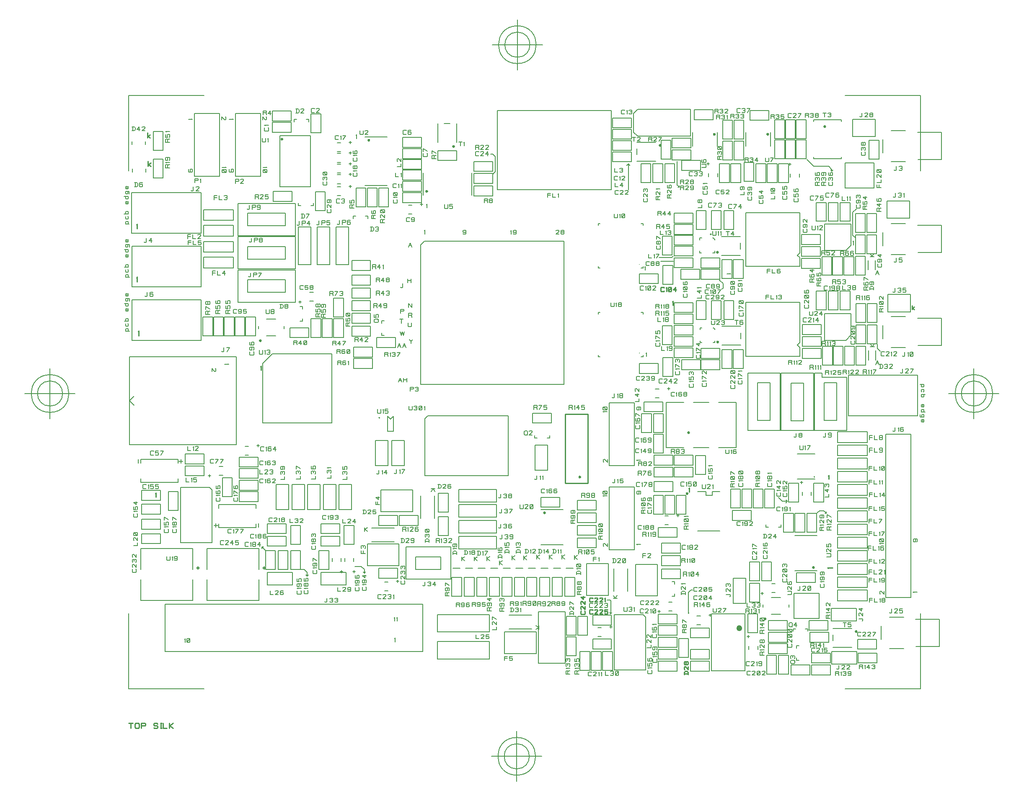
<source format=gto>
G70*
%FSLAX55Y55*%
%ADD11C,0.00500*%
%ADD12C,0.00800*%
%ADD13C,0.00600*%
%ADD14C,0.02500*%
%ADD15C,0.00900*%
%ADD16C,0.01000*%
D11*
X612026Y289826D02*
X637774Y289826D01*
X637774Y335574*
X612026Y335574*
X612026Y289826*
X722821Y84200D02*
X722821Y144200D01*
X490500Y481400D02*
X490500Y502000D01*
X489300Y500800*
X585526Y289826D02*
X611274Y289826D01*
X611274Y335574*
X585526Y335574*
X585526Y289826*
X92900Y556641D02*
X152900Y556641D01*
X92900Y556641D02*
X92900Y496641D01*
X92900Y84200D02*
X92900Y144200D01*
X92900Y84200D02*
X152900Y84200D01*
X179874Y418326D02*
X225622Y418326D01*
X225622Y444074*
X179874Y444074*
X179874Y418326*
X722821Y84200D02*
X662821Y84200D01*
X722821Y556641D02*
X722821Y496641D01*
X722821Y556641D02*
X662821Y556641D01*
X313526Y171326D02*
X349274Y171326D01*
X349274Y197074*
X313526Y197074*
X313526Y171326*
X690900Y352900D02*
X688500Y355300D01*
X688500Y358500*
X179874Y391826D02*
X225622Y391826D01*
X225622Y417574*
X179874Y417574*
X179874Y391826*
X179874Y444885D02*
X225622Y444885D01*
X225622Y470633*
X179874Y470633*
X179874Y444885*
X610100Y236500D02*
X613100Y233500D01*
X617000Y233500*
X616000Y234500*
X616000Y234400*
X380800Y509900D02*
X382600Y509900D01*
X384600Y507900*
X384600Y495700*
X382900Y494000*
X383200Y494000*
X490500Y502000D02*
X491600Y500900D01*
X529400Y504200D02*
X529400Y485100D01*
X530800Y483700*
X530800Y484900*
X530800Y483500D02*
X529800Y483500D01*
X529800Y483600*
G36*
X556100Y445400D02*
G75*
G02X556100Y446400I00000J00500D01*
G02X556100Y445400I00000J-00500*
G37*
G02X556100Y446400I00000J00500*
G02X556100Y445400I00000J-00500*
G01X514900Y427400D02*
X525000Y427400D01*
X526100Y428500*
X526100Y428300*
X652500Y496100D02*
X651500Y497100D01*
X651500Y497000*
X632600Y505400D02*
X637900Y500100D01*
X649800Y500100*
X652400Y497500*
X652400Y496100*
X653400Y497100*
X653300Y497100*
X671800Y466300D02*
X669000Y463500D01*
X669000Y445300*
X670900Y443400*
X670900Y443500*
X516200Y424400D02*
X526300Y424400D01*
X526300Y424500*
X564600Y402000D02*
X565900Y403300D01*
X565900Y406700*
X563100Y409500*
X563100Y409300*
X617000Y233400D02*
X615800Y232200D01*
X615800Y232700*
X648000Y224000D02*
X646100Y225900D01*
X642500Y225900*
X640600Y224000*
X647900Y224000D02*
X647900Y225200D01*
X648000Y225200*
X648000Y223900D02*
X646900Y223900D01*
X280500Y176100D02*
X281400Y177000D01*
X281300Y177000*
X476500Y144000D02*
X477400Y144900D01*
X477300Y144900*
X638526Y289826D02*
X664274Y289826D01*
X664274Y332200*
X644700Y332200*
X644700Y335574*
X638526Y335574*
X638526Y289826*
X475500Y144900D02*
X476500Y143900D01*
X476500Y154300*
X475900Y154900*
X473500Y154900*
X234900Y173800D02*
X235800Y174700D01*
X235700Y174700*
X273100Y181500D02*
X278100Y181500D01*
X280500Y179100*
X280500Y176100*
X279600Y177000*
X227500Y179200D02*
X232500Y179200D01*
X234900Y176800*
X234900Y173800*
X234000Y174700*
X202000Y194300D02*
X199100Y197200D01*
X199100Y195900*
X199200Y197300D02*
X200300Y197300D01*
X538963Y144830D02*
X538176Y144043D01*
X538176Y160972*
X540144Y162940*
X541719Y162940*
D12*
X422200Y596900D02*
X382200Y596900D01*
X402200Y576900D02*
X402200Y616900D01*
X402200Y606900D02*
G75*
G02X402200Y586900I00000J-10000D01*
G02X402200Y606900I00000J10000*
G01X402200Y611900D02*
G75*
G02X402200Y581900I00000J-15000D01*
G02X402200Y611900I00000J15000*
G01X421700Y30400D02*
X381700Y30400D01*
X401700Y10400D02*
X401700Y50400D01*
X401700Y40400D02*
G75*
G02X401700Y20400I00000J-10000D01*
G02X401700Y40400I00000J10000*
G01X401700Y45400D02*
G75*
G02X401700Y15400I00000J-15000D01*
G02X401700Y45400I00000J15000*
G01X50400Y319200D02*
X10400Y319200D01*
X30400Y299200D02*
X30400Y339200D01*
X30400Y329200D02*
G75*
G02X30400Y309200I00000J-10000D01*
G02X30400Y329200I00000J10000*
G01X30400Y334200D02*
G75*
G02X30400Y304200I00000J-15000D01*
G02X30400Y334200I00000J15000*
G01X785400Y319200D02*
X745400Y319200D01*
X765400Y299200D02*
X765400Y339200D01*
X765400Y329200D02*
G75*
G02X765400Y309200I00000J-10000D01*
G02X765400Y329200I00000J10000*
G01X765400Y334200D02*
G75*
G02X765400Y304200I00000J-15000D01*
G02X765400Y334200I00000J15000*
G01X417198Y129561D02*
X392002Y129561D01*
X392002Y112239*
X417198Y112239*
X417198Y129561*
D13*
X391800Y105900D02*
X391800Y106733*
X391800Y109900D01*
X394133Y109900*
X394133Y108400D02*
X391800Y108400D01*
X395800Y107067D02*
X396133Y106733D01*
X397800Y106733*
X398133Y107067*
X398133Y108233*
X397800Y108567*
X396133Y108567*
X395800Y108233*
X395800Y109900*
X398133Y109900*
D12*
X583258Y143873D02*
X556758Y143873D01*
X556758Y98373*
X583258Y98373*
X583258Y143873*
D14*
X578758Y133373D02*
G75*
G02X578758Y131373I00000J-01000D01*
G02X578758Y133373I00000J01000*
D13*
G01X557901Y144200D02*
X557901Y148200*
X557901Y145367D01*
X558234Y145033*
X560234Y145033*
X560568Y145367*
X560568Y148200*
X561901Y147867D02*
X562234Y148200D01*
X563901Y148200*
X564234Y147867*
X564234Y147200*
X563901Y146867*
X561901Y145033*
X564234Y145033*
X565900Y148200D02*
X568234Y148200D01*
X566234Y145033*
D12*
X580825Y243098D02*
X580825Y228137D01*
X588699Y228137*
X588699Y243098*
X580825Y243098*
D13*
X582400Y245200D02*
X581233Y247867*
X581567Y247533D01*
X581567Y245533*
X581233Y245200*
X578733Y245200*
X578400Y245533*
X578400Y247533*
X578733Y247867*
X581567Y249783D02*
X578400Y249783D01*
X579067Y249450*
X581233Y251200D02*
X580233Y251200D01*
X579900Y251533*
X579900Y253200*
X579567Y253533*
X578733Y253533*
X578400Y253200*
X578400Y251533*
X578733Y251200*
X579567Y251200*
X579900Y251533*
X579900Y253200*
X580233Y253533*
X581233Y253533*
X581567Y253200*
X581567Y251533*
X581233Y251200*
X581233Y257533D02*
X581567Y257199D01*
X581567Y255533*
X581233Y255199*
X578733Y255199*
X578400Y255533*
X578400Y257199*
X578733Y257533*
X581233Y257533*
X581233Y255199D02*
X578733Y257533D01*
D12*
X661337Y341720D02*
X661337Y356680D01*
X653463Y356680*
X653463Y341720*
X661337Y341720*
D13*
X647301Y333500D02*
X647301Y334333*
X647301Y337500D01*
X649634Y337500*
X649968Y337167*
X649968Y336333*
X649634Y336000*
X647301Y336000*
X649301Y336000D02*
X649634Y336000D01*
X649968Y334333*
X651884Y334333D02*
X651884Y337500D01*
X651551Y336833*
X653301Y337167D02*
X653634Y337500D01*
X655301Y337500*
X655634Y337167*
X655634Y336500*
X655301Y336167*
X653301Y334333*
X655634Y334333*
X657300Y334667D02*
X657634Y334333D01*
X659300Y334333*
X659634Y334667*
X659634Y335833*
X659300Y336167*
X657634Y336167*
X657300Y335833*
X657300Y337500*
X659634Y337500*
D12*
X544463Y393180D02*
X544463Y378220D01*
X552337Y378220*
X552337Y393180*
X544463Y393180*
D13*
X549400Y395001D02*
X548567Y397334*
X548567Y395001D01*
X545400Y395001*
X548567Y400667D02*
X545400Y400667D01*
X547400Y399000*
X547400Y401334*
X548567Y403583D02*
X545400Y403583D01*
X546067Y403250*
D12*
X504400Y141042D02*
X502400Y143042D01*
X479302Y143042*
X479302Y99042*
X504400Y99042*
X504400Y141042*
D13*
X486800Y145100D02*
X486800Y149100*
X486800Y146267D01*
X487133Y145933*
X489133Y145933*
X489467Y146267*
X489467Y149100*
X490800Y148767D02*
X491133Y149100D01*
X492800Y149100*
X493133Y148767*
X493133Y147933*
X492800Y147600*
X491800Y147600*
X492800Y147600*
X493133Y147267*
X493133Y146433*
X492800Y145933*
X491133Y145933*
X490800Y146267*
X495383Y145933D02*
X495383Y149100D01*
X495049Y148433*
D12*
X554880Y132637D02*
X539920Y132637D01*
X539920Y124763*
X554880Y124763*
X554880Y132637*
D13*
X542649Y154216D02*
X545316Y155382*
X544983Y155049D01*
X542983Y155049*
X542649Y155382*
X542649Y157882*
X542983Y158216*
X544983Y158216*
X545316Y157882*
X546649Y157882D02*
X546982Y158216D01*
X548649Y158216*
X548982Y157882*
X548982Y157216*
X548649Y156882*
X546649Y155049*
X548982Y155049*
X552982Y155382D02*
X552649Y155049D01*
X550982Y155049*
X550649Y155382*
X550649Y157882*
X550982Y158216*
X552649Y158216*
X552982Y157882*
X552982Y155382*
X550649Y155382D02*
X552982Y157882D01*
X556315Y155049D02*
X556315Y158216D01*
X554648Y156216*
X556982Y156216*
D12*
X582463Y503180D02*
X582463Y488220D01*
X590337Y488220*
X590337Y503180*
X582463Y503180*
D13*
X589500Y473301D02*
X588333Y475968*
X588667Y475634D01*
X588667Y473634*
X588333Y473301*
X585833Y473301*
X585500Y473634*
X585500Y475634*
X585833Y475968*
X585833Y477301D02*
X585500Y477634D01*
X585500Y479301*
X585833Y479634*
X586667Y479634*
X587000Y479301*
X587000Y478301*
X587000Y479301*
X587333Y479634*
X588167Y479634*
X588667Y479301*
X588667Y477634*
X588333Y477301*
X586833Y483634D02*
X587167Y483300D01*
X587167Y481467*
X586833Y481300*
X585833Y481300*
X585500Y481634*
X585500Y483300*
X585833Y483634*
X588333Y483634*
X588667Y483300*
X588667Y481634*
X588333Y481300*
D11*
X93520Y313600D02*
X97220Y309899D01*
X178520Y348600D02*
X93520Y348600D01*
X93520Y278600*
X178520Y278600*
X178520Y348600*
X93520Y313600D02*
X97181Y317261D01*
D13*
X166901Y351700D02*
X166901Y352867*
X167234Y352533D01*
X168234Y352533*
X168567Y352867*
X168567Y355700*
X170900Y355700D02*
X173234Y355700D01*
X171234Y352533*
D12*
X257900Y421700D02*
X257900Y451700D01*
X267900Y451700*
X267900Y421700*
X257900Y421700*
D13*
X258801Y453100D02*
X258801Y454267*
X259134Y453933D01*
X260134Y453933*
X260468Y454267*
X260468Y457100*
X262801Y453933D02*
X262801Y457100D01*
X265134Y457100*
X265467Y456767*
X265467Y455933*
X265134Y455600*
X262801Y455600*
X266800Y455433D02*
X267134Y455767D01*
X268800Y455767*
X269134Y455433*
X269134Y454267*
X268800Y453933*
X267134Y453933*
X266800Y454267*
X266800Y456767*
X267134Y457100*
X268800Y457100*
X269134Y456767*
D12*
X199514Y295794D02*
X254632Y295794D01*
X254632Y350913*
X207388Y350913*
X199514Y343039*
X199514Y295794*
D15*
X197546Y337133D02*
X198129Y337966*
X198129Y341133D01*
X197796Y340466*
D13*
X196901Y349700D02*
X196901Y353700*
X196901Y350867D01*
X197234Y350533*
X199234Y350533*
X199567Y350867*
X199567Y353700*
X201484Y350533D02*
X201484Y353700D01*
X201150Y353033*
X202900Y353367D02*
X203234Y353700D01*
X204900Y353700*
X205234Y353367*
X205234Y352533*
X204900Y352200*
X203900Y352200*
X204900Y352200*
X205234Y351867*
X205234Y351033*
X204900Y350533*
X203234Y350533*
X202900Y350867*
D12*
G36*
X452687Y252700D02*
G75*
G02X451113Y252700I-00787J00000D01*
G02X452687Y252700I00787J00000*
G37*
G02X451113Y252700I-00787J00000*
G02X452687Y252700I00787J00000*
D16*
G01X458337Y247700D02*
X458337Y302700D01*
X440227Y302700*
X440227Y247700*
X458337Y247700*
D13*
X443401Y305700D02*
X443401Y306533*
X443401Y309700D01*
X445734Y309700*
X446068Y309367*
X446068Y308533*
X445734Y308200*
X443401Y308200*
X445401Y308200D02*
X445734Y308200D01*
X446068Y306533*
X447984Y306533D02*
X447984Y309700D01*
X447651Y309033*
X451067Y306533D02*
X451067Y309700D01*
X449401Y307700*
X451734Y307700*
X453400Y306867D02*
X453734Y306533D01*
X455400Y306533*
X455734Y306867*
X455734Y308033*
X455400Y308367*
X453734Y308367*
X453400Y308033*
X453400Y309700*
X455734Y309700*
D12*
X680711Y194282D02*
X657089Y194282D01*
X657089Y185797*
X680711Y185797*
X680711Y194282*
D13*
X681901Y183200D02*
X681901Y184033*
X681901Y187200D01*
X684234Y187200*
X684234Y185700D02*
X681901Y185700D01*
X688234Y184033D02*
X685901Y184033D01*
X685901Y187200*
X690484Y184033D02*
X690484Y187200D01*
X690150Y186533*
X691900Y186867D02*
X692234Y187200D01*
X693900Y187200*
X694234Y186867*
X694234Y186200*
X693900Y185867*
X691900Y184033*
X694234Y184033*
D12*
G36*
X499302Y351495D02*
G75*
G02X499302Y351417I00000J-00039D01*
G02X499302Y351495I00000J00039*
G37*
G02X499302Y351417I00000J-00039*
G02X499302Y351495I00000J00039*
G01X468061Y383917D02*
X466683Y383917D01*
X466683Y382539*
X466683Y349861D02*
X466683Y348483D01*
X468061Y348483*
X502117Y382539D02*
X502117Y383917D01*
X500739Y383917*
X500739Y348483D02*
X502117Y348483D01*
X502117Y349861*
D13*
X476501Y387500D02*
X476501Y391500*
X476501Y388667D01*
X476834Y388333*
X478834Y388333*
X479167Y388667*
X479167Y391500*
X481084Y388333D02*
X481084Y391500D01*
X480750Y390833*
X482500Y388667D02*
X482500Y389667D01*
X482834Y390000*
X484500Y390000*
X484834Y390333*
X484834Y391167*
X484500Y391500*
X482834Y391500*
X482500Y391167*
X482500Y390333*
X482834Y390000*
X484500Y390000*
X484834Y389667*
X484834Y388667*
X484500Y388333*
X482834Y388333*
X482500Y388667*
D12*
X645837Y232720D02*
X645837Y247680D01*
X637963Y247680*
X637963Y232720*
X645837Y232720*
D13*
X650900Y236700D02*
X650067Y239033*
X650067Y236700D01*
X646900Y236700*
X650067Y242366D02*
X646900Y242366D01*
X648900Y240700*
X648900Y243033*
X647233Y244699D02*
X646900Y245033D01*
X646900Y246699*
X647233Y247033*
X648067Y247033*
X648400Y246699*
X648400Y245699*
X648400Y246699*
X648733Y247033*
X649567Y247033*
X650067Y246699*
X650067Y245033*
X649733Y244699*
D12*
X695400Y156700D02*
X695400Y286700D01*
X715400Y286700*
X715400Y156700*
X695400Y156700*
D13*
X694652Y159456D02*
X690985Y159456*
X690652Y159789D01*
X690652Y161456*
X690985Y161789*
X691652Y161789*
X691985Y161456*
X693819Y159456*
X693819Y161789*
X694337Y199259D02*
X693504Y199842*
X690337Y199842D01*
X691004Y199509*
X693170Y203592D02*
X693504Y203259D01*
X693504Y201592*
X693170Y201259*
X690670Y201259*
X690337Y201592*
X690337Y203259*
X690670Y203592*
X693170Y203592*
X693170Y201259D02*
X690670Y203592D01*
X721109Y200991D02*
X718442Y203325*
X718775Y202991D01*
X718775Y201158*
X718442Y200991*
X717442Y200991*
X717109Y201325*
X717109Y202991*
X717442Y203325*
X719942Y203325*
X720275Y202991*
X720275Y201325*
X719942Y200991*
X721069Y160676D02*
X720236Y161260*
X717069Y161260D01*
X717736Y160926*
X700901Y288200D02*
X700901Y289367*
X701234Y289033D01*
X702234Y289033*
X702567Y289367*
X702567Y292200*
X705484Y289033D02*
X705484Y292200D01*
X705150Y291533*
X706900Y290533D02*
X707234Y290867D01*
X708900Y290867*
X709234Y290533*
X709234Y289367*
X708900Y289033*
X707234Y289033*
X706900Y289367*
X706900Y291867*
X707234Y292200*
X708900Y292200*
X709234Y291867*
D12*
X152563Y431803D02*
X176185Y431803D01*
X176185Y440288*
X152563Y440288*
X152563Y431803*
D13*
X140201Y436900D02*
X140201Y437733*
X140201Y440900D01*
X142534Y440900*
X142534Y439400D02*
X140201Y439400D01*
X146534Y437733D02*
X144201Y437733D01*
X144201Y440900*
X148200Y438067D02*
X148534Y437733D01*
X150200Y437733*
X150534Y438067*
X150534Y439233*
X150200Y439567*
X148534Y439567*
X148200Y439233*
X148200Y440900*
X150534Y440900*
D12*
X177463Y380180D02*
X177463Y365220D01*
X185337Y365220*
X185337Y380180*
X177463Y380180*
D13*
X176401Y382200D02*
X179068Y383367*
X178734Y383033D01*
X176734Y383033*
X176401Y383367*
X176401Y385867*
X176734Y386200*
X178734Y386200*
X179068Y385867*
X182734Y384867D02*
X182401Y384533D01*
X180567Y384533*
X180401Y384867*
X180401Y385867*
X180734Y386200*
X182401Y386200*
X182734Y385867*
X182734Y383367*
X182401Y383033*
X180734Y383033*
X180401Y383367*
X184400Y383367D02*
X184734Y383033D01*
X186400Y383033*
X186734Y383367*
X186734Y384533*
X186400Y384867*
X184734Y384867*
X184400Y384533*
X184400Y386200*
X186734Y386200*
D12*
X152563Y419303D02*
X176185Y419303D01*
X176185Y427788*
X152563Y427788*
X152563Y419303*
D13*
X159601Y412800D02*
X159601Y413633*
X159601Y416800D01*
X161934Y416800*
X161934Y415300D02*
X159601Y415300D01*
X165934Y413633D02*
X163601Y413633D01*
X163601Y416800*
X169267Y413633D02*
X169267Y416800D01*
X167600Y414800*
X169934Y414800*
D12*
X640337Y208720D02*
X640337Y223680D01*
X632463Y223680*
X632463Y208720*
X640337Y208720*
D13*
X652700Y210400D02*
X651867Y210400*
X648700Y210400D01*
X648700Y212733*
X649033Y213067*
X649867Y213067*
X650200Y212733*
X650200Y210400*
X650200Y212400D02*
X650200Y212733D01*
X651867Y213067*
X651867Y214983D02*
X648700Y214983D01*
X649367Y214650*
X649033Y216400D02*
X648700Y216733D01*
X648700Y218400*
X649033Y218733*
X649700Y218733*
X650033Y218400*
X651867Y216400*
X651867Y218733*
X648700Y220399D02*
X648700Y222733D01*
X651867Y220733*
D12*
X647837Y385720D02*
X647837Y400680D01*
X639963Y400680*
X639963Y385720*
X647837Y385720*
D13*
X634700Y387300D02*
X633533Y389967*
X633867Y389633D01*
X633867Y387633*
X633533Y387300*
X631033Y387300*
X630700Y387633*
X630700Y389633*
X631033Y389967*
X631033Y391300D02*
X630700Y391633D01*
X630700Y393300*
X631033Y393633*
X631700Y393633*
X632033Y393300*
X633867Y391300*
X633867Y393633*
X633533Y397633D02*
X633867Y397299D01*
X633867Y395633*
X633533Y395299*
X631033Y395299*
X630700Y395633*
X630700Y397299*
X631033Y397633*
X633533Y397633*
X633533Y395299D02*
X631033Y397633D01*
X632367Y399299D02*
X632033Y399632D01*
X632033Y401299*
X632367Y401632*
X633533Y401632*
X633867Y401299*
X633867Y399632*
X633533Y399299*
X631033Y399299*
X630700Y399632*
X630700Y401299*
X631033Y401632*
D12*
X255963Y395180D02*
X255963Y380220D01*
X263837Y380220*
X263837Y395180*
X255963Y395180*
D13*
X253101Y396400D02*
X253101Y397233*
X253101Y400400D01*
X255434Y400400*
X255768Y400067*
X255768Y399233*
X255434Y398900*
X253101Y398900*
X255101Y398900D02*
X255434Y398900D01*
X255768Y397233*
X257101Y400400D02*
X259434Y400400D01*
X257434Y397233*
X261100Y400067D02*
X261434Y400400D01*
X263100Y400400*
X263434Y400067*
X263434Y399233*
X263100Y398900*
X262100Y398900*
X263100Y398900*
X263434Y398567*
X263434Y397733*
X263100Y397233*
X261434Y397233*
X261100Y397567*
D12*
X355751Y230788D02*
X385751Y230788D01*
X385751Y220788*
X355751Y220788*
X355751Y230788*
D13*
X387900Y223200D02*
X387900Y224367*
X388233Y224033D01*
X389233Y224033*
X389567Y224367*
X389567Y227200*
X391900Y226867D02*
X392233Y227200D01*
X393900Y227200*
X394233Y226867*
X394233Y226033*
X393900Y225700*
X392900Y225700*
X393900Y225700*
X394233Y225367*
X394233Y224533*
X393900Y224033*
X392233Y224033*
X391900Y224367*
X395899Y227200D02*
X398233Y227200D01*
X396233Y224033*
D12*
X531880Y179637D02*
X516920Y179637D01*
X516920Y171763*
X531880Y171763*
X531880Y179637*
D13*
X534201Y173100D02*
X534201Y173933*
X534201Y177100D01*
X536534Y177100*
X536868Y176767*
X536868Y175933*
X536534Y175600*
X534201Y175600*
X536201Y175600D02*
X536534Y175600D01*
X536868Y173933*
X538784Y173933D02*
X538784Y177100D01*
X538451Y176433*
X542534Y174267D02*
X542201Y173933D01*
X540534Y173933*
X540201Y174267*
X540201Y176767*
X540534Y177100*
X542201Y177100*
X542534Y176767*
X542534Y174267*
X540201Y174267D02*
X542534Y176767D01*
X545867Y173933D02*
X545867Y177100D01*
X544200Y175100*
X546534Y175100*
D12*
X202758Y365007D02*
X210042Y365007D01*
X202758Y378393D02*
X210042Y378393D01*
X196164Y372684D02*
X196164Y370716D01*
X216636Y372684D02*
X216636Y370716D01*
G36*
X197739Y360480D02*
G75*
G02X197739Y362054I00000J00787D01*
G02X197739Y360480I00000J-00787*
G37*
G02X197739Y362054I00000J00787*
G02X197739Y360480I00000J-00787*
D13*
G01X202201Y382100D02*
X202201Y386100*
X202201Y383267D01*
X202534Y382933*
X204534Y382933*
X204867Y383267*
X204867Y386100*
X206200Y383267D02*
X206200Y384267D01*
X206534Y384600*
X208200Y384600*
X208534Y384933*
X208534Y385767*
X208200Y386100*
X206534Y386100*
X206200Y385767*
X206200Y384933*
X206534Y384600*
X208200Y384600*
X208534Y384267*
X208534Y383267*
X208200Y382933*
X206534Y382933*
X206200Y383267*
D12*
X318278Y462157D02*
X315522Y462157D01*
X318278Y469243D02*
X315522Y469243D01*
D13*
X327336Y472210D02*
X327003Y469710*
X325003Y469710D01*
X326003Y470710D02*
X326003Y468710D01*
X313801Y455200D02*
X316467Y456367*
X316134Y456033D01*
X314134Y456033*
X313801Y456367*
X313801Y458867*
X314134Y459200*
X316134Y459200*
X316467Y458867*
X320134Y457867D02*
X319800Y457533D01*
X317967Y457533*
X317800Y457867*
X317800Y458867*
X318134Y459200*
X319800Y459200*
X320134Y458867*
X320134Y456367*
X319800Y456033*
X318134Y456033*
X317800Y456367*
D12*
X285420Y383125D02*
X270459Y383125D01*
X270459Y375251*
X285420Y375251*
X285420Y383125*
D13*
X269800Y372801D02*
X268967Y372801*
X265800Y372801D01*
X265800Y375134*
X266133Y375468*
X266967Y375468*
X267300Y375134*
X267300Y372801*
X267300Y374801D02*
X267300Y375134D01*
X268967Y375468*
X268633Y376801D02*
X268967Y377134D01*
X268967Y378801*
X268633Y379134*
X267467Y379134*
X267133Y378801*
X267133Y377134*
X267467Y376801*
X265800Y376801*
X265800Y379134*
X268633Y383134D02*
X268967Y382800D01*
X268967Y381134*
X268633Y380800*
X266133Y380800*
X265800Y381134*
X265800Y382800*
X266133Y383134*
X268633Y383134*
X268633Y380800D02*
X266133Y383134D01*
D12*
X599837Y487220D02*
X599837Y502180D01*
X591963Y502180*
X591963Y487220*
X599837Y487220*
D13*
X598600Y470600D02*
X597433Y473267*
X597767Y472933D01*
X597767Y470933*
X597433Y470600*
X594933Y470600*
X594600Y470933*
X594600Y472933*
X594933Y473267*
X597433Y474600D02*
X597767Y474933D01*
X597767Y476600*
X597433Y476933*
X596267Y476933*
X595933Y476600*
X595933Y474933*
X596267Y474600*
X594600Y474600*
X594600Y476933*
X597767Y480266D02*
X594600Y480266D01*
X596600Y478599*
X596600Y480933*
D12*
X579699Y228137D02*
X579699Y243098D01*
X571825Y243098*
X571825Y228137*
X579699Y228137*
D13*
X575900Y244700D02*
X575067Y244700*
X571900Y244700D01*
X571900Y247033*
X572233Y247367*
X573067Y247367*
X573400Y247033*
X573400Y244700*
X573400Y246700D02*
X573400Y247033D01*
X575067Y247367*
X575067Y249283D02*
X571900Y249283D01*
X572567Y248950*
X574733Y253033D02*
X575067Y252700D01*
X575067Y251033*
X574733Y250700*
X572233Y250700*
X571900Y251033*
X571900Y252700*
X572233Y253033*
X574733Y253033*
X574733Y250700D02*
X572233Y253033D01*
X571900Y254699D02*
X571900Y257033D01*
X575067Y255033*
D12*
X285420Y403125D02*
X270459Y403125D01*
X270459Y395251*
X285420Y395251*
X285420Y403125*
D13*
X289901Y396700D02*
X289901Y397533*
X289901Y400700D01*
X292234Y400700*
X292568Y400367*
X292568Y399533*
X292234Y399200*
X289901Y399200*
X291901Y399200D02*
X292234Y399200D01*
X292568Y397533*
X295567Y397533D02*
X295567Y400700D01*
X293901Y398700*
X296234Y398700*
X297900Y400367D02*
X298234Y400700D01*
X299900Y400700*
X300234Y400367*
X300234Y399533*
X299900Y399200*
X298900Y399200*
X299900Y399200*
X300234Y398867*
X300234Y398033*
X299900Y397533*
X298234Y397533*
X297900Y397867*
D12*
X623337Y506220D02*
X623337Y521180D01*
X615463Y521180*
X615463Y506220*
X623337Y506220*
D13*
X653900Y484700D02*
X652733Y487367*
X653067Y487033D01*
X653067Y485033*
X652733Y484700*
X650233Y484700*
X649900Y485033*
X649900Y487033*
X650233Y487367*
X650233Y488700D02*
X649900Y489033D01*
X649900Y490700*
X650233Y491033*
X651067Y491033*
X651400Y490700*
X651400Y489700*
X651400Y490700*
X651733Y491033*
X652567Y491033*
X653067Y490700*
X653067Y489033*
X652733Y488700*
X651567Y492699D02*
X651233Y493033D01*
X651233Y494699*
X651567Y495033*
X652733Y495033*
X653067Y494699*
X653067Y493033*
X652733Y492699*
X650233Y492699*
X649900Y493033*
X649900Y494699*
X650233Y495033*
D12*
X561443Y494578D02*
X561443Y491822D01*
X554357Y494578D02*
X554357Y491822D01*
D13*
X551390Y503636D02*
X553890Y503303*
X553890Y501303D01*
X552890Y502303D02*
X554890Y502303D01*
X554000Y477900D02*
X552833Y480567*
X553167Y480233D01*
X553167Y478233*
X552833Y477900*
X550333Y477900*
X550000Y478233*
X550000Y480233*
X550333Y480567*
X552833Y481900D02*
X553167Y482233D01*
X553167Y483900*
X552833Y484233*
X551667Y484233*
X551333Y483900*
X551333Y482233*
X551667Y481900*
X550000Y481900*
X550000Y484233*
X553167Y486483D02*
X550000Y486483D01*
X550667Y486149*
D12*
X160463Y380180D02*
X160463Y365220D01*
X168337Y365220*
X168337Y380180*
X160463Y380180*
D13*
X166400Y382700D02*
X165567Y382700*
X162400Y382700D01*
X162400Y385033*
X162733Y385367*
X163567Y385367*
X163900Y385033*
X163900Y382700*
X163900Y384700D02*
X163900Y385033D01*
X165567Y385367*
X165233Y386700D02*
X165567Y387033D01*
X165567Y388700*
X165233Y389033*
X164067Y389033*
X163733Y388700*
X163733Y387033*
X164067Y386700*
X162400Y386700*
X162400Y389033*
X164067Y390699D02*
X163733Y391033D01*
X163733Y392699*
X164067Y393033*
X165233Y393033*
X165567Y392699*
X165567Y391033*
X165233Y390699*
X162733Y390699*
X162400Y391033*
X162400Y392699*
X162733Y393033*
D12*
X237022Y399743D02*
X239778Y399743D01*
X237022Y392657D02*
X239778Y392657D01*
D13*
X227964Y389690D02*
X228297Y392190*
X230297Y392190D01*
X229297Y391190D02*
X229297Y393190D01*
X229401Y401200D02*
X232068Y402367*
X231734Y402033D01*
X229734Y402033*
X229401Y402367*
X229401Y404867*
X229734Y405200*
X231734Y405200*
X232068Y404867*
X233401Y402367D02*
X233734Y402033D01*
X235401Y402033*
X235734Y402367*
X235734Y403533*
X235401Y403867*
X233734Y403867*
X233401Y403533*
X233401Y405200*
X235734Y405200*
X237400Y402367D02*
X237400Y403367D01*
X237734Y403700*
X239400Y403700*
X239734Y404033*
X239734Y404867*
X239400Y405200*
X237734Y405200*
X237400Y404867*
X237400Y404033*
X237734Y403700*
X239400Y403700*
X239734Y403367*
X239734Y402367*
X239400Y402033*
X237734Y402033*
X237400Y402367*
D12*
X519463Y238180D02*
X519463Y223220D01*
X527337Y223220*
X527337Y238180*
X519463Y238180*
D13*
X509900Y223700D02*
X508733Y226367*
X509067Y226033D01*
X509067Y224033*
X508733Y223700*
X506233Y223700*
X505900Y224033*
X505900Y226033*
X506233Y226367*
X509067Y228283D02*
X505900Y228283D01*
X506567Y227950*
X505900Y229700D02*
X505900Y232033D01*
X509067Y230033*
X507233Y236033D02*
X507567Y235699D01*
X507567Y233866*
X507233Y233699*
X506233Y233699*
X505900Y234033*
X505900Y235699*
X506233Y236033*
X508733Y236033*
X509067Y235699*
X509067Y234033*
X508733Y233699*
D12*
X468978Y125857D02*
X466222Y125857D01*
X468978Y132943D02*
X466222Y132943D01*
D13*
X478036Y135910D02*
X477703Y133410*
X475703Y133410D01*
X476703Y134410D02*
X476703Y132410D01*
X459600Y148000D02*
X462267Y149167*
X461933Y148833D01*
X459933Y148833*
X459600Y149167*
X459600Y151667*
X459933Y152000*
X461933Y152000*
X462267Y151667*
X463600Y151667D02*
X463933Y152000D01*
X465600Y152000*
X465933Y151667*
X465933Y151000*
X465600Y150667*
X463600Y148833*
X465933Y148833*
X467599Y151667D02*
X467933Y152000D01*
X469599Y152000*
X469933Y151667*
X469933Y151000*
X469599Y150667*
X467599Y148833*
X469933Y148833*
X471599Y151667D02*
X471932Y152000D01*
X473599Y152000*
X473932Y151667*
X473932Y150833*
X473599Y150500*
X472599Y150500*
X473599Y150500*
X473932Y150167*
X473932Y149333*
X473599Y148833*
X471932Y148833*
X471599Y149167*
D12*
X252266Y179220D02*
X252266Y194180D01*
X244392Y194180*
X244392Y179220*
X252266Y179220*
D13*
X243500Y175900D02*
X242333Y178567*
X242667Y178233D01*
X242667Y176233*
X242333Y175900*
X239833Y175900*
X239500Y176233*
X239500Y178233*
X239833Y178567*
X242667Y180483D02*
X239500Y180483D01*
X240167Y180150*
X240833Y184233D02*
X241167Y183900D01*
X241167Y182066*
X240833Y181900*
X239833Y181900*
X239500Y182233*
X239500Y183900*
X239833Y184233*
X242333Y184233*
X242667Y183900*
X242667Y182233*
X242333Y181900*
X239500Y185899D02*
X239500Y188233D01*
X242667Y186233*
D12*
X606963Y521180D02*
X606963Y506220D01*
X614837Y506220*
X614837Y521180*
X606963Y521180*
D13*
X643400Y484700D02*
X642567Y484700*
X639400Y484700D01*
X639400Y487033*
X639733Y487367*
X640567Y487367*
X640900Y487033*
X640900Y484700*
X640900Y486700D02*
X640900Y487033D01*
X642567Y487367*
X639733Y488700D02*
X639400Y489033D01*
X639400Y490700*
X639733Y491033*
X640567Y491033*
X640900Y490700*
X640900Y489700*
X640900Y490700*
X641233Y491033*
X642067Y491033*
X642567Y490700*
X642567Y489033*
X642233Y488700*
X641067Y492699D02*
X640733Y493033D01*
X640733Y494699*
X641067Y495033*
X642233Y495033*
X642567Y494699*
X642567Y493033*
X642233Y492699*
X639733Y492699*
X639400Y493033*
X639400Y494699*
X639733Y495033*
D12*
X241463Y479680D02*
X241463Y464720D01*
X249337Y464720*
X249337Y479680*
X241463Y479680*
D13*
X254900Y463000D02*
X253733Y465667*
X254067Y465333D01*
X254067Y463333*
X253733Y463000*
X251233Y463000*
X250900Y463333*
X250900Y465333*
X251233Y465667*
X251233Y467000D02*
X250900Y467333D01*
X250900Y469000*
X251233Y469333*
X251900Y469333*
X252233Y469000*
X254067Y467000*
X254067Y469333*
X252233Y473333D02*
X252567Y472999D01*
X252567Y471166*
X252233Y470999*
X251233Y470999*
X250900Y471333*
X250900Y472999*
X251233Y473333*
X253733Y473333*
X254067Y472999*
X254067Y471333*
X253733Y470999*
D12*
X525420Y514763D02*
X540380Y514763D01*
X540380Y522637*
X525420Y522637*
X525420Y514763*
D13*
X532101Y485300D02*
X532101Y486133*
X532101Y489300D01*
X534434Y489300*
X534768Y488967*
X534768Y488133*
X534434Y487800*
X532101Y487800*
X534101Y487800D02*
X534434Y487800D01*
X534768Y486133*
X536101Y488967D02*
X536434Y489300D01*
X538101Y489300*
X538434Y488967*
X538434Y488300*
X538101Y487967*
X536101Y486133*
X538434Y486133*
X540100Y486467D02*
X540100Y487467D01*
X540434Y487800*
X542100Y487800*
X542434Y488133*
X542434Y488967*
X542100Y489300*
X540434Y489300*
X540100Y488967*
X540100Y488133*
X540434Y487800*
X542100Y487800*
X542434Y487467*
X542434Y486467*
X542100Y486133*
X540434Y486133*
X540100Y486467*
D12*
X168963Y380180D02*
X168963Y365220D01*
X176837Y365220*
X176837Y380180*
X168963Y380180*
D13*
X174400Y382700D02*
X173567Y382700*
X170400Y382700D01*
X170400Y385033*
X170733Y385367*
X171567Y385367*
X171900Y385033*
X171900Y382700*
X171900Y384700D02*
X171900Y385033D01*
X173567Y385367*
X173233Y386700D02*
X173567Y387033D01*
X173567Y388700*
X173233Y389033*
X172067Y389033*
X171733Y388700*
X171733Y387033*
X172067Y386700*
X170400Y386700*
X170400Y389033*
X173233Y390699D02*
X173567Y391033D01*
X173567Y392699*
X173233Y393033*
X172067Y393033*
X171733Y392699*
X171733Y391033*
X172067Y390699*
X170400Y390699*
X170400Y393033*
D12*
X305105Y363728D02*
X290144Y363728D01*
X290144Y355854*
X305105Y355854*
X305105Y363728*
D13*
X296618Y347917D02*
X296618Y348750*
X296618Y351917D01*
X298951Y351917*
X299284Y351583*
X299284Y350750*
X298951Y350417*
X296618Y350417*
X298618Y350417D02*
X298951Y350417D01*
X299284Y348750*
X301201Y348750D02*
X301201Y351917D01*
X300867Y351250*
X302617Y351583D02*
X302950Y351917D01*
X304617Y351917*
X304950Y351583*
X304950Y350750*
X304617Y350417*
X303617Y350417*
X304617Y350417*
X304950Y350083*
X304950Y349250*
X304617Y348750*
X302950Y348750*
X302617Y349083*
X306617Y351917D02*
X308950Y351917D01*
X306950Y348750*
D12*
X593443Y118078D02*
X593443Y115322D01*
X586357Y118078D02*
X586357Y115322D01*
D13*
X583390Y127136D02*
X585890Y126803*
X585890Y124803D01*
X584890Y125803D02*
X586890Y125803D01*
X584401Y101700D02*
X587068Y102867*
X586734Y102533D01*
X584734Y102533*
X584401Y102867*
X584401Y105367*
X584734Y105700*
X586734Y105700*
X587068Y105367*
X588401Y105367D02*
X588734Y105700D01*
X590401Y105700*
X590734Y105367*
X590734Y104700*
X590401Y104367*
X588401Y102533*
X590734Y102533*
X592984Y102533D02*
X592984Y105700D01*
X592650Y105033*
X596734Y104367D02*
X596400Y104033D01*
X594567Y104033*
X594400Y104367*
X594400Y105367*
X594734Y105700*
X596400Y105700*
X596734Y105367*
X596734Y102867*
X596400Y102533*
X594734Y102533*
X594400Y102867*
D12*
X271920Y348263D02*
X286880Y348263D01*
X286880Y356137*
X271920Y356137*
X271920Y348263*
D13*
X258460Y350279D02*
X258460Y351112*
X258460Y354279D01*
X260793Y354279*
X261127Y353945*
X261127Y353112*
X260793Y352779*
X258460Y352779*
X260460Y352779D02*
X260793Y352779D01*
X261127Y351112*
X262460Y352612D02*
X262793Y352945D01*
X264460Y352945*
X264793Y352612*
X264793Y351445*
X264460Y351112*
X262793Y351112*
X262460Y351445*
X262460Y353945*
X262793Y354279*
X264460Y354279*
X264793Y353945*
X268793Y351445D02*
X268459Y351112D01*
X266793Y351112*
X266459Y351445*
X266459Y353945*
X266793Y354279*
X268459Y354279*
X268793Y353945*
X268793Y351445*
X266459Y351445D02*
X268793Y353945D01*
D12*
X285420Y393125D02*
X270459Y393125D01*
X270459Y385251*
X285420Y385251*
X285420Y393125*
D13*
X287901Y386700D02*
X287901Y387533*
X287901Y390700D01*
X290234Y390700*
X290568Y390367*
X290568Y389533*
X290234Y389200*
X287901Y389200*
X289901Y389200D02*
X290234Y389200D01*
X290568Y387533*
X293567Y387533D02*
X293567Y390700D01*
X291901Y388700*
X294234Y388700*
X298234Y389367D02*
X297900Y389033D01*
X296067Y389033*
X295900Y389367*
X295900Y390367*
X296234Y390700*
X297900Y390700*
X298234Y390367*
X298234Y387867*
X297900Y387533*
X296234Y387533*
X295900Y387867*
D12*
X294369Y367354D02*
X294369Y365385D01*
X296337Y365385*
X296337Y377196D02*
X294369Y377196D01*
X294369Y375228*
D13*
X292400Y375700D02*
X290900Y378367*
X291567Y377867D01*
X291567Y376200*
X291067Y375700*
X288900Y375700*
X288400Y376200*
X288400Y377867*
X288900Y378367*
X291067Y378367*
X291233Y377700D02*
X291733Y378367D01*
X291233Y379700D02*
X291567Y380033D01*
X291567Y381700*
X291233Y382033*
X290067Y382033*
X289733Y381700*
X289733Y380033*
X290067Y379700*
X288400Y379700*
X288400Y382033*
D12*
X95604Y404275D02*
X150723Y404275D01*
X150723Y436558*
X95604Y436558*
X95604Y404275*
D13*
X93577Y411696D02*
X90744Y411696*
X93577Y411696D01*
X91077Y411696D02*
X90744Y412030D01*
X90744Y413363*
X91077Y413696*
X92410Y413696*
X92744Y413363*
X92744Y412030*
X92410Y411696*
X91077Y417696D02*
X90744Y417363D01*
X90744Y416029*
X91077Y415696*
X92410Y415696*
X92744Y416029*
X92744Y417363*
X92410Y417696*
X92744Y419696D02*
X89577Y419696D01*
X91077Y419696D02*
X90744Y420029D01*
X90744Y421362*
X91077Y421696*
X92410Y421696*
X92744Y421362*
X92744Y420029*
X92410Y419696*
X93577Y426362D02*
X91744Y427695*
X91744Y429695D01*
X91077Y429695*
X90744Y429362*
X90744Y428028*
X91077Y427695*
X92410Y427695*
X92744Y428028*
X92744Y429362*
X92410Y429695*
X91077Y433695D02*
X90744Y433361D01*
X90744Y432028*
X91077Y431695*
X92410Y431695*
X92744Y432028*
X92744Y433361*
X92410Y433695*
X92744Y433695D02*
X89577Y433695D01*
X91077Y437694D02*
X90744Y437361D01*
X90744Y436028*
X91077Y435694*
X92077Y435694*
X92410Y436028*
X92410Y437361*
X92077Y437694*
X90744Y437694D02*
X93244Y437694D01*
X93577Y437361*
X93577Y435694*
X91744Y439694D02*
X91744Y441694D01*
X91077Y441694*
X90744Y441361*
X90744Y440027*
X91077Y439694*
X92410Y439694*
X92744Y440027*
X92744Y441361*
X92410Y441694*
X105401Y438700D02*
X105401Y439867*
X105734Y439533D01*
X106734Y439533*
X107067Y439867*
X107067Y442700*
X111067Y439533D02*
X111067Y442700D01*
X109400Y440700*
X111734Y440700*
D12*
X594837Y153220D02*
X594837Y168180D01*
X586963Y168180*
X586963Y153220*
X594837Y153220*
D13*
X584801Y148400D02*
X587134Y149233*
X584801Y149233D01*
X584801Y152400*
X588801Y152067D02*
X589134Y152400D01*
X590801Y152400*
X591134Y152067*
X591134Y151233*
X590801Y150900*
X589801Y150900*
X590801Y150900*
X591134Y150567*
X591134Y149733*
X590801Y149233*
X589134Y149233*
X588801Y149567*
X592800Y152067D02*
X593134Y152400D01*
X594800Y152400*
X595134Y152067*
X595134Y151233*
X594800Y150900*
X593800Y150900*
X594800Y150900*
X595134Y150567*
X595134Y149733*
X594800Y149233*
X593134Y149233*
X592800Y149567*
D12*
X525880Y249137D02*
X510920Y249137D01*
X510920Y241263*
X525880Y241263*
X525880Y249137*
D13*
X497011Y244373D02*
X499678Y245540*
X499345Y245207D01*
X497345Y245207*
X497011Y245540*
X497011Y248040*
X497345Y248373*
X499345Y248373*
X499678Y248040*
X501594Y245207D02*
X501594Y248373D01*
X501261Y247707*
X503011Y248373D02*
X505344Y248373D01*
X503344Y245207*
X507011Y245540D02*
X507011Y246540D01*
X507344Y246873*
X509011Y246873*
X509344Y247207*
X509344Y248040*
X509011Y248373*
X507344Y248373*
X507011Y248040*
X507011Y247207*
X507344Y246873*
X509011Y246873*
X509344Y246540*
X509344Y245540*
X509011Y245207*
X507344Y245207*
X507011Y245540*
D12*
X644963Y356680D02*
X644963Y341720D01*
X652837Y341720*
X652837Y356680*
X644963Y356680*
D13*
X634901Y337800D02*
X634901Y338633*
X634901Y341800D01*
X637234Y341800*
X637567Y341467*
X637567Y340633*
X637234Y340300*
X634901Y340300*
X636901Y340300D02*
X637234Y340300D01*
X637567Y338633*
X639484Y338633D02*
X639484Y341800D01*
X639150Y341133*
X641484Y338633D02*
X641484Y341800D01*
X641150Y341133*
X643483Y338633D02*
X643483Y341800D01*
X643150Y341133*
D12*
X680463Y373680D02*
X680463Y358720D01*
X688337Y358720*
X688337Y373680*
X680463Y373680*
D13*
X691501Y348400D02*
X694168Y349567*
X693834Y349233D01*
X691834Y349233*
X691501Y349567*
X691501Y352067*
X691834Y352400*
X693834Y352400*
X694168Y352067*
X695501Y352067D02*
X695834Y352400D01*
X697501Y352400*
X697834Y352067*
X697834Y351400*
X697501Y351067*
X695501Y349233*
X697834Y349233*
X700084Y349233D02*
X700084Y352400D01*
X699750Y351733*
X701500Y352067D02*
X701834Y352400D01*
X703500Y352400*
X703834Y352067*
X703834Y351400*
X703500Y351067*
X701500Y349233*
X703834Y349233*
D12*
X510463Y238180D02*
X510463Y223220D01*
X518337Y223220*
X518337Y238180*
X510463Y238180*
D13*
X504900Y223700D02*
X504067Y223700*
X500900Y223700D01*
X500900Y226033*
X501233Y226367*
X502067Y226367*
X502400Y226033*
X502400Y223700*
X502400Y225700D02*
X502400Y226033D01*
X504067Y226367*
X504067Y228283D02*
X500900Y228283D01*
X501567Y227950*
X503733Y232033D02*
X504067Y231700D01*
X504067Y230033*
X503733Y229700*
X501233Y229700*
X500900Y230033*
X500900Y231700*
X501233Y232033*
X503733Y232033*
X503733Y229700D02*
X501233Y232033D01*
X502567Y233699D02*
X502233Y234033D01*
X502233Y235699*
X502567Y236033*
X503733Y236033*
X504067Y235699*
X504067Y234033*
X503733Y233699*
X501233Y233699*
X500900Y234033*
X500900Y235699*
X501233Y236033*
D12*
X614837Y522220D02*
X614837Y537180D01*
X606963Y537180*
X606963Y522220*
X614837Y522220*
D13*
X604000Y537200D02*
X604000Y538033*
X604000Y541200D01*
X606333Y541200*
X606667Y540867*
X606667Y540033*
X606333Y539700*
X604000Y539700*
X606000Y539700D02*
X606333Y539700D01*
X606667Y538033*
X608000Y540867D02*
X608333Y541200D01*
X610000Y541200*
X610333Y540867*
X610333Y540033*
X610000Y539700*
X609000Y539700*
X610000Y539700*
X610333Y539367*
X610333Y538533*
X610000Y538033*
X608333Y538033*
X608000Y538367*
X611999Y538367D02*
X612333Y538033D01*
X613999Y538033*
X614333Y538367*
X614333Y539533*
X613999Y539867*
X612333Y539867*
X611999Y539533*
X611999Y541200*
X614333Y541200*
D12*
X237963Y378680D02*
X237963Y363720D01*
X245837Y363720*
X245837Y378680*
X237963Y378680*
D13*
X246050Y380263D02*
X245216Y380263*
X242050Y380263D01*
X242050Y382596*
X242383Y382930*
X243216Y382930*
X243550Y382596*
X243550Y380263*
X243550Y382263D02*
X243550Y382596D01*
X245216Y382930*
X244883Y384263D02*
X245216Y384596D01*
X245216Y386263*
X244883Y386596*
X243716Y386596*
X243383Y386263*
X243383Y384596*
X243716Y384263*
X242050Y384263*
X242050Y386596*
X244883Y388262D02*
X243883Y388262D01*
X243550Y388596*
X243550Y390262*
X243216Y390596*
X242383Y390596*
X242050Y390262*
X242050Y388596*
X242383Y388262*
X243216Y388262*
X243550Y388596*
X243550Y390262*
X243883Y390596*
X244883Y390596*
X245216Y390262*
X245216Y388596*
X244883Y388262*
D12*
X564963Y354180D02*
X564963Y339220D01*
X572837Y339220*
X572837Y354180*
X564963Y354180*
D13*
X576100Y323201D02*
X574933Y325868*
X575267Y325535D01*
X575267Y323535*
X574933Y323201*
X572433Y323201*
X572100Y323535*
X572100Y325535*
X572433Y325868*
X572433Y327201D02*
X572100Y327534D01*
X572100Y329201*
X572433Y329534*
X573100Y329534*
X573433Y329201*
X575267Y327201*
X575267Y329534*
X572433Y331201D02*
X572100Y331534D01*
X572100Y333201*
X572433Y333534*
X573100Y333534*
X573433Y333201*
X575267Y331201*
X575267Y333534*
X574933Y337534D02*
X575267Y337200D01*
X575267Y335534*
X574933Y335200*
X572433Y335200*
X572100Y335534*
X572100Y337200*
X572433Y337534*
X574933Y337534*
X574933Y335200D02*
X572433Y337534D01*
D12*
X679337Y358720D02*
X679337Y373680D01*
X671463Y373680*
X671463Y358720*
X679337Y358720*
D13*
X671600Y358600D02*
X670433Y361267*
X670767Y360933D01*
X670767Y358933*
X670433Y358600*
X667933Y358600*
X667600Y358933*
X667600Y360933*
X667933Y361267*
X667933Y362600D02*
X667600Y362933D01*
X667600Y364600*
X667933Y364933*
X668600Y364933*
X668933Y364600*
X670767Y362600*
X670767Y364933*
X670433Y368933D02*
X670767Y368599D01*
X670767Y366933*
X670433Y366599*
X667933Y366599*
X667600Y366933*
X667600Y368599*
X667933Y368933*
X670433Y368933*
X670433Y366599D02*
X667933Y368933D01*
X668933Y372932D02*
X669267Y372599D01*
X669267Y370766*
X668933Y370599*
X667933Y370599*
X667600Y370932*
X667600Y372599*
X667933Y372932*
X670433Y372932*
X670767Y372599*
X670767Y370932*
X670433Y370599*
D12*
X263837Y363720D02*
X263837Y378680D01*
X255963Y378680*
X255963Y363720*
X263837Y363720*
D13*
X255401Y356900D02*
X255401Y357733*
X255401Y360900D01*
X257734Y360900*
X258068Y360567*
X258068Y359733*
X257734Y359400*
X255401Y359400*
X257401Y359400D02*
X257734Y359400D01*
X258068Y357733*
X261067Y357733D02*
X261067Y360900D01*
X259401Y358900*
X261734Y358900*
X263400Y360900D02*
X265734Y360900D01*
X263734Y357733*
D12*
X246963Y378680D02*
X246963Y363720D01*
X254837Y363720*
X254837Y378680*
X246963Y378680*
D13*
X250380Y379869D02*
X249547Y379869*
X246380Y379869D01*
X246380Y382203*
X246714Y382536*
X247547Y382536*
X247880Y382203*
X247880Y379869*
X247880Y381869D02*
X247880Y382203D01*
X249547Y382536*
X249214Y383869D02*
X249547Y384202D01*
X249547Y385869*
X249214Y386202*
X248047Y386202*
X247714Y385869*
X247714Y384202*
X248047Y383869*
X246380Y383869*
X246380Y386202*
X247714Y390202D02*
X248047Y389869D01*
X248047Y388035*
X247714Y387869*
X246714Y387869*
X246380Y388202*
X246380Y389869*
X246714Y390202*
X249214Y390202*
X249547Y389869*
X249547Y388202*
X249214Y387869*
D12*
X533057Y496798D02*
X548018Y496798D01*
X548018Y504672*
X533057Y504672*
X533057Y496798*
D13*
X539101Y491700D02*
X541768Y492867*
X541434Y492533D01*
X539434Y492533*
X539101Y492867*
X539101Y495367*
X539434Y495700*
X541434Y495700*
X541768Y495367*
X543101Y495367D02*
X543434Y495700D01*
X545101Y495700*
X545434Y495367*
X545434Y494533*
X545101Y494200*
X544101Y494200*
X545101Y494200*
X545434Y493867*
X545434Y493033*
X545101Y492533*
X543434Y492533*
X543101Y492867*
X547100Y495367D02*
X547434Y495700D01*
X549100Y495700*
X549434Y495367*
X549434Y494533*
X549100Y494200*
X548100Y494200*
X549100Y494200*
X549434Y493867*
X549434Y493033*
X549100Y492533*
X547434Y492533*
X547100Y492867*
D12*
G36*
X330061Y479346D02*
G75*
G02X330061Y480920I00000J00787D01*
G02X330061Y479346I00000J-00787*
G37*
G02X330061Y480920I00000J00787*
G02X330061Y479346I00000J-00787*
G01X327404Y477141D02*
X327404Y494857D01*
X365987Y494857D02*
X365987Y477141D01*
D13*
X344401Y465700D02*
X344401Y469700*
X344401Y466867D01*
X344734Y466533*
X346734Y466533*
X347067Y466867*
X347067Y469700*
X348400Y466867D02*
X348734Y466533D01*
X350400Y466533*
X350734Y466867*
X350734Y468033*
X350400Y468367*
X348734Y468367*
X348400Y468033*
X348400Y469700*
X350734Y469700*
D12*
G36*
X283246Y520834D02*
G75*
G02X284821Y520834I00787J00000D01*
G02X283246Y520834I-00787J00000*
G37*
G02X284821Y520834I00787J00000*
G02X283246Y520834I-00787J00000*
G01X281042Y523491D02*
X298758Y523491D01*
X298758Y484909D02*
X281042Y484909D01*
D13*
X276900Y524600D02*
X276900Y528600*
X276900Y525767D01*
X277233Y525433*
X279233Y525433*
X279567Y525767*
X279567Y528600*
X280900Y528267D02*
X281233Y528600D01*
X282900Y528600*
X283233Y528267*
X283233Y527600*
X282900Y527267*
X280900Y525433*
X283233Y525433*
D12*
X545518Y209928D02*
X563235Y209928D01*
X563235Y241031D02*
X557152Y241031D01*
X557152Y238255*
X552152Y238255*
X552152Y241031*
X545518Y241031*
G36*
X536424Y239554D02*
G75*
G02X537998Y239554I00787J00000D01*
G02X536424Y239554I-00787J00000*
G37*
G02X537998Y239554I00787J00000*
G02X536424Y239554I-00787J00000*
D13*
G01X549401Y242700D02*
X549401Y246700*
X549401Y243867D01*
X549734Y243533*
X551734Y243533*
X552067Y243867*
X552067Y246700*
X553400Y246367D02*
X553734Y246700D01*
X555400Y246700*
X555734Y246367*
X555734Y245700*
X555400Y245367*
X553400Y243533*
X555734Y243533*
X557983Y243533D02*
X557983Y246700D01*
X557650Y246033*
D12*
X328672Y253901D02*
X394813Y253901D01*
X394813Y301401*
X330876Y301401*
X328672Y299196*
X328672Y253901*
D13*
X315900Y305200D02*
X315900Y309200*
X315900Y306367D01*
X316233Y306033*
X318233Y306033*
X318567Y306367*
X318567Y309200*
X319900Y308867D02*
X320233Y309200D01*
X321900Y309200*
X322233Y308867*
X322233Y308033*
X321900Y307700*
X320900Y307700*
X321900Y307700*
X322233Y307367*
X322233Y306533*
X321900Y306033*
X320233Y306033*
X319900Y306367*
X326233Y306367D02*
X325899Y306033D01*
X324233Y306033*
X323899Y306367*
X323899Y308867*
X324233Y309200*
X325899Y309200*
X326233Y308867*
X326233Y306367*
X323899Y306367D02*
X326233Y308867D01*
X328482Y306033D02*
X328482Y309200D01*
X328149Y308533*
D12*
X325183Y326326D02*
X439356Y326326D01*
X439356Y440500*
X328333Y440500*
X325183Y437350*
X325183Y326326*
D13*
X314947Y406641D02*
X314947Y407475*
X314947Y410641D01*
X314947Y409141D02*
X317614Y409141D01*
X317614Y410641D02*
X317614Y407475D01*
X316128Y358216D02*
X316128Y362216*
X317461Y360716D01*
X318795Y362216*
X317461Y360716D02*
X317461Y359049D01*
X308648Y374358D02*
X308648Y378358*
X311314Y378358D01*
X309981Y378358D02*
X309981Y375191D01*
X315341Y371602D02*
X315341Y375602*
X315341Y372769D01*
X315674Y372435*
X317674Y372435*
X318007Y372769*
X318007Y375602*
X309041Y364515D02*
X309041Y368515*
X309875Y365349D01*
X310708Y368515*
X311541Y365349*
X312375Y368515*
X307073Y355066D02*
X307073Y355900*
X308406Y359066D01*
X309740Y355900*
X307573Y357066D02*
X309240Y357066D01*
X311073Y355900D02*
X312406Y359066D01*
X313739Y355900*
X311573Y357066D02*
X313239Y357066D01*
X309435Y402704D02*
X309435Y403871*
X309768Y403538D01*
X310768Y403538*
X311102Y403871*
X311102Y406704*
X307467Y327507D02*
X307467Y328341*
X308800Y331507D01*
X310133Y328341*
X307967Y329507D02*
X309633Y329507D01*
X311466Y328341D02*
X311466Y331507D01*
X311466Y330007D02*
X314133Y330007D01*
X314133Y331507D02*
X314133Y328341D01*
X315734Y386956D02*
X315734Y387790*
X315734Y390956D01*
X318401Y387790*
X318401Y390956*
X315734Y434988D02*
X315734Y435821*
X317068Y438988D01*
X318401Y435821*
X316234Y436988D02*
X317901Y436988D01*
X315734Y379082D02*
X315734Y379916*
X315734Y383082D01*
X318068Y383082*
X318401Y382749*
X318401Y381916*
X318068Y381582*
X315734Y381582*
X317734Y381582D02*
X318068Y381582D01*
X318401Y379916*
X309435Y382232D02*
X309435Y383065*
X309435Y386232D01*
X311768Y386232*
X312102Y385898*
X312102Y385065*
X311768Y384732*
X309435Y384732*
X433057Y445224D02*
X433057Y448891*
X433390Y449224D01*
X435057Y449224*
X435390Y448891*
X435390Y448224*
X435057Y447891*
X433057Y446057*
X435390Y446057*
X437057Y446391D02*
X437057Y447391D01*
X437390Y447724*
X439057Y447724*
X439390Y448057*
X439390Y448891*
X439057Y449224*
X437390Y449224*
X437057Y448891*
X437057Y448057*
X437390Y447724*
X439057Y447724*
X439390Y447391*
X439390Y446391*
X439057Y446057*
X437390Y446057*
X437057Y446391*
X396837Y445224D02*
X397420Y446057*
X397420Y449224D01*
X397087Y448557*
X401170Y447891D02*
X400837Y447557D01*
X399003Y447557*
X398837Y447891*
X398837Y448891*
X399170Y449224*
X400837Y449224*
X401170Y448891*
X401170Y446391*
X400837Y446057*
X399170Y446057*
X398837Y446391*
X359041Y445224D02*
X361375Y447891*
X361041Y447557D01*
X359208Y447557*
X359041Y447891*
X359041Y448891*
X359375Y449224*
X361041Y449224*
X361375Y448891*
X361375Y446391*
X361041Y446057*
X359375Y446057*
X359041Y446391*
X327919Y445362D02*
X328503Y446195*
X328503Y449362D01*
X328169Y448695*
X316901Y320200D02*
X316901Y321033*
X316901Y324200D01*
X319234Y324200*
X319567Y323867*
X319567Y323033*
X319234Y322700*
X316901Y322700*
X320900Y323867D02*
X321234Y324200D01*
X322900Y324200*
X323234Y323867*
X323234Y323033*
X322900Y322700*
X321900Y322700*
X322900Y322700*
X323234Y322367*
X323234Y321533*
X322900Y321033*
X321234Y321033*
X320900Y321367*
D12*
X236380Y371637D02*
X221420Y371637D01*
X221420Y363763*
X236380Y363763*
X236380Y371637*
D13*
X224201Y357300D02*
X224201Y358133*
X224201Y361300D01*
X226534Y361300*
X226868Y360967*
X226868Y360133*
X226534Y359800*
X224201Y359800*
X226201Y359800D02*
X226534Y359800D01*
X226868Y358133*
X229867Y358133D02*
X229867Y361300D01*
X228201Y359300*
X230534Y359300*
X234534Y358467D02*
X234200Y358133D01*
X232534Y358133*
X232200Y358467*
X232200Y360967*
X232534Y361300*
X234200Y361300*
X234534Y360967*
X234534Y358467*
X232200Y358467D02*
X234534Y360967D01*
D12*
X285420Y372783D02*
X270459Y372783D01*
X270459Y364909*
X285420Y364909*
X285420Y372783*
D13*
X273027Y359728D02*
X273027Y360561*
X273027Y363728D01*
X275360Y363728*
X275694Y363394*
X275694Y362561*
X275360Y362228*
X273027Y362228*
X275027Y362228D02*
X275360Y362228D01*
X275694Y360561*
X278693Y360561D02*
X278693Y363728D01*
X277027Y361728*
X279360Y361728*
X281026Y363394D02*
X281360Y363728D01*
X283026Y363728*
X283360Y363394*
X283360Y362728*
X283026Y362394*
X281026Y360561*
X283360Y360561*
D12*
X615463Y537180D02*
X615463Y522220D01*
X623337Y522220*
X623337Y537180*
X615463Y537180*
D13*
X617500Y538100D02*
X620167Y539267*
X619833Y538933D01*
X617833Y538933*
X617500Y539267*
X617500Y541767*
X617833Y542100*
X619833Y542100*
X620167Y541767*
X621500Y541767D02*
X621833Y542100D01*
X623500Y542100*
X623833Y541767*
X623833Y541100*
X623500Y540767*
X621500Y538933*
X623833Y538933*
X625499Y542100D02*
X627833Y542100D01*
X625833Y538933*
D12*
X285420Y413334D02*
X270459Y413334D01*
X270459Y405460*
X285420Y405460*
X285420Y413334*
D13*
X289901Y407200D02*
X289901Y408033*
X289901Y411200D01*
X292234Y411200*
X292568Y410867*
X292568Y410033*
X292234Y409700*
X289901Y409700*
X291901Y409700D02*
X292234Y409700D01*
X292568Y408033*
X295567Y408033D02*
X295567Y411200D01*
X293901Y409200*
X296234Y409200*
X297900Y408367D02*
X297900Y409367D01*
X298234Y409700*
X299900Y409700*
X300234Y410033*
X300234Y410867*
X299900Y411200*
X298234Y411200*
X297900Y410867*
X297900Y410033*
X298234Y409700*
X299900Y409700*
X300234Y409367*
X300234Y408367*
X299900Y408033*
X298234Y408033*
X297900Y408367*
D12*
X112463Y505680D02*
X112463Y490720D01*
X120337Y490720*
X120337Y505680*
X112463Y505680*
D13*
X126300Y498700D02*
X125467Y498700*
X122300Y498700D01*
X122300Y501033*
X122633Y501367*
X123467Y501367*
X123800Y501033*
X123800Y498700*
X123800Y500700D02*
X123800Y501033D01*
X125467Y501367*
X125467Y503283D02*
X122300Y503283D01*
X122967Y502950*
X123633Y507033D02*
X123967Y506700D01*
X123967Y504866*
X123633Y504700*
X122633Y504700*
X122300Y505033*
X122300Y506700*
X122633Y507033*
X125133Y507033*
X125467Y506700*
X125467Y505033*
X125133Y504700*
D12*
X185963Y380180D02*
X185963Y365220D01*
X193837Y365220*
X193837Y380180*
X185963Y380180*
D13*
X193400Y349700D02*
X192233Y352367*
X192567Y352033D01*
X192567Y350033*
X192233Y349700*
X189733Y349700*
X189400Y350033*
X189400Y352033*
X189733Y352367*
X190733Y356033D02*
X191067Y355700D01*
X191067Y353866*
X190733Y353700*
X189733Y353700*
X189400Y354033*
X189400Y355700*
X189733Y356033*
X192233Y356033*
X192567Y355700*
X192567Y354033*
X192233Y353700*
X191067Y357699D02*
X190733Y358033D01*
X190733Y359699*
X191067Y360033*
X192233Y360033*
X192567Y359699*
X192567Y358033*
X192233Y357699*
X189733Y357699*
X189400Y358033*
X189400Y359699*
X189733Y360033*
D12*
X564900Y357700D02*
X579900Y357700D01*
X564900Y372700D02*
X579900Y372700D01*
X579900Y362838D02*
X579900Y367562D01*
G36*
X562328Y360199D02*
G75*
G02X560754Y360199I-00787J00000D01*
G02X562328Y360199I00787J00000*
G37*
G02X560754Y360199I-00787J00000*
G02X562328Y360199I00787J00000*
D13*
G01X575301Y373400D02*
X575301Y377400*
X577967Y377400D01*
X576634Y377400D02*
X576634Y374233D01*
X579300Y375733D02*
X579634Y376067D01*
X581300Y376067*
X581634Y375733*
X581634Y374567*
X581300Y374233*
X579634Y374233*
X579300Y374567*
X579300Y377067*
X579634Y377400*
X581300Y377400*
X581634Y377067*
D12*
X594837Y170220D02*
X594837Y185180D01*
X586963Y185180*
X586963Y170220*
X594837Y170220*
D13*
X593400Y187200D02*
X592233Y189867*
X592567Y189533D01*
X592567Y187533*
X592233Y187200*
X589733Y187200*
X589400Y187533*
X589400Y189533*
X589733Y189867*
X589733Y191200D02*
X589400Y191533D01*
X589400Y193200*
X589733Y193533*
X590400Y193533*
X590733Y193200*
X592567Y191200*
X592567Y193533*
X592567Y195783D02*
X589400Y195783D01*
X590067Y195449*
X589400Y197199D02*
X589400Y199533D01*
X592567Y197533*
D12*
X496239Y183298D02*
X496239Y158102D01*
X513561Y158102*
X513561Y183298*
X496239Y183298*
D13*
X501830Y187680D02*
X501830Y188514*
X501830Y191680D01*
X504163Y191680*
X504163Y190180D02*
X501830Y190180D01*
X505829Y191347D02*
X506163Y191680D01*
X507829Y191680*
X508163Y191347*
X508163Y190680*
X507829Y190347*
X505829Y188514*
X508163Y188514*
D12*
X547778Y135157D02*
X545022Y135157D01*
X547778Y142243D02*
X545022Y142243D01*
D13*
X556836Y145210D02*
X556503Y142710*
X554503Y142710D01*
X555503Y143710D02*
X555503Y141710D01*
X542506Y160972D02*
X545173Y162138*
X544840Y161805D01*
X542840Y161805*
X542506Y162138*
X542506Y164638*
X542840Y164972*
X544840Y164972*
X545173Y164638*
X546506Y164638D02*
X546839Y164972D01*
X548506Y164972*
X548839Y164638*
X548839Y163972*
X548506Y163638*
X546506Y161805*
X548839Y161805*
X552839Y162138D02*
X552506Y161805D01*
X550839Y161805*
X550506Y162138*
X550506Y164638*
X550839Y164972*
X552506Y164972*
X552839Y164638*
X552839Y162138*
X550506Y162138D02*
X552839Y164638D01*
X554505Y162138D02*
X554839Y161805D01*
X556505Y161805*
X556839Y162138*
X556839Y163305*
X556505Y163638*
X554839Y163638*
X554505Y163305*
X554505Y164972*
X556839Y164972*
D12*
X542199Y312192D02*
X554699Y312192D01*
X562199Y312192D02*
X576353Y312192D01*
X576353Y276208*
X562199Y276208*
X542150Y276208D02*
X554650Y276208D01*
X534601Y276208D02*
X520447Y276208D01*
X520447Y312192*
X534601Y312192*
G36*
X538400Y287291D02*
G75*
G02X538400Y288865I00000J00787D01*
G02X538400Y287291I00000J-00787*
G37*
G02X538400Y288865I00000J00787*
G02X538400Y287291I00000J-00787*
D13*
G01X567901Y270600D02*
X567901Y274600*
X567901Y271767D01*
X568234Y271433*
X570234Y271433*
X570567Y271767*
X570567Y274600*
X572484Y271433D02*
X572484Y274600D01*
X572150Y273933*
X573900Y272933D02*
X574234Y273267D01*
X575900Y273267*
X576234Y272933*
X576234Y271767*
X575900Y271433*
X574234Y271433*
X573900Y271767*
X573900Y274267*
X574234Y274600*
X575900Y274600*
X576234Y274267*
D12*
X680711Y278282D02*
X657089Y278282D01*
X657089Y269797*
X680711Y269797*
X680711Y278282*
D13*
X682401Y271700D02*
X682401Y272533*
X682401Y275700D01*
X684734Y275700*
X684734Y274200D02*
X682401Y274200D01*
X688734Y272533D02*
X686401Y272533D01*
X686401Y275700*
X692734Y274367D02*
X692400Y274033D01*
X690567Y274033*
X690400Y274367*
X690400Y275367*
X690734Y275700*
X692400Y275700*
X692734Y275367*
X692734Y272867*
X692400Y272533*
X690734Y272533*
X690400Y272867*
D12*
X680711Y236282D02*
X657089Y236282D01*
X657089Y227797*
X680711Y227797*
X680711Y236282*
D13*
X681900Y225200D02*
X681900Y226033*
X681900Y229200D01*
X684233Y229200*
X684233Y227700D02*
X681900Y227700D01*
X688233Y226033D02*
X685900Y226033D01*
X685900Y229200*
X690483Y226033D02*
X690483Y229200D01*
X690149Y228533*
X691899Y226367D02*
X692233Y226033D01*
X693899Y226033*
X694233Y226367*
X694233Y227533*
X693899Y227867*
X692233Y227867*
X691899Y227533*
X691899Y229200*
X694233Y229200*
D12*
X680711Y215282D02*
X657089Y215282D01*
X657089Y206797*
X680711Y206797*
X680711Y215282*
D13*
X681901Y205200D02*
X681901Y206033*
X681901Y209200D01*
X684234Y209200*
X684234Y207700D02*
X681901Y207700D01*
X688234Y206033D02*
X685901Y206033D01*
X685901Y209200*
X690484Y206033D02*
X690484Y209200D01*
X690150Y208533*
X691900Y209200D02*
X694234Y209200D01*
X692234Y206033*
D12*
X670337Y341720D02*
X670337Y356680D01*
X662463Y356680*
X662463Y341720*
X670337Y341720*
D13*
X661401Y333900D02*
X661401Y334733*
X661401Y337900D01*
X663734Y337900*
X664068Y337567*
X664068Y336733*
X663734Y336400*
X661401Y336400*
X663401Y336400D02*
X663734Y336400D01*
X664068Y334733*
X665984Y334733D02*
X665984Y337900D01*
X665651Y337233*
X667401Y337567D02*
X667734Y337900D01*
X669401Y337900*
X669734Y337567*
X669734Y336900*
X669401Y336567*
X667401Y334733*
X669734Y334733*
X671400Y337567D02*
X671734Y337900D01*
X673400Y337900*
X673734Y337567*
X673734Y336900*
X673400Y336567*
X671400Y334733*
X673734Y334733*
D12*
X526920Y374763D02*
X541880Y374763D01*
X541880Y382637*
X526920Y382637*
X526920Y374763*
D13*
X512401Y380700D02*
X512401Y381533*
X512401Y384700D01*
X514734Y384700*
X515068Y384367*
X515068Y383533*
X514734Y383200*
X512401Y383200*
X514401Y383200D02*
X514734Y383200D01*
X515068Y381533*
X516984Y381533D02*
X516984Y384700D01*
X516651Y384033*
X518984Y381533D02*
X518984Y384700D01*
X518650Y384033*
X520400Y381867D02*
X520734Y381533D01*
X522400Y381533*
X522734Y381867*
X522734Y383033*
X522400Y383367*
X520734Y383367*
X520400Y383033*
X520400Y384700*
X522734Y384700*
D12*
X106515Y495491D02*
X106515Y497991D01*
X95885Y495491D02*
X95885Y497991D01*
D13*
X97701Y483000D02*
X97701Y487000*
X99367Y487000D01*
X100034Y486667*
X100367Y486000*
X100367Y484833*
X100034Y484167*
X99367Y483833*
X97701Y483833*
X98367Y483833D02*
X98367Y487000D01*
X101700Y485333D02*
X102034Y485667D01*
X103700Y485667*
X104034Y485333*
X104034Y484167*
X103700Y483833*
X102034Y483833*
X101700Y484167*
X101700Y486667*
X102034Y487000*
X103700Y487000*
X104034Y486667*
D12*
X449835Y226359D02*
X464796Y226359D01*
X464796Y234233*
X449835Y234233*
X449835Y226359*
D13*
X453401Y235700D02*
X453401Y236533*
X453401Y239700D01*
X455734Y239700*
X456068Y239367*
X456068Y238533*
X455734Y238200*
X453401Y238200*
X455401Y238200D02*
X455734Y238200D01*
X456068Y236533*
X459734Y238367D02*
X459401Y238033D01*
X457567Y238033*
X457401Y238367*
X457401Y239367*
X457734Y239700*
X459401Y239700*
X459734Y239367*
X459734Y236867*
X459401Y236533*
X457734Y236533*
X457401Y236867*
X461400Y236867D02*
X461400Y237867D01*
X461734Y238200*
X463400Y238200*
X463734Y238533*
X463734Y239367*
X463400Y239700*
X461734Y239700*
X461400Y239367*
X461400Y238533*
X461734Y238200*
X463400Y238200*
X463734Y237867*
X463734Y236867*
X463400Y236533*
X461734Y236533*
X461400Y236867*
D12*
X339314Y221269D02*
X339314Y206308D01*
X347188Y206308*
X347188Y221269*
X339314Y221269*
D13*
X337501Y199700D02*
X337501Y200533*
X337501Y203700D01*
X339834Y203700*
X340168Y203367*
X340168Y202533*
X339834Y202200*
X337501Y202200*
X339501Y202200D02*
X339834Y202200D01*
X340168Y200533*
X342084Y200533D02*
X342084Y203700D01*
X341751Y203033*
X343501Y203367D02*
X343834Y203700D01*
X345501Y203700*
X345834Y203367*
X345834Y202533*
X345501Y202200*
X344501Y202200*
X345501Y202200*
X345834Y201867*
X345834Y201033*
X345501Y200533*
X343834Y200533*
X343501Y200867*
X347500Y203367D02*
X347834Y203700D01*
X349500Y203700*
X349834Y203367*
X349834Y202700*
X349500Y202367*
X347500Y200533*
X349834Y200533*
D12*
X449835Y196359D02*
X464796Y196359D01*
X464796Y204233*
X449835Y204233*
X449835Y196359*
D13*
X450901Y190700D02*
X450901Y191533*
X450901Y194700D01*
X453234Y194700*
X453568Y194367*
X453568Y193533*
X453234Y193200*
X450901Y193200*
X452901Y193200D02*
X453234Y193200D01*
X453568Y191533*
X455484Y191533D02*
X455484Y194700D01*
X455151Y194033*
X459234Y191867D02*
X458901Y191533D01*
X457234Y191533*
X456901Y191867*
X456901Y194367*
X457234Y194700*
X458901Y194700*
X459234Y194367*
X459234Y191867*
X456901Y191867D02*
X459234Y194367D01*
X460900Y191867D02*
X461234Y191533D01*
X462900Y191533*
X463234Y191867*
X463234Y193033*
X462900Y193367*
X461234Y193367*
X460900Y193033*
X460900Y194700*
X463234Y194700*
D12*
G36*
X638554Y180684D02*
G75*
G02X636979Y180684I-00787J00000D01*
G02X638554Y180684I00787J00000*
G37*
G02X636979Y180684I-00787J00000*
G02X638554Y180684I00787J00000*
G01X640758Y178027D02*
X623042Y178027D01*
X623042Y206235D02*
X640758Y206235D01*
D13*
X652400Y189200D02*
X648400Y189200*
X651233Y189200D01*
X651567Y189533*
X651567Y191533*
X651233Y191867*
X648400Y191867*
X648733Y193200D02*
X648400Y193533D01*
X648400Y195200*
X648733Y195533*
X649400Y195533*
X649733Y195200*
X651567Y193200*
X651567Y195533*
X651233Y197199D02*
X651567Y197533D01*
X651567Y199199*
X651233Y199533*
X650067Y199533*
X649733Y199199*
X649733Y197533*
X650067Y197199*
X648400Y197199*
X648400Y199533*
D12*
X680711Y267782D02*
X657089Y267782D01*
X657089Y259297*
X680711Y259297*
X680711Y267782*
D13*
X681901Y257200D02*
X681901Y258033*
X681901Y261200D01*
X684234Y261200*
X684234Y259700D02*
X681901Y259700D01*
X688234Y258033D02*
X685901Y258033D01*
X685901Y261200*
X690484Y258033D02*
X690484Y261200D01*
X690150Y260533*
X694234Y258367D02*
X693900Y258033D01*
X692234Y258033*
X691900Y258367*
X691900Y260867*
X692234Y261200*
X693900Y261200*
X694234Y260867*
X694234Y258367*
X691900Y258367D02*
X694234Y260867D01*
D12*
X112463Y527680D02*
X112463Y512720D01*
X120337Y512720*
X120337Y527680*
X112463Y527680*
D13*
X126300Y519100D02*
X125467Y519100*
X122300Y519100D01*
X122300Y521433*
X122633Y521767*
X123467Y521767*
X123800Y521433*
X123800Y519100*
X123800Y521100D02*
X123800Y521433D01*
X125467Y521767*
X125133Y523100D02*
X125467Y523433D01*
X125467Y525100*
X125133Y525433*
X123967Y525433*
X123633Y525100*
X123633Y523433*
X123967Y523100*
X122300Y523100*
X122300Y525433*
X125467Y527683D02*
X122300Y527683D01*
X122967Y527349*
D12*
X680711Y173282D02*
X657089Y173282D01*
X657089Y164797*
X680711Y164797*
X680711Y173282*
D13*
X681901Y168200D02*
X681901Y169033*
X681901Y172200D01*
X684234Y172200*
X684234Y170700D02*
X681901Y170700D01*
X688234Y169033D02*
X685901Y169033D01*
X685901Y172200*
X690484Y169033D02*
X690484Y172200D01*
X690150Y171533*
X694234Y170867D02*
X693900Y170533D01*
X692067Y170533*
X691900Y170867*
X691900Y171867*
X692234Y172200*
X693900Y172200*
X694234Y171867*
X694234Y169367*
X693900Y169033*
X692234Y169033*
X691900Y169367*
D12*
X270400Y226700D02*
X270400Y246700D01*
X260400Y246700*
X260400Y226700*
X270400Y226700*
D13*
X267400Y250700D02*
X266567Y253033*
X266567Y250700D01*
X263400Y250700*
X263733Y254700D02*
X263400Y255033D01*
X263400Y256700*
X263733Y257033*
X264567Y257033*
X264900Y256700*
X264900Y255700*
X264900Y256700*
X265233Y257033*
X266067Y257033*
X266567Y256700*
X266567Y255033*
X266233Y254700*
X266233Y258699D02*
X266567Y259033D01*
X266567Y260699*
X266233Y261033*
X265067Y261033*
X264733Y260699*
X264733Y259033*
X265067Y258699*
X263400Y258699*
X263400Y261033*
D12*
X339314Y239769D02*
X339314Y224808D01*
X347188Y224808*
X347188Y239769*
X339314Y239769*
D13*
X338801Y242900D02*
X338801Y246900*
X340468Y246900D01*
X341134Y246567*
X341468Y245900*
X341468Y244733*
X341134Y244067*
X340468Y243733*
X338801Y243733*
X339468Y243733D02*
X339468Y246900D01*
X342801Y246567D02*
X343134Y246900D01*
X344801Y246900*
X345134Y246567*
X345134Y245900*
X344801Y245567*
X342801Y243733*
X345134Y243733*
X346800Y245233D02*
X347134Y245567D01*
X348800Y245567*
X349134Y245233*
X349134Y244067*
X348800Y243733*
X347134Y243733*
X346800Y244067*
X346800Y246567*
X347134Y246900*
X348800Y246900*
X349134Y246567*
D12*
X336243Y237784D02*
X336243Y219792D01*
X325259Y219792D02*
X325259Y237784D01*
D13*
X332680Y243493D02*
X333514Y243493*
X336680Y243493D01*
X335180Y243493D02*
X335180Y243326D01*
X336680Y241160*
X335180Y243326D02*
X333514Y241160D01*
X332900Y200700D02*
X328900Y200700*
X328900Y202367D01*
X329233Y203033*
X329900Y203367*
X331067Y203367*
X331733Y203033*
X332067Y202367*
X332067Y200700*
X332067Y201367D02*
X328900Y201367D01*
X329233Y204700D02*
X328900Y205033D01*
X328900Y206700*
X329233Y207033*
X330067Y207033*
X330400Y206700*
X330400Y205700*
X330400Y206700*
X330733Y207033*
X331567Y207033*
X332067Y206700*
X332067Y205033*
X331733Y204700*
X331733Y211033D02*
X332067Y210699D01*
X332067Y209033*
X331733Y208699*
X329233Y208699*
X328900Y209033*
X328900Y210699*
X329233Y211033*
X331733Y211033*
X331733Y208699D02*
X329233Y211033D01*
D12*
X668412Y132200D02*
X653412Y132200D01*
X668412Y117200D02*
X653412Y117200D01*
X653412Y127062D02*
X653412Y122338D01*
G36*
X670983Y129701D02*
G75*
G02X672558Y129701I00787J00000D01*
G02X670983Y129701I-00787J00000*
G37*
G02X672558Y129701I00787J00000*
G02X670983Y129701I-00787J00000*
D13*
G01X661401Y132700D02*
X661401Y136700*
X664067Y136700D01*
X662734Y136700D02*
X662734Y133533D01*
X665400Y133867D02*
X665734Y133533D01*
X667400Y133533*
X667734Y133867*
X667734Y135033*
X667400Y135367*
X665734Y135367*
X665400Y135033*
X665400Y136700*
X667734Y136700*
D12*
X680711Y225782D02*
X657089Y225782D01*
X657089Y217297*
X680711Y217297*
X680711Y225782*
D13*
X681901Y215200D02*
X681901Y216033*
X681901Y219200D01*
X684234Y219200*
X684234Y217700D02*
X681901Y217700D01*
X688234Y216033D02*
X685901Y216033D01*
X685901Y219200*
X689900Y219200D02*
X692234Y219200D01*
X690234Y216033*
D12*
X318850Y242450D02*
X293653Y242450D01*
X293653Y225127*
X318850Y225127*
X318850Y242450*
D13*
X293600Y230801D02*
X292767Y230801*
X289600Y230801D01*
X289600Y233134*
X291100Y233134D02*
X291100Y230801D01*
X292767Y236467D02*
X289600Y236467D01*
X291600Y234800*
X291600Y237134*
D12*
X671900Y138200D02*
X651900Y138200D01*
X651900Y148200*
X671900Y148200*
X671900Y138200*
D13*
X677900Y138200D02*
X676733Y138200*
X677067Y138533D01*
X677067Y139533*
X676733Y139867*
X673900Y139867*
X674233Y142200D02*
X673900Y142533D01*
X673900Y144200*
X674233Y144533*
X674900Y144533*
X675233Y144200*
X677067Y142200*
X677067Y144533*
X677067Y147866D02*
X673900Y147866D01*
X675900Y146199*
X675900Y148533*
D12*
X194361Y227802D02*
X194361Y230755D01*
X164439Y230755*
X164439Y227802*
X164439Y215598D02*
X164439Y212645D01*
X194361Y212645*
X194361Y215598*
X162302Y215700D02*
X162302Y212700D01*
X160802Y214200D02*
X163802Y214200D01*
X196302Y215700D02*
X196302Y212700D01*
D13*
X171901Y207200D02*
X174568Y208367*
X174234Y208033D01*
X172234Y208033*
X171901Y208367*
X171901Y210867*
X172234Y211200*
X174234Y211200*
X174568Y210867*
X176484Y208033D02*
X176484Y211200D01*
X176151Y210533*
X177901Y211200D02*
X180234Y211200D01*
X178234Y208033*
X181900Y211200D02*
X184234Y211200D01*
X182234Y208033*
D12*
X435880Y236637D02*
X420920Y236637D01*
X420920Y228763*
X435880Y228763*
X435880Y236637*
D13*
X421401Y239200D02*
X424068Y240367*
X423734Y240033D01*
X421734Y240033*
X421401Y240367*
X421401Y242867*
X421734Y243200*
X423734Y243200*
X424068Y242867*
X425984Y240033D02*
X425984Y243200D01*
X425651Y242533*
X427401Y241533D02*
X427734Y241867D01*
X429401Y241867*
X429734Y241533*
X429734Y240367*
X429401Y240033*
X427734Y240033*
X427401Y240367*
X427401Y242867*
X427734Y243200*
X429401Y243200*
X429734Y242867*
X431400Y241533D02*
X431734Y241867D01*
X433400Y241867*
X433734Y241533*
X433734Y240367*
X433400Y240033*
X431734Y240033*
X431400Y240367*
X431400Y242867*
X431734Y243200*
X433400Y243200*
X433734Y242867*
D12*
X698152Y116298D02*
X709569Y116298D01*
X719412Y117913D02*
X737955Y117913D01*
X737955Y139527*
X719018Y139527*
X698152Y141102D02*
X709569Y141102D01*
X691459Y123424D02*
X691459Y134054D01*
D13*
X698401Y143700D02*
X698401Y144867*
X698734Y144533D01*
X699734Y144533*
X700068Y144867*
X700068Y147700*
X702401Y147367D02*
X702734Y147700D01*
X704401Y147700*
X704734Y147367*
X704734Y146700*
X704401Y146367*
X702401Y144533*
X704734Y144533*
X706400Y144867D02*
X706734Y144533D01*
X708400Y144533*
X708734Y144867*
X708734Y146033*
X708400Y146367*
X706734Y146367*
X706400Y146033*
X706400Y147700*
X708734Y147700*
D12*
X635943Y240919D02*
X635943Y238163D01*
X628857Y240919D02*
X628857Y238163D01*
D13*
X625890Y249977D02*
X628390Y249643*
X628390Y247643D01*
X627390Y248643D02*
X629390Y248643D01*
X617600Y237301D02*
X616433Y239968*
X616767Y239634D01*
X616767Y237634*
X616433Y237301*
X613933Y237301*
X613600Y237634*
X613600Y239634*
X613933Y239968*
X616767Y241884D02*
X613600Y241884D01*
X614267Y241551*
X616433Y243301D02*
X616767Y243634D01*
X616767Y245301*
X616433Y245634*
X615267Y245634*
X614933Y245301*
X614933Y243634*
X615267Y243301*
X613600Y243301*
X613600Y245634*
X613933Y247300D02*
X613600Y247634D01*
X613600Y249300*
X613933Y249634*
X614600Y249634*
X614933Y249300*
X616767Y247300*
X616767Y249634*
D12*
X573420Y218263D02*
X588380Y218263D01*
X588380Y226137*
X573420Y226137*
X573420Y218263*
D13*
X576901Y213200D02*
X579568Y214367*
X579234Y214033D01*
X577234Y214033*
X576901Y214367*
X576901Y216867*
X577234Y217200*
X579234Y217200*
X579568Y216867*
X581484Y214033D02*
X581484Y217200D01*
X581151Y216533*
X585234Y215867D02*
X584901Y215533D01*
X583067Y215533*
X582901Y215867*
X582901Y216867*
X583234Y217200*
X584901Y217200*
X585234Y216867*
X585234Y214367*
X584901Y214033*
X583234Y214033*
X582901Y214367*
X586900Y216867D02*
X587234Y217200D01*
X588900Y217200*
X589234Y216867*
X589234Y216200*
X588900Y215867*
X586900Y214033*
X589234Y214033*
D12*
X469963Y113680D02*
X469963Y98720D01*
X477837Y98720*
X477837Y113680*
X469963Y113680*
D13*
X472300Y94000D02*
X474633Y94833*
X472300Y94833D01*
X472300Y98000*
X476300Y97667D02*
X476633Y98000D01*
X478300Y98000*
X478633Y97667*
X478633Y96833*
X478300Y96500*
X477300Y96500*
X478300Y96500*
X478633Y96167*
X478633Y95333*
X478300Y94833*
X476633Y94833*
X476300Y95167*
X482633Y95167D02*
X482299Y94833D01*
X480633Y94833*
X480299Y95167*
X480299Y97667*
X480633Y98000*
X482299Y98000*
X482633Y97667*
X482633Y95167*
X480299Y95167D02*
X482633Y97667D01*
D12*
X425837Y283944D02*
X427806Y283944D01*
X427806Y285913*
X415994Y285913D02*
X415994Y283944D01*
X417963Y283944*
D13*
X407735Y285318D02*
X410402Y286818*
X409902Y286151D01*
X408235Y286151*
X407735Y286651*
X407735Y288818*
X408235Y289318*
X409902Y289318*
X410402Y288818*
X410402Y286651*
X409735Y286485D02*
X410402Y285985D01*
X411735Y288985D02*
X412068Y289318D01*
X413735Y289318*
X414068Y288985*
X414068Y288318*
X413735Y287985*
X411735Y286151*
X414068Y286151*
D12*
X617963Y247680D02*
X617963Y232720D01*
X625837Y232720*
X625837Y247680*
X617963Y247680*
D13*
X612500Y237400D02*
X611333Y240067*
X611667Y239733D01*
X611667Y237733*
X611333Y237400*
X608833Y237400*
X608500Y237733*
X608500Y239733*
X608833Y240067*
X611667Y241983D02*
X608500Y241983D01*
X609167Y241650*
X611667Y245066D02*
X608500Y245066D01*
X610500Y243400*
X610500Y245733*
X608833Y247399D02*
X608500Y247733D01*
X608500Y249399*
X608833Y249733*
X609500Y249733*
X609833Y249399*
X611667Y247399*
X611667Y249733*
D12*
X418970Y145372D02*
X418970Y104428D01*
X440230Y104428*
X440230Y145372*
X418970Y145372*
X680711Y257282D02*
X657089Y257282D01*
X657089Y248797*
X680711Y248797*
X680711Y257282*
D13*
X681901Y246200D02*
X681901Y247033*
X681901Y250200D01*
X684234Y250200*
X684234Y248700D02*
X681901Y248700D01*
X688234Y247033D02*
X685901Y247033D01*
X685901Y250200*
X690484Y247033D02*
X690484Y250200D01*
X690150Y249533*
X692483Y247033D02*
X692483Y250200D01*
X692150Y249533*
D12*
X622963Y223680D02*
X622963Y208720D01*
X630837Y208720*
X630837Y223680*
X622963Y223680*
D13*
X646900Y210001D02*
X646067Y210001*
X642900Y210001D01*
X642900Y212334*
X643233Y212668*
X644067Y212668*
X644400Y212334*
X644400Y210001*
X644400Y212001D02*
X644400Y212334D01*
X646067Y212668*
X646067Y214584D02*
X642900Y214584D01*
X643567Y214251*
X643233Y216001D02*
X642900Y216334D01*
X642900Y218001*
X643233Y218334*
X643900Y218334*
X644233Y218001*
X646067Y216001*
X646067Y218334*
X644233Y222334D02*
X644567Y222000D01*
X644567Y220167*
X644233Y220000*
X643233Y220000*
X642900Y220334*
X642900Y222000*
X643233Y222334*
X645733Y222334*
X646067Y222000*
X646067Y220334*
X645733Y220000*
D12*
X355617Y205342D02*
X385617Y205342D01*
X385617Y195342*
X355617Y195342*
X355617Y205342*
D13*
X388400Y202700D02*
X388400Y203867*
X388733Y203533D01*
X389733Y203533*
X390067Y203867*
X390067Y206700*
X392400Y206367D02*
X392733Y206700D01*
X394400Y206700*
X394733Y206367*
X394733Y205533*
X394400Y205200*
X393400Y205200*
X394400Y205200*
X394733Y204867*
X394733Y204033*
X394400Y203533*
X392733Y203533*
X392400Y203867*
X398733Y205367D02*
X398399Y205033D01*
X396566Y205033*
X396399Y205367*
X396399Y206367*
X396733Y206700*
X398399Y206700*
X398733Y206367*
X398733Y203867*
X398399Y203533*
X396733Y203533*
X396399Y203867*
D12*
X613963Y223680D02*
X613963Y208720D01*
X621837Y208720*
X621837Y223680*
X613963Y223680*
D13*
X608600Y224900D02*
X611267Y226067*
X610933Y225733D01*
X608933Y225733*
X608600Y226067*
X608600Y228567*
X608933Y228900*
X610933Y228900*
X611267Y228567*
X613183Y225733D02*
X613183Y228900D01*
X612850Y228233*
X616933Y227567D02*
X616600Y227233D01*
X614766Y227233*
X614600Y227567*
X614600Y228567*
X614933Y228900*
X616600Y228900*
X616933Y228567*
X616933Y226067*
X616600Y225733*
X614933Y225733*
X614600Y226067*
X619183Y225733D02*
X619183Y228900D01*
X618849Y228233*
D12*
X609837Y212944D02*
X611806Y212944D01*
X611806Y214913*
X599994Y214913D02*
X599994Y212944D01*
X601963Y212944*
D13*
X598001Y203300D02*
X598001Y207300*
X599668Y207300D01*
X600334Y206967*
X600668Y206300*
X600668Y205133*
X600334Y204467*
X599668Y204133*
X598001Y204133*
X598668Y204133D02*
X598668Y207300D01*
X602001Y206967D02*
X602334Y207300D01*
X604001Y207300*
X604334Y206967*
X604334Y206300*
X604001Y205967*
X602001Y204133*
X604334Y204133*
X607667Y204133D02*
X607667Y207300D01*
X606000Y205300*
X608334Y205300*
D12*
X680711Y288782D02*
X657089Y288782D01*
X657089Y280297*
X680711Y280297*
X680711Y288782*
D13*
X682401Y281700D02*
X682401Y282533*
X682401Y285700D01*
X684734Y285700*
X684734Y284200D02*
X682401Y284200D01*
X688734Y282533D02*
X686401Y282533D01*
X686401Y285700*
X690400Y282867D02*
X690400Y283867D01*
X690734Y284200*
X692400Y284200*
X692734Y284533*
X692734Y285367*
X692400Y285700*
X690734Y285700*
X690400Y285367*
X690400Y284533*
X690734Y284200*
X692400Y284200*
X692734Y283867*
X692734Y282867*
X692400Y282533*
X690734Y282533*
X690400Y282867*
D12*
X680711Y246782D02*
X657089Y246782D01*
X657089Y238297*
X680711Y238297*
X680711Y246782*
D13*
X682401Y236200D02*
X682401Y237033*
X682401Y240200D01*
X684734Y240200*
X684734Y238700D02*
X682401Y238700D01*
X688734Y237033D02*
X686401Y237033D01*
X686401Y240200*
X690984Y237033D02*
X690984Y240200D01*
X690650Y239533*
X694067Y237033D02*
X694067Y240200D01*
X692400Y238200*
X694734Y238200*
D12*
X680711Y162782D02*
X657089Y162782D01*
X657089Y154297*
X680711Y154297*
X680711Y162782*
D13*
X682401Y152200D02*
X682401Y153033*
X682401Y156200D01*
X684734Y156200*
X684734Y154700D02*
X682401Y154700D01*
X688734Y153033D02*
X686401Y153033D01*
X686401Y156200*
X690984Y153033D02*
X690984Y156200D01*
X690650Y155533*
X692400Y153367D02*
X692400Y154367D01*
X692734Y154700*
X694400Y154700*
X694734Y155033*
X694734Y155867*
X694400Y156200*
X692734Y156200*
X692400Y155867*
X692400Y155033*
X692734Y154700*
X694400Y154700*
X694734Y154367*
X694734Y153367*
X694400Y153033*
X692734Y153033*
X692400Y153367*
D12*
X680711Y183782D02*
X657089Y183782D01*
X657089Y175297*
X680711Y175297*
X680711Y183782*
D13*
X681901Y174700D02*
X681901Y175533*
X681901Y178700D01*
X684234Y178700*
X684234Y177200D02*
X681901Y177200D01*
X688234Y175533D02*
X685901Y175533D01*
X685901Y178700*
X689900Y178367D02*
X690234Y178700D01*
X691900Y178700*
X692234Y178367*
X692234Y177700*
X691900Y177367*
X689900Y175533*
X692234Y175533*
X694483Y175533D02*
X694483Y178700D01*
X694150Y178033*
D12*
X680711Y204782D02*
X657089Y204782D01*
X657089Y196297*
X680711Y196297*
X680711Y204782*
D13*
X681401Y193700D02*
X681401Y194533*
X681401Y197700D01*
X683734Y197700*
X683734Y196200D02*
X681401Y196200D01*
X687734Y194533D02*
X685401Y194533D01*
X685401Y197700*
X689984Y194533D02*
X689984Y197700D01*
X689650Y197033*
X691400Y196033D02*
X691734Y196367D01*
X693400Y196367*
X693734Y196033*
X693734Y194867*
X693400Y194533*
X691734Y194533*
X691400Y194867*
X691400Y197367*
X691734Y197700*
X693400Y197700*
X693734Y197367*
D12*
X625010Y251161D02*
X638790Y251161D01*
X625010Y271239D02*
X638790Y271239D01*
G36*
X638750Y252794D02*
G75*
G02X637963Y252794I-00394J00000D01*
G02X638750Y252794I00394J00000*
G37*
G02X637963Y252794I-00394J00000*
G02X638750Y252794I00394J00000*
D13*
G01X626801Y273700D02*
X626801Y277700*
X626801Y274867D01*
X627134Y274533*
X629134Y274533*
X629467Y274867*
X629467Y277700*
X631384Y274533D02*
X631384Y277700D01*
X631050Y277033*
X632800Y277700D02*
X635134Y277700D01*
X633134Y274533*
D12*
X583931Y348731D02*
X626869Y348731D01*
X626869Y355731*
X624900Y357700*
X626869Y359669*
X626869Y391669*
X583931Y391669*
X583931Y348731*
D13*
X600001Y393500D02*
X600001Y394333*
X600001Y397500D01*
X602334Y397500*
X602334Y396000D02*
X600001Y396000D01*
X606334Y394333D02*
X604001Y394333D01*
X604001Y397500*
X608584Y394333D02*
X608584Y397500D01*
X608250Y396833*
X610000Y397167D02*
X610334Y397500D01*
X612000Y397500*
X612334Y397167*
X612334Y396333*
X612000Y396000*
X611000Y396000*
X612000Y396000*
X612334Y395667*
X612334Y394833*
X612000Y394333*
X610334Y394333*
X610000Y394667*
D12*
X604337Y170220D02*
X604337Y185180D01*
X596463Y185180*
X596463Y170220*
X604337Y170220*
D13*
X601900Y187700D02*
X600733Y190367*
X601067Y190033D01*
X601067Y188033*
X600733Y187700*
X598233Y187700*
X597900Y188033*
X597900Y190033*
X598233Y190367*
X598233Y191700D02*
X597900Y192033D01*
X597900Y193700*
X598233Y194033*
X598900Y194033*
X599233Y193700*
X601067Y191700*
X601067Y194033*
X601067Y196283D02*
X597900Y196283D01*
X598567Y195949*
X599567Y197699D02*
X599233Y198033D01*
X599233Y199699*
X599567Y200033*
X600733Y200033*
X601067Y199699*
X601067Y198033*
X600733Y197699*
X598233Y197699*
X597900Y198033*
X597900Y199699*
X598233Y200033*
D12*
X604534Y167743D02*
X607290Y167743D01*
X604534Y160657D02*
X607290Y160657D01*
D13*
X595476Y157690D02*
X595809Y160190*
X597809Y160190D01*
X596809Y159190D02*
X596809Y161190D01*
X617372Y168989D02*
X616206Y171655*
X616539Y171322D01*
X616539Y169322*
X616206Y168989*
X613706Y168989*
X613372Y169322*
X613372Y171322*
X613706Y171655*
X613706Y172988D02*
X613372Y173322D01*
X613372Y174988*
X613706Y175322*
X614372Y175322*
X614706Y174988*
X616539Y172988*
X616539Y175322*
X616206Y179321D02*
X616539Y178988D01*
X616539Y177321*
X616206Y176988*
X613706Y176988*
X613372Y177321*
X613372Y178988*
X613706Y179321*
X616206Y179321*
X616206Y176988D02*
X613706Y179321D01*
X613706Y180988D02*
X613372Y181321D01*
X613372Y182988*
X613706Y183321*
X614539Y183321*
X614872Y182988*
X614872Y181988*
X614872Y182988*
X615206Y183321*
X616039Y183321*
X616539Y182988*
X616539Y181321*
X616206Y180988*
D12*
X617849Y95720D02*
X617849Y110680D01*
X609975Y110680*
X609975Y95720*
X617849Y95720*
X608349Y95720D02*
X608349Y110680D01*
X600475Y110680*
X600475Y95720*
X608349Y95720*
D13*
X584901Y94200D02*
X587568Y95367*
X587235Y95033D01*
X585235Y95033*
X584901Y95367*
X584901Y97867*
X585235Y98200*
X587235Y98200*
X587568Y97867*
X588901Y97867D02*
X589234Y98200D01*
X590901Y98200*
X591234Y97867*
X591234Y97200*
X590901Y96867*
X588901Y95033*
X591234Y95033*
X595234Y95367D02*
X594901Y95033D01*
X593234Y95033*
X592901Y95367*
X592901Y97867*
X593234Y98200*
X594901Y98200*
X595234Y97867*
X595234Y95367*
X592901Y95367D02*
X595234Y97867D01*
X596900Y97867D02*
X597234Y98200D01*
X598900Y98200*
X599234Y97867*
X599234Y97200*
X598900Y96867*
X596900Y95033*
X599234Y95033*
D12*
X601931Y112263D02*
X616892Y112263D01*
X616892Y120137*
X601931Y120137*
X601931Y112263*
D13*
X599400Y110700D02*
X598567Y110700*
X595400Y110700D01*
X595400Y113033*
X595733Y113367*
X596567Y113367*
X596900Y113033*
X596900Y110700*
X596900Y112700D02*
X596900Y113033D01*
X598567Y113367*
X598567Y115283D02*
X595400Y115283D01*
X596067Y114950*
X595733Y116700D02*
X595400Y117033D01*
X595400Y118700*
X595733Y119033*
X596400Y119033*
X596733Y118700*
X598567Y116700*
X598567Y119033*
X598233Y120699D02*
X597233Y120699D01*
X596900Y121033*
X596900Y122699*
X596567Y123033*
X595733Y123033*
X595400Y122699*
X595400Y121033*
X595733Y120699*
X596567Y120699*
X596900Y121033*
X596900Y122699*
X597233Y123033*
X598233Y123033*
X598567Y122699*
X598567Y121033*
X598233Y120699*
D12*
X649392Y138637D02*
X634431Y138637D01*
X634431Y130763*
X649392Y130763*
X649392Y138637*
D13*
X651900Y140200D02*
X651067Y140200*
X647900Y140200D01*
X647900Y142533*
X648233Y142867*
X649067Y142867*
X649400Y142533*
X649400Y140200*
X649400Y142200D02*
X649400Y142533D01*
X651067Y142867*
X651067Y144783D02*
X647900Y144783D01*
X648567Y144450*
X651067Y147866D02*
X647900Y147866D01*
X649900Y146200*
X649900Y148533*
X648233Y150199D02*
X647900Y150533D01*
X647900Y152199*
X648233Y152533*
X648900Y152533*
X649233Y152199*
X651067Y150199*
X651067Y152533*
D12*
X634931Y121263D02*
X649892Y121263D01*
X649892Y129137*
X634931Y129137*
X634931Y121263*
D13*
X635501Y116400D02*
X635501Y117233*
X635501Y120400D01*
X637834Y120400*
X638168Y120067*
X638168Y119233*
X637834Y118900*
X635501Y118900*
X637501Y118900D02*
X637834Y118900D01*
X638168Y117233*
X640084Y117233D02*
X640084Y120400D01*
X639751Y119733*
X643167Y117233D02*
X643167Y120400D01*
X641500Y118400*
X643834Y118400*
X646083Y117233D02*
X646083Y120400D01*
X645750Y119733*
D12*
X616892Y138637D02*
X601931Y138637D01*
X601931Y130763*
X616892Y130763*
X616892Y138637*
D13*
X599400Y128100D02*
X598567Y128100*
X595400Y128100D01*
X595400Y130433*
X595733Y130767*
X596567Y130767*
X596900Y130433*
X596900Y128100*
X596900Y130100D02*
X596900Y130433D01*
X598567Y130767*
X598567Y132683D02*
X595400Y132683D01*
X596067Y132350*
X598567Y135766D02*
X595400Y135766D01*
X597400Y134100*
X597400Y136433*
X598233Y140433D02*
X598567Y140099D01*
X598567Y138433*
X598233Y138099*
X595733Y138099*
X595400Y138433*
X595400Y140099*
X595733Y140433*
X598233Y140433*
X598233Y138099D02*
X595733Y140433D01*
D12*
X604270Y143507D02*
X611554Y143507D01*
X604270Y156893D02*
X611554Y156893D01*
X597676Y151184D02*
X597676Y149216D01*
X618148Y151184D02*
X618148Y149216D01*
G36*
X599250Y138980D02*
G75*
G02X599250Y140554I00000J00787D01*
G02X599250Y138980I00000J-00787*
G37*
G02X599250Y140554I00000J00787*
G02X599250Y138980I00000J-00787*
D13*
G01X621246Y159003D02*
X617246Y159003*
X620080Y159003D01*
X620413Y159336*
X620413Y161336*
X620080Y161670*
X617246Y161670*
X617580Y163003D02*
X617246Y163336D01*
X617246Y165003*
X617580Y165336*
X618246Y165336*
X618580Y165003*
X620413Y163003*
X620413Y165336*
X618913Y167003D02*
X618580Y167336D01*
X618580Y169003*
X618913Y169336*
X620080Y169336*
X620413Y169003*
X620413Y167336*
X620080Y167003*
X617580Y167003*
X617246Y167336*
X617246Y169003*
X617580Y169336*
D12*
X573963Y354180D02*
X573963Y339220D01*
X581837Y339220*
X581837Y354180*
X573963Y354180*
D13*
X581900Y326700D02*
X580733Y329367*
X581067Y329033D01*
X581067Y327033*
X580733Y326700*
X578233Y326700*
X577900Y327033*
X577900Y329033*
X578233Y329367*
X581067Y331283D02*
X577900Y331283D01*
X578567Y330950*
X577900Y332700D02*
X577900Y335033D01*
X581067Y333033*
X581067Y337283D02*
X577900Y337283D01*
X578567Y336949*
D12*
X688337Y375720D02*
X688337Y390680D01*
X680463Y390680*
X680463Y375720*
X688337Y375720*
D13*
X694200Y384000D02*
X693367Y384000*
X690200Y384000D01*
X690200Y386333*
X690533Y386667*
X691367Y386667*
X691700Y386333*
X691700Y384000*
X691700Y386000D02*
X691700Y386333D01*
X693367Y386667*
X693367Y388583D02*
X690200Y388583D01*
X690867Y388250*
X693033Y392333D02*
X693367Y392000D01*
X693367Y390333*
X693033Y390000*
X690533Y390000*
X690200Y390333*
X690200Y392000*
X690533Y392333*
X693033Y392333*
X693033Y390000D02*
X690533Y392333D01*
X690533Y393999D02*
X690200Y394333D01*
X690200Y395999*
X690533Y396333*
X691200Y396333*
X691533Y395999*
X693367Y393999*
X693367Y396333*
D12*
X671463Y390680D02*
X671463Y375720D01*
X679337Y375720*
X679337Y390680*
X671463Y390680*
D13*
X672101Y393000D02*
X672101Y393833*
X672101Y397000D01*
X674434Y397000*
X674768Y396667*
X674768Y395833*
X674434Y395500*
X672101Y395500*
X674101Y395500D02*
X674434Y395500D01*
X674768Y393833*
X676684Y393833D02*
X676684Y397000D01*
X676351Y396333*
X678684Y393833D02*
X678684Y397000D01*
X678350Y396333*
X680100Y395333D02*
X680434Y395667D01*
X682100Y395667*
X682434Y395333*
X682434Y394167*
X682100Y393833*
X680434Y393833*
X680100Y394167*
X680100Y396667*
X680434Y397000*
X682100Y397000*
X682434Y396667*
D12*
X651392Y112637D02*
X636431Y112637D01*
X636431Y104763*
X651392Y104763*
X651392Y112637*
D13*
X636201Y112500D02*
X638868Y113667*
X638534Y113333D01*
X636534Y113333*
X636201Y113667*
X636201Y116167*
X636534Y116500*
X638534Y116500*
X638868Y116167*
X640201Y116167D02*
X640534Y116500D01*
X642201Y116500*
X642534Y116167*
X642534Y115500*
X642201Y115167*
X640201Y113333*
X642534Y113333*
X644784Y113333D02*
X644784Y116500D01*
X644450Y115833*
X646200Y113667D02*
X646534Y113333D01*
X648200Y113333*
X648534Y113667*
X648534Y114833*
X648200Y115167*
X646534Y115167*
X646200Y114833*
X646200Y116500*
X648534Y116500*
D12*
X616892Y129137D02*
X601931Y129137D01*
X601931Y121263*
X616892Y121263*
X616892Y129137*
D13*
X621400Y117200D02*
X620233Y119867*
X620567Y119533D01*
X620567Y117533*
X620233Y117200*
X617733Y117200*
X617400Y117533*
X617400Y119533*
X617733Y119867*
X617733Y121200D02*
X617400Y121533D01*
X617400Y123200*
X617733Y123533*
X618400Y123533*
X618733Y123200*
X620567Y121200*
X620567Y123533*
X620233Y127533D02*
X620567Y127199D01*
X620567Y125533*
X620233Y125199*
X617733Y125199*
X617400Y125533*
X617400Y127199*
X617733Y127533*
X620233Y127533*
X620233Y125199D02*
X617733Y127533D01*
X620233Y131532D02*
X620567Y131199D01*
X620567Y129532*
X620233Y129199*
X617733Y129199*
X617400Y129532*
X617400Y131199*
X617733Y131532*
X620233Y131532*
X620233Y129199D02*
X617733Y131532D01*
D12*
X651392Y103137D02*
X636431Y103137D01*
X636431Y95263*
X651392Y95263*
X651392Y103137*
D13*
X655401Y93900D02*
X655401Y94733*
X655401Y97900D01*
X657734Y97900*
X658068Y97567*
X658068Y96733*
X657734Y96400*
X655401Y96400*
X657401Y96400D02*
X657734Y96400D01*
X658068Y94733*
X659984Y94733D02*
X659984Y97900D01*
X659651Y97233*
X661401Y97567D02*
X661734Y97900D01*
X663401Y97900*
X663734Y97567*
X663734Y96733*
X663401Y96400*
X662401Y96400*
X663401Y96400*
X663734Y96067*
X663734Y95233*
X663401Y94733*
X661734Y94733*
X661401Y95067*
X667734Y96567D02*
X667400Y96233D01*
X665567Y96233*
X665400Y96567*
X665400Y97567*
X665734Y97900*
X667400Y97900*
X667734Y97567*
X667734Y95067*
X667400Y94733*
X665734Y94733*
X665400Y95067*
D12*
X634892Y103137D02*
X619931Y103137D01*
X619931Y95263*
X634892Y95263*
X634892Y103137*
X623475Y131956D02*
X621506Y131956D01*
X621506Y129987*
X633317Y129987D02*
X633317Y131956D01*
X631349Y131956*
D13*
X618401Y132700D02*
X621067Y134200*
X620567Y133533D01*
X618901Y133533*
X618401Y134033*
X618401Y136200*
X618901Y136700*
X620567Y136700*
X621067Y136200*
X621067Y134033*
X620401Y133867D02*
X621067Y133367D01*
X624067Y133533D02*
X624067Y136700D01*
X622400Y134700*
X624734Y134700*
D12*
X624156Y108763D02*
X624156Y106794D01*
X626124Y106794*
X626124Y118606D02*
X624156Y118606D01*
X624156Y116637*
D13*
X623672Y104153D02*
X622172Y106820*
X622838Y106320D01*
X622838Y104653*
X622338Y104153*
X620172Y104153*
X619672Y104653*
X619672Y106320*
X620172Y106820*
X622338Y106820*
X622505Y106153D02*
X623005Y106820D01*
X620005Y108153D02*
X619672Y108486D01*
X619672Y110153*
X620005Y110486*
X620838Y110486*
X621172Y110153*
X621172Y109153*
X621172Y110153*
X621505Y110486*
X622338Y110486*
X622838Y110153*
X622838Y108486*
X622505Y108153*
D12*
X687892Y123637D02*
X672931Y123637D01*
X672931Y115763*
X687892Y115763*
X687892Y123637*
D13*
X672901Y125200D02*
X675568Y126367*
X675235Y126033D01*
X673235Y126033*
X672901Y126367*
X672901Y128867*
X673235Y129200*
X675235Y129200*
X675568Y128867*
X676901Y128867D02*
X677234Y129200D01*
X678901Y129200*
X679234Y128867*
X679234Y128200*
X678901Y127867*
X676901Y126033*
X679234Y126033*
X680901Y128867D02*
X681234Y129200D01*
X682901Y129200*
X683234Y128867*
X683234Y128200*
X682901Y127867*
X680901Y126033*
X683234Y126033*
X684900Y129200D02*
X687234Y129200D01*
X685234Y126033*
D12*
X652412Y113700D02*
X672412Y113700D01*
X672412Y103700*
X652412Y103700*
X652412Y113700*
D13*
X656401Y98900D02*
X656401Y100067*
X656734Y99733D01*
X657734Y99733*
X658068Y100067*
X658068Y102900*
X660401Y102567D02*
X660734Y102900D01*
X662401Y102900*
X662734Y102567*
X662734Y101900*
X662401Y101567*
X660401Y99733*
X662734Y99733*
X664400Y102567D02*
X664734Y102900D01*
X666400Y102900*
X666734Y102567*
X666734Y101900*
X666400Y101567*
X664400Y99733*
X666734Y99733*
D12*
X688392Y112637D02*
X673431Y112637D01*
X673431Y104763*
X688392Y104763*
X688392Y112637*
D13*
X674401Y99200D02*
X674401Y100033*
X674401Y103200D01*
X676734Y103200*
X677068Y102867*
X677068Y102033*
X676734Y101700*
X674401Y101700*
X676401Y101700D02*
X676734Y101700D01*
X677068Y100033*
X678984Y100033D02*
X678984Y103200D01*
X678651Y102533*
X682067Y100033D02*
X682067Y103200D01*
X680401Y101200*
X682734Y101200*
X684400Y102867D02*
X684734Y103200D01*
X686400Y103200*
X686734Y102867*
X686734Y102033*
X686400Y101700*
X685400Y101700*
X686400Y101700*
X686734Y101367*
X686734Y100533*
X686400Y100033*
X684734Y100033*
X684400Y100367*
D12*
X624420Y168763D02*
X639380Y168763D01*
X639380Y176637*
X624420Y176637*
X624420Y168763*
D13*
X647200Y164901D02*
X646033Y167568*
X646367Y167234D01*
X646367Y165234*
X646033Y164901*
X643533Y164901*
X643200Y165234*
X643200Y167234*
X643533Y167568*
X646367Y169484D02*
X643200Y169484D01*
X643867Y169151*
X644533Y173234D02*
X644867Y172901D01*
X644867Y171067*
X644533Y170901*
X643533Y170901*
X643200Y171234*
X643200Y172901*
X643533Y173234*
X646033Y173234*
X646367Y172901*
X646367Y171234*
X646033Y170901*
X644533Y177234D02*
X644867Y176900D01*
X644867Y175067*
X644533Y174900*
X643533Y174900*
X643200Y175234*
X643200Y176900*
X643533Y177234*
X646033Y177234*
X646367Y176900*
X646367Y175234*
X646033Y174900*
D12*
X103160Y223263D02*
X118120Y223263D01*
X118120Y231137*
X103160Y231137*
X103160Y223263*
D13*
X100800Y220801D02*
X99633Y223468*
X99967Y223134D01*
X99967Y221134*
X99633Y220801*
X97133Y220801*
X96800Y221134*
X96800Y223134*
X97133Y223468*
X99967Y225384D02*
X96800Y225384D01*
X97467Y225051*
X99633Y226801D02*
X99967Y227134D01*
X99967Y228801*
X99633Y229134*
X98467Y229134*
X98133Y228801*
X98133Y227134*
X98467Y226801*
X96800Y226801*
X96800Y229134*
X99967Y232467D02*
X96800Y232467D01*
X98800Y230800*
X98800Y233134*
D12*
X285420Y425145D02*
X270459Y425145D01*
X270459Y417271*
X285420Y417271*
X285420Y425145*
D13*
X287001Y417800D02*
X287001Y418633*
X287001Y421800D01*
X289334Y421800*
X289667Y421467*
X289667Y420633*
X289334Y420300*
X287001Y420300*
X289001Y420300D02*
X289334Y420300D01*
X289667Y418633*
X292667Y418633D02*
X292667Y421800D01*
X291000Y419800*
X293334Y419800*
X295583Y418633D02*
X295583Y421800D01*
X295250Y421133*
D12*
X106315Y517391D02*
X106315Y519891D01*
X95685Y517391D02*
X95685Y519891D01*
D13*
X95701Y527500D02*
X95701Y531500*
X97368Y531500D01*
X98034Y531167*
X98368Y530500*
X98368Y529333*
X98034Y528667*
X97368Y528333*
X95701Y528333*
X96368Y528333D02*
X96368Y531500D01*
X101367Y528333D02*
X101367Y531500D01*
X99701Y529500*
X102034Y529500*
X103700Y531167D02*
X104034Y531500D01*
X105700Y531500*
X106034Y531167*
X106034Y530500*
X105700Y530167*
X103700Y528333*
X106034Y528333*
D12*
X522278Y214657D02*
X519522Y214657D01*
X522278Y221743D02*
X519522Y221743D01*
D13*
X531336Y224710D02*
X531003Y222210*
X529003Y222210D01*
X530003Y223210D02*
X530003Y221210D01*
X498401Y210200D02*
X501068Y211367*
X500734Y211033D01*
X498734Y211033*
X498401Y211367*
X498401Y213867*
X498734Y214200*
X500734Y214200*
X501068Y213867*
X502984Y211033D02*
X502984Y214200D01*
X502651Y213533*
X504401Y211367D02*
X504401Y212367D01*
X504734Y212700*
X506401Y212700*
X506734Y213033*
X506734Y213867*
X506401Y214200*
X504734Y214200*
X504401Y213867*
X504401Y213033*
X504734Y212700*
X506401Y212700*
X506734Y212367*
X506734Y211367*
X506401Y211033*
X504734Y211033*
X504401Y211367*
X508400Y211367D02*
X508400Y212367D01*
X508734Y212700*
X510400Y212700*
X510734Y213033*
X510734Y213867*
X510400Y214200*
X508734Y214200*
X508400Y213867*
X508400Y213033*
X508734Y212700*
X510400Y212700*
X510734Y212367*
X510734Y211367*
X510400Y211033*
X508734Y211033*
X508400Y211367*
D12*
X536337Y223220D02*
X536337Y238180D01*
X528463Y238180*
X528463Y223220*
X536337Y223220*
D13*
X539100Y211000D02*
X538267Y211000*
X535100Y211000D01*
X535100Y213333*
X535433Y213667*
X536267Y213667*
X536600Y213333*
X536600Y211000*
X536600Y213000D02*
X536600Y213333D01*
X538267Y213667*
X538267Y215583D02*
X535100Y215583D01*
X535767Y215250*
X537933Y219333D02*
X538267Y219000D01*
X538267Y217333*
X537933Y217000*
X535433Y217000*
X535100Y217333*
X535100Y219000*
X535433Y219333*
X537933Y219333*
X537933Y217000D02*
X535433Y219333D01*
X538267Y221583D02*
X535100Y221583D01*
X535767Y221249*
D12*
X541880Y270137D02*
X526920Y270137D01*
X526920Y262263*
X541880Y262263*
X541880Y270137*
D13*
X524602Y270751D02*
X524602Y271584*
X524602Y274751D01*
X526935Y274751*
X527268Y274418*
X527268Y273584*
X526935Y273251*
X524602Y273251*
X526602Y273251D02*
X526935Y273251D01*
X527268Y271584*
X528601Y271918D02*
X528601Y272918D01*
X528935Y273251*
X530601Y273251*
X530935Y273584*
X530935Y274418*
X530601Y274751*
X528935Y274751*
X528601Y274418*
X528601Y273584*
X528935Y273251*
X530601Y273251*
X530935Y272918*
X530935Y271918*
X530601Y271584*
X528935Y271584*
X528601Y271918*
X532601Y274418D02*
X532934Y274751D01*
X534601Y274751*
X534934Y274418*
X534934Y273584*
X534601Y273251*
X533601Y273251*
X534601Y273251*
X534934Y272918*
X534934Y272084*
X534601Y271584*
X532934Y271584*
X532601Y271918*
D12*
X526920Y252763D02*
X541880Y252763D01*
X541880Y260637*
X526920Y260637*
X526920Y252763*
D13*
X532401Y244700D02*
X535068Y245867*
X534734Y245533D01*
X532734Y245533*
X532401Y245867*
X532401Y248367*
X532734Y248700*
X534734Y248700*
X535068Y248367*
X536984Y245533D02*
X536984Y248700D01*
X536651Y248033*
X538401Y245867D02*
X538734Y245533D01*
X540401Y245533*
X540734Y245867*
X540734Y247033*
X540401Y247367*
X538734Y247367*
X538401Y247033*
X538401Y248700*
X540734Y248700*
X544734Y245867D02*
X544400Y245533D01*
X542734Y245533*
X542400Y245867*
X542400Y248367*
X542734Y248700*
X544400Y248700*
X544734Y248367*
X544734Y245867*
X542400Y245867D02*
X544734Y248367D01*
D12*
X525880Y260637D02*
X510920Y260637D01*
X510920Y252763*
X525880Y252763*
X525880Y260637*
D13*
X498224Y253428D02*
X498224Y254262*
X498224Y257428D01*
X500557Y257428*
X500890Y257095*
X500890Y256262*
X500557Y255928*
X498224Y255928*
X500224Y255928D02*
X500557Y255928D01*
X500890Y254262*
X502223Y257428D02*
X504557Y257428D01*
X502557Y254262*
X506223Y255762D02*
X506556Y256095D01*
X508223Y256095*
X508556Y255762*
X508556Y254595*
X508223Y254262*
X506556Y254262*
X506223Y254595*
X506223Y257095*
X506556Y257428*
X508223Y257428*
X508556Y257095*
D12*
X510463Y303180D02*
X510463Y288220D01*
X518337Y288220*
X518337Y303180*
X510463Y303180*
D13*
X496401Y279700D02*
X499068Y280867*
X498734Y280533D01*
X496734Y280533*
X496401Y280867*
X496401Y283367*
X496734Y283700*
X498734Y283700*
X499068Y283367*
X500984Y280533D02*
X500984Y283700D01*
X500651Y283033*
X502401Y282033D02*
X502734Y282367D01*
X504401Y282367*
X504734Y282033*
X504734Y280867*
X504401Y280533*
X502734Y280533*
X502401Y280867*
X502401Y283367*
X502734Y283700*
X504401Y283700*
X504734Y283367*
X508734Y282367D02*
X508400Y282033D01*
X506567Y282033*
X506400Y282367*
X506400Y283367*
X506734Y283700*
X508400Y283700*
X508734Y283367*
X508734Y280867*
X508400Y280533*
X506734Y280533*
X506400Y280867*
D12*
X500963Y303180D02*
X500963Y288220D01*
X508837Y288220*
X508837Y303180*
X500963Y303180*
D13*
X500400Y291200D02*
X499233Y293867*
X499567Y293533D01*
X499567Y291533*
X499233Y291200*
X496733Y291200*
X496400Y291533*
X496400Y293533*
X496733Y293867*
X499567Y295783D02*
X496400Y295783D01*
X497067Y295450*
X498067Y297200D02*
X497733Y297533D01*
X497733Y299200*
X498067Y299533*
X499233Y299533*
X499567Y299200*
X499567Y297533*
X499233Y297200*
X496733Y297200*
X496400Y297533*
X496400Y299200*
X496733Y299533*
X496400Y301199D02*
X496400Y303533D01*
X499567Y301533*
D12*
X518337Y271720D02*
X518337Y286680D01*
X510463Y286680*
X510463Y271720*
X518337Y271720*
D13*
X496401Y271200D02*
X499068Y272367*
X498734Y272033D01*
X496734Y272033*
X496401Y272367*
X496401Y274867*
X496734Y275200*
X498734Y275200*
X499068Y274867*
X500984Y272033D02*
X500984Y275200D01*
X500651Y274533*
X504067Y272033D02*
X504067Y275200D01*
X502401Y273200*
X504734Y273200*
X508734Y273867D02*
X508400Y273533D01*
X506567Y273533*
X506400Y273867*
X506400Y274867*
X506734Y275200*
X508400Y275200*
X508734Y274867*
X508734Y272367*
X508400Y272033*
X506734Y272033*
X506400Y272367*
D12*
X510920Y262263D02*
X525880Y262263D01*
X525880Y270137*
X510920Y270137*
X510920Y262263*
D13*
X498617Y260909D02*
X498617Y261742*
X498617Y264909D01*
X500951Y264909*
X501284Y264575*
X501284Y263742*
X500951Y263409*
X498617Y263409*
X500617Y263409D02*
X500951Y263409D01*
X501284Y261742*
X502617Y262075D02*
X502617Y263075D01*
X502950Y263409*
X504617Y263409*
X504950Y263742*
X504950Y264575*
X504617Y264909*
X502950Y264909*
X502617Y264575*
X502617Y263742*
X502950Y263409*
X504617Y263409*
X504950Y263075*
X504950Y262075*
X504617Y261742*
X502950Y261742*
X502617Y262075*
X506617Y264575D02*
X506950Y264909D01*
X508617Y264909*
X508950Y264575*
X508950Y263909*
X508617Y263575*
X506617Y261742*
X508950Y261742*
D12*
X543963Y269680D02*
X543963Y254720D01*
X551837Y254720*
X551837Y269680*
X543963Y269680*
D13*
X558254Y251129D02*
X557088Y253796*
X557421Y253462D01*
X557421Y251462*
X557088Y251129*
X554588Y251129*
X554254Y251462*
X554254Y253462*
X554588Y253796*
X557421Y255712D02*
X554254Y255712D01*
X554921Y255379*
X557088Y257129D02*
X557421Y257462D01*
X557421Y259129*
X557088Y259462*
X555921Y259462*
X555588Y259129*
X555588Y257462*
X555921Y257129*
X554254Y257129*
X554254Y259462*
X557421Y261712D02*
X554254Y261712D01*
X554921Y261378*
D12*
X502920Y304763D02*
X517880Y304763D01*
X517880Y312637*
X502920Y312637*
X502920Y304763*
D13*
X499900Y312700D02*
X499067Y315033*
X499067Y312700D01*
X495900Y312700*
X499067Y318366D02*
X495900Y318366D01*
X497900Y316700*
X497900Y319033*
X496233Y320699D02*
X495900Y321033D01*
X495900Y322699*
X496233Y323033*
X496900Y323033*
X497233Y322699*
X499067Y320699*
X499067Y323033*
D12*
X478908Y161704D02*
X478908Y179696D01*
X489892Y179696D02*
X489892Y161704D01*
D13*
X482471Y155995D02*
X481638Y155995*
X478471Y155995D01*
X479971Y155995D02*
X479971Y156162D01*
X478471Y158329*
X479971Y156162D02*
X481638Y158329D01*
X477901Y183700D02*
X477901Y187700*
X479568Y187700D01*
X480234Y187367*
X480568Y186700*
X480568Y185533*
X480234Y184867*
X479568Y184533*
X477901Y184533*
X478568Y184533D02*
X478568Y187700D01*
X481901Y187367D02*
X482234Y187700D01*
X483901Y187700*
X484234Y187367*
X484234Y186700*
X483901Y186367*
X481901Y184533*
X484234Y184533*
X488234Y184867D02*
X487900Y184533D01*
X486234Y184533*
X485900Y184867*
X485900Y187367*
X486234Y187700*
X487900Y187700*
X488234Y187367*
X488234Y184867*
X485900Y184867D02*
X488234Y187367D01*
D12*
X514420Y204763D02*
X529380Y204763D01*
X529380Y212637*
X514420Y212637*
X514420Y204763*
D13*
X501901Y204700D02*
X501901Y205533*
X501901Y208700D01*
X504234Y208700*
X504568Y208367*
X504568Y207533*
X504234Y207200*
X501901Y207200*
X503901Y207200D02*
X504234Y207200D01*
X504568Y205533*
X506484Y205533D02*
X506484Y208700D01*
X506151Y208033*
X508484Y205533D02*
X508484Y208700D01*
X508150Y208033*
X512234Y207367D02*
X511900Y207033D01*
X510067Y207033*
X509900Y207367*
X509900Y208367*
X510234Y208700*
X511900Y208700*
X512234Y208367*
X512234Y205867*
X511900Y205533*
X510234Y205533*
X509900Y205867*
D12*
X441163Y125380D02*
X441163Y110420D01*
X449037Y110420*
X449037Y125380*
X441163Y125380*
D13*
X444800Y95900D02*
X443967Y95900*
X440800Y95900D01*
X440800Y98233*
X441133Y98567*
X441967Y98567*
X442300Y98233*
X442300Y95900*
X442300Y97900D02*
X442300Y98233D01*
X443967Y98567*
X443967Y100483D02*
X440800Y100483D01*
X441467Y100150*
X441133Y101900D02*
X440800Y102233D01*
X440800Y103900*
X441133Y104233*
X441967Y104233*
X442300Y103900*
X442300Y102900*
X442300Y103900*
X442633Y104233*
X443467Y104233*
X443967Y103900*
X443967Y102233*
X443633Y101900*
X441133Y105899D02*
X440800Y106233D01*
X440800Y107899*
X441133Y108233*
X441967Y108233*
X442300Y107899*
X442300Y106899*
X442300Y107899*
X442633Y108233*
X443467Y108233*
X443967Y107899*
X443967Y106233*
X443633Y105899*
D12*
X401046Y180200D02*
X406754Y180200D01*
D13*
X405400Y192200D02*
X401400Y192200*
X401400Y193867D01*
X401733Y194533*
X402400Y194867*
X403567Y194867*
X404233Y194533*
X404567Y193867*
X404567Y192200*
X404567Y192867D02*
X401400Y192867D01*
X404567Y196783D02*
X401400Y196783D01*
X402067Y196450*
X401733Y198200D02*
X401400Y198533D01*
X401400Y200200*
X401733Y200533*
X402567Y200533*
X402900Y200200*
X402900Y199200*
X402900Y200200*
X403233Y200533*
X404067Y200533*
X404567Y200200*
X404567Y198533*
X404233Y198200*
D12*
X421046Y180200D02*
X426754Y180200D01*
D13*
X418901Y191200D02*
X418901Y195200*
X420567Y195200D01*
X421234Y194867*
X421567Y194200*
X421567Y193033*
X421234Y192367*
X420567Y192033*
X418901Y192033*
X419567Y192033D02*
X419567Y195200D01*
X423484Y192033D02*
X423484Y195200D01*
X423150Y194533*
X426567Y192033D02*
X426567Y195200D01*
X424900Y193200*
X427234Y193200*
D12*
X381046Y180200D02*
X386754Y180200D01*
D13*
X390900Y188200D02*
X386900Y188200*
X386900Y189867D01*
X387233Y190533*
X387900Y190867*
X389067Y190867*
X389733Y190533*
X390067Y189867*
X390067Y188200*
X390067Y188867D02*
X386900Y188867D01*
X390067Y192783D02*
X386900Y192783D01*
X387567Y192450*
X388567Y194200D02*
X388233Y194533D01*
X388233Y196200*
X388567Y196533*
X389733Y196533*
X390067Y196200*
X390067Y194533*
X389733Y194200*
X387233Y194200*
X386900Y194533*
X386900Y196200*
X387233Y196533*
D12*
X361046Y180200D02*
X366754Y180200D01*
D13*
X359901Y190200D02*
X359901Y194200*
X361567Y194200D01*
X362234Y193867*
X362567Y193200*
X362567Y192033*
X362234Y191367*
X361567Y191033*
X359901Y191033*
X360567Y191033D02*
X360567Y194200D01*
X364484Y191033D02*
X364484Y194200D01*
X364150Y193533*
X365900Y191367D02*
X365900Y192367D01*
X366234Y192700*
X367900Y192700*
X368234Y193033*
X368234Y193867*
X367900Y194200*
X366234Y194200*
X365900Y193867*
X365900Y193033*
X366234Y192700*
X367900Y192700*
X368234Y192367*
X368234Y191367*
X367900Y191033*
X366234Y191033*
X365900Y191367*
D12*
X371046Y180200D02*
X376754Y180200D01*
D13*
X370401Y189700D02*
X370401Y193700*
X372067Y193700D01*
X372734Y193367*
X373067Y192700*
X373067Y191533*
X372734Y190867*
X372067Y190533*
X370401Y190533*
X371067Y190533D02*
X371067Y193700D01*
X374984Y190533D02*
X374984Y193700D01*
X374650Y193033*
X376400Y193700D02*
X378734Y193700D01*
X376734Y190533*
D12*
X399963Y172680D02*
X399963Y157720D01*
X407837Y157720*
X407837Y172680*
X399963Y172680*
D13*
X396701Y149500D02*
X396701Y150333*
X396701Y153500D01*
X399034Y153500*
X399367Y153167*
X399367Y152333*
X399034Y152000*
X396701Y152000*
X398701Y152000D02*
X399034Y152000D01*
X399367Y150333*
X403034Y152167D02*
X402700Y151833D01*
X400867Y151833*
X400700Y152167*
X400700Y153167*
X401034Y153500*
X402700Y153500*
X403034Y153167*
X403034Y150667*
X402700Y150333*
X401034Y150333*
X400700Y150667*
X405283Y150333D02*
X405283Y153500D01*
X404950Y152833*
D12*
X409680Y172677D02*
X409680Y157716D01*
X417554Y157716*
X417554Y172677*
X409680Y172677*
D13*
X406600Y149700D02*
X406600Y150533*
X406600Y153700D01*
X408933Y153700*
X409267Y153367*
X409267Y152533*
X408933Y152200*
X406600Y152200*
X408600Y152200D02*
X408933Y152200D01*
X409267Y150533*
X412933Y152367D02*
X412600Y152033D01*
X410766Y152033*
X410600Y152367*
X410600Y153367*
X410933Y153700*
X412600Y153700*
X412933Y153367*
X412933Y150867*
X412600Y150533*
X410933Y150533*
X410600Y150867*
X416933Y150867D02*
X416599Y150533D01*
X414933Y150533*
X414599Y150867*
X414599Y153367*
X414933Y153700*
X416599Y153700*
X416933Y153367*
X416933Y150867*
X414599Y150867D02*
X416933Y153367D01*
D12*
X419963Y172680D02*
X419963Y157720D01*
X427837Y157720*
X427837Y172680*
X419963Y172680*
D13*
X418201Y149400D02*
X418201Y150233*
X418201Y153400D01*
X420534Y153400*
X420868Y153067*
X420868Y152233*
X420534Y151900*
X418201Y151900*
X420201Y151900D02*
X420534Y151900D01*
X420868Y150233*
X424534Y152067D02*
X424201Y151733D01*
X422367Y151733*
X422201Y152067*
X422201Y153067*
X422534Y153400*
X424201Y153400*
X424534Y153067*
X424534Y150567*
X424201Y150233*
X422534Y150233*
X422201Y150567*
X426200Y153067D02*
X426534Y153400D01*
X428200Y153400*
X428534Y153067*
X428534Y152400*
X428200Y152067*
X426200Y150233*
X428534Y150233*
D12*
X431046Y180200D02*
X436754Y180200D01*
D13*
X430401Y191200D02*
X430401Y195200*
X432067Y195200D01*
X432734Y194867*
X433067Y194200*
X433067Y193033*
X432734Y192367*
X432067Y192033*
X430401Y192033*
X431067Y192033D02*
X431067Y195200D01*
X434984Y192033D02*
X434984Y195200D01*
X434650Y194533*
X436983Y192033D02*
X436983Y195200D01*
X436650Y194533*
D12*
X411046Y180200D02*
X416754Y180200D01*
D13*
X408401Y191200D02*
X408401Y195200*
X410067Y195200D01*
X410734Y194867*
X411067Y194200*
X411067Y193033*
X410734Y192367*
X410067Y192033*
X408401Y192033*
X409067Y192033D02*
X409067Y195200D01*
X412984Y192033D02*
X412984Y195200D01*
X412650Y194533*
X414400Y194867D02*
X414734Y195200D01*
X416400Y195200*
X416734Y194867*
X416734Y194200*
X416400Y193867*
X414400Y192033*
X416734Y192033*
D12*
X391046Y180200D02*
X396754Y180200D01*
D13*
X396400Y192200D02*
X392400Y192200*
X392400Y193867D01*
X392733Y194533*
X393400Y194867*
X394567Y194867*
X395233Y194533*
X395567Y193867*
X395567Y192200*
X395567Y192867D02*
X392400Y192867D01*
X395567Y196783D02*
X392400Y196783D01*
X393067Y196450*
X395233Y198200D02*
X395567Y198533D01*
X395567Y200200*
X395233Y200533*
X394067Y200533*
X393733Y200200*
X393733Y198533*
X394067Y198200*
X392400Y198200*
X392400Y200533*
D12*
X429963Y172680D02*
X429963Y157720D01*
X437837Y157720*
X437837Y172680*
X429963Y172680*
D13*
X429601Y149500D02*
X429601Y150333*
X429601Y153500D01*
X431934Y153500*
X432268Y153167*
X432268Y152333*
X431934Y152000*
X429601Y152000*
X431601Y152000D02*
X431934Y152000D01*
X432268Y150333*
X433601Y150667D02*
X433601Y151667D01*
X433934Y152000*
X435601Y152000*
X435934Y152333*
X435934Y153167*
X435601Y153500*
X433934Y153500*
X433601Y153167*
X433601Y152333*
X433934Y152000*
X435601Y152000*
X435934Y151667*
X435934Y150667*
X435601Y150333*
X433934Y150333*
X433601Y150667*
X439934Y152167D02*
X439600Y151833D01*
X437767Y151833*
X437600Y152167*
X437600Y153167*
X437934Y153500*
X439600Y153500*
X439934Y153167*
X439934Y150667*
X439600Y150333*
X437934Y150333*
X437600Y150667*
D12*
X439963Y172680D02*
X439963Y157720D01*
X447837Y157720*
X447837Y172680*
X439963Y172680*
D13*
X453800Y159200D02*
X452967Y159200*
X449800Y159200D01*
X449800Y161533*
X450133Y161867*
X450967Y161867*
X451300Y161533*
X451300Y159200*
X451300Y161200D02*
X451300Y161533D01*
X452967Y161867*
X452633Y163200D02*
X451633Y163200D01*
X451300Y163533*
X451300Y165200*
X450967Y165533*
X450133Y165533*
X449800Y165200*
X449800Y163533*
X450133Y163200*
X450967Y163200*
X451300Y163533*
X451300Y165200*
X451633Y165533*
X452633Y165533*
X452967Y165200*
X452967Y163533*
X452633Y163200*
X452633Y167199D02*
X451633Y167199D01*
X451300Y167533*
X451300Y169199*
X450967Y169533*
X450133Y169533*
X449800Y169199*
X449800Y167533*
X450133Y167199*
X450967Y167199*
X451300Y167533*
X451300Y169199*
X451633Y169533*
X452633Y169533*
X452967Y169199*
X452967Y167533*
X452633Y167199*
D12*
X351046Y180200D02*
X356754Y180200D01*
D13*
X354900Y191200D02*
X350900Y191200*
X350900Y192867D01*
X351233Y193533*
X351900Y193867*
X353067Y193867*
X353733Y193533*
X354067Y192867*
X354067Y191200*
X354067Y191867D02*
X350900Y191867D01*
X354067Y195783D02*
X350900Y195783D01*
X351567Y195450*
X352233Y199533D02*
X352567Y199200D01*
X352567Y197366*
X352233Y197200*
X351233Y197200*
X350900Y197533*
X350900Y199200*
X351233Y199533*
X353733Y199533*
X354067Y199200*
X354067Y197533*
X353733Y197200*
D12*
X426400Y278200D02*
X426400Y258200D01*
X416400Y258200*
X416400Y278200*
X426400Y278200*
D13*
X416003Y249885D02*
X416003Y251052*
X416336Y250718D01*
X417336Y250718*
X417670Y251052*
X417670Y253885*
X420586Y250718D02*
X420586Y253885D01*
X420253Y253218*
X422586Y250718D02*
X422586Y253885D01*
X422253Y253218*
D12*
X389963Y172680D02*
X389963Y157720D01*
X397837Y157720*
X397837Y172680*
X389963Y172680*
D13*
X392400Y145900D02*
X391567Y145900*
X388400Y145900D01*
X388400Y148233*
X388733Y148567*
X389567Y148567*
X389900Y148233*
X389900Y145900*
X389900Y147900D02*
X389900Y148233D01*
X391567Y148567*
X389733Y152233D02*
X390067Y151900D01*
X390067Y150066*
X389733Y149900*
X388733Y149900*
X388400Y150233*
X388400Y151900*
X388733Y152233*
X391233Y152233*
X391567Y151900*
X391567Y150233*
X391233Y149900*
X388733Y153899D02*
X388400Y154233D01*
X388400Y155899*
X388733Y156233*
X389567Y156233*
X389900Y155899*
X389900Y154899*
X389900Y155899*
X390233Y156233*
X391067Y156233*
X391567Y155899*
X391567Y154233*
X391233Y153899*
D12*
X379963Y172680D02*
X379963Y157720D01*
X387837Y157720*
X387837Y172680*
X379963Y172680*
D13*
X382400Y146200D02*
X381567Y146200*
X378400Y146200D01*
X378400Y148533*
X378733Y148867*
X379567Y148867*
X379900Y148533*
X379900Y146200*
X379900Y148200D02*
X379900Y148533D01*
X381567Y148867*
X379733Y152533D02*
X380067Y152200D01*
X380067Y150366*
X379733Y150200*
X378733Y150200*
X378400Y150533*
X378400Y152200*
X378733Y152533*
X381233Y152533*
X381567Y152200*
X381567Y150533*
X381233Y150200*
X381567Y155866D02*
X378400Y155866D01*
X380400Y154199*
X380400Y156533*
D12*
X369963Y172680D02*
X369963Y157720D01*
X377837Y157720*
X377837Y172680*
X369963Y172680*
D13*
X366301Y148900D02*
X366301Y149733*
X366301Y152900D01*
X368634Y152900*
X368968Y152567*
X368968Y151733*
X368634Y151400*
X366301Y151400*
X368301Y151400D02*
X368634Y151400D01*
X368968Y149733*
X372634Y151567D02*
X372301Y151233D01*
X370467Y151233*
X370301Y151567*
X370301Y152567*
X370634Y152900*
X372301Y152900*
X372634Y152567*
X372634Y150067*
X372301Y149733*
X370634Y149733*
X370301Y150067*
X374300Y150067D02*
X374634Y149733D01*
X376300Y149733*
X376634Y150067*
X376634Y151233*
X376300Y151567*
X374634Y151567*
X374300Y151233*
X374300Y152900*
X376634Y152900*
D12*
X359963Y172680D02*
X359963Y157720D01*
X367837Y157720*
X367837Y172680*
X359963Y172680*
D13*
X353601Y148600D02*
X353601Y149433*
X353601Y152600D01*
X355934Y152600*
X356268Y152267*
X356268Y151433*
X355934Y151100*
X353601Y151100*
X355601Y151100D02*
X355934Y151100D01*
X356268Y149433*
X359934Y151267D02*
X359601Y150933D01*
X357767Y150933*
X357601Y151267*
X357601Y152267*
X357934Y152600*
X359601Y152600*
X359934Y152267*
X359934Y149767*
X359601Y149433*
X357934Y149433*
X357601Y149767*
X361600Y150933D02*
X361934Y151267D01*
X363600Y151267*
X363934Y150933*
X363934Y149767*
X363600Y149433*
X361934Y149433*
X361600Y149767*
X361600Y152267*
X361934Y152600*
X363600Y152600*
X363934Y152267*
D12*
X349963Y172680D02*
X349963Y157720D01*
X357837Y157720*
X357837Y172680*
X349963Y172680*
D13*
X348900Y158200D02*
X348067Y158200*
X344900Y158200D01*
X344900Y160533*
X345233Y160867*
X346067Y160867*
X346400Y160533*
X346400Y158200*
X346400Y160200D02*
X346400Y160533D01*
X348067Y160867*
X346233Y164533D02*
X346567Y164200D01*
X346567Y162366*
X346233Y162200*
X345233Y162200*
X344900Y162533*
X344900Y164200*
X345233Y164533*
X347733Y164533*
X348067Y164200*
X348067Y162533*
X347733Y162200*
X344900Y166199D02*
X344900Y168533D01*
X348067Y166533*
D12*
X699652Y355798D02*
X711069Y355798D01*
X720912Y357413D02*
X739455Y357413D01*
X739455Y379027*
X720518Y379027*
X699652Y380602D02*
X711069Y380602D01*
X692959Y362924D02*
X692959Y373554D01*
D13*
X708700Y348100D02*
X708700Y349267*
X709033Y348933D01*
X710033Y348933*
X710367Y349267*
X710367Y352100*
X713283Y348933D02*
X713283Y352100D01*
X712950Y351433*
X717033Y349267D02*
X716700Y348933D01*
X715033Y348933*
X714700Y349267*
X714700Y351767*
X715033Y352100*
X716700Y352100*
X717033Y351767*
X717033Y349267*
X714700Y349267D02*
X717033Y351767D01*
D12*
X699652Y503798D02*
X711069Y503798D01*
X720912Y505413D02*
X739455Y505413D01*
X739455Y527027*
X720518Y527027*
X699652Y528602D02*
X711069Y528602D01*
X692959Y510924D02*
X692959Y521554D01*
D13*
X702001Y496000D02*
X702001Y497167*
X702334Y496833D01*
X703334Y496833*
X703667Y497167*
X703667Y500000*
X706000Y499667D02*
X706334Y500000D01*
X708000Y500000*
X708334Y499667*
X708334Y498833*
X708000Y498500*
X707000Y498500*
X708000Y498500*
X708334Y498167*
X708334Y497333*
X708000Y496833*
X706334Y496833*
X706000Y497167*
D12*
G36*
X499302Y421995D02*
G75*
G02X499302Y421917I00000J-00039D01*
G02X499302Y421995I00000J00039*
G37*
G02X499302Y421917I00000J-00039*
G02X499302Y421995I00000J00039*
G01X468061Y454417D02*
X466683Y454417D01*
X466683Y453039*
X466683Y420361D02*
X466683Y418983D01*
X468061Y418983*
X502117Y453039D02*
X502117Y454417D01*
X500739Y454417*
X500739Y418983D02*
X502117Y418983D01*
X502117Y420361*
D13*
X479401Y458200D02*
X479401Y462200*
X479401Y459367D01*
X479734Y459033*
X481734Y459033*
X482067Y459367*
X482067Y462200*
X483984Y459033D02*
X483984Y462200D01*
X483650Y461533*
X487734Y459367D02*
X487400Y459033D01*
X485734Y459033*
X485400Y459367*
X485400Y461867*
X485734Y462200*
X487400Y462200*
X487734Y461867*
X487734Y459367*
X485400Y459367D02*
X487734Y461867D01*
D12*
X667691Y437300D02*
X667691Y454292D01*
X646581Y454292*
X646581Y433182*
X663573Y433182*
X667691Y437300*
D13*
X636701Y448700D02*
X636701Y452700*
X636701Y449867D01*
X637034Y449533*
X639034Y449533*
X639367Y449867*
X639367Y452700*
X641284Y449533D02*
X641284Y452700D01*
X640950Y452033*
X642700Y452367D02*
X643034Y452700D01*
X644700Y452700*
X645034Y452367*
X645034Y451700*
X644700Y451367*
X642700Y449533*
X645034Y449533*
D12*
X531880Y200137D02*
X516920Y200137D01*
X516920Y192263*
X531880Y192263*
X531880Y200137*
D13*
X533201Y194400D02*
X535868Y195567*
X535534Y195233D01*
X533534Y195233*
X533201Y195567*
X533201Y198067*
X533534Y198400*
X535534Y198400*
X535868Y198067*
X537784Y195233D02*
X537784Y198400D01*
X537451Y197733*
X539201Y195567D02*
X539201Y196567D01*
X539534Y196900*
X541201Y196900*
X541534Y197233*
X541534Y198067*
X541201Y198400*
X539534Y198400*
X539201Y198067*
X539201Y197233*
X539534Y196900*
X541201Y196900*
X541534Y196567*
X541534Y195567*
X541201Y195233*
X539534Y195233*
X539201Y195567*
X543200Y198067D02*
X543534Y198400D01*
X545200Y198400*
X545534Y198067*
X545534Y197400*
X545200Y197067*
X543200Y195233*
X545534Y195233*
D12*
X564337Y378220D02*
X564337Y393180D01*
X556463Y393180*
X556463Y378220*
X564337Y378220*
D13*
X552201Y393500D02*
X554868Y394667*
X554535Y394333D01*
X552535Y394333*
X552201Y394667*
X552201Y397167*
X552535Y397500*
X554535Y397500*
X554868Y397167*
X556201Y397167D02*
X556534Y397500D01*
X558201Y397500*
X558534Y397167*
X558534Y396500*
X558201Y396167*
X556201Y394333*
X558534Y394333*
X562534Y396167D02*
X562201Y395833D01*
X560367Y395833*
X560201Y396167*
X560201Y397167*
X560534Y397500*
X562201Y397500*
X562534Y397167*
X562534Y394667*
X562201Y394333*
X560534Y394333*
X560201Y394667*
X564200Y397167D02*
X564534Y397500D01*
X566200Y397500*
X566534Y397167*
X566534Y396500*
X566200Y396167*
X564200Y394333*
X566534Y394333*
D12*
X529380Y106137D02*
X514420Y106137D01*
X514420Y98263*
X529380Y98263*
X529380Y106137*
D13*
X510000Y96300D02*
X508833Y98967*
X509167Y98633D01*
X509167Y96633*
X508833Y96300*
X506333Y96300*
X506000Y96633*
X506000Y98633*
X506333Y98967*
X509167Y100883D02*
X506000Y100883D01*
X506667Y100550*
X508833Y102300D02*
X509167Y102633D01*
X509167Y104300*
X508833Y104633*
X507667Y104633*
X507333Y104300*
X507333Y102633*
X507667Y102300*
X506000Y102300*
X506000Y104633*
X507667Y106299D02*
X507333Y106633D01*
X507333Y108299*
X507667Y108633*
X508833Y108633*
X509167Y108299*
X509167Y106633*
X508833Y106299*
X506333Y106299*
X506000Y106633*
X506000Y108299*
X506333Y108633*
D12*
X631837Y522220D02*
X631837Y537180D01*
X623963Y537180*
X623963Y522220*
X631837Y522220*
D13*
X631400Y538300D02*
X631400Y539133*
X631400Y542300D01*
X633733Y542300*
X634067Y541967*
X634067Y541133*
X633733Y540800*
X631400Y540800*
X633400Y540800D02*
X633733Y540800D01*
X634067Y539133*
X635400Y541967D02*
X635733Y542300D01*
X637400Y542300*
X637733Y541967*
X637733Y541133*
X637400Y540800*
X636400Y540800*
X637400Y540800*
X637733Y540467*
X637733Y539633*
X637400Y539133*
X635733Y539133*
X635400Y539467*
X639399Y539467D02*
X639399Y540467D01*
X639733Y540800*
X641399Y540800*
X641733Y541133*
X641733Y541967*
X641399Y542300*
X639733Y542300*
X639399Y541967*
X639399Y541133*
X639733Y540800*
X641399Y540800*
X641733Y540467*
X641733Y539467*
X641399Y539133*
X639733Y539133*
X639399Y539467*
D12*
X441163Y141880D02*
X441163Y126920D01*
X449037Y126920*
X449037Y141880*
X441163Y141880*
D13*
X447900Y143300D02*
X443900Y143300*
X443900Y144967D01*
X444233Y145633*
X444900Y145967*
X446067Y145967*
X446733Y145633*
X447067Y144967*
X447067Y143300*
X447067Y143967D02*
X443900Y143967D01*
X444233Y147300D02*
X443900Y147633D01*
X443900Y149300*
X444233Y149633*
X444900Y149633*
X445233Y149300*
X447067Y147300*
X447067Y149633*
X443900Y151299D02*
X443900Y153633D01*
X447067Y151633*
D12*
X631837Y506220D02*
X631837Y521180D01*
X623963Y521180*
X623963Y506220*
X631837Y506220*
D13*
X648400Y484700D02*
X647567Y484700*
X644400Y484700D01*
X644400Y487033*
X644733Y487367*
X645567Y487367*
X645900Y487033*
X645900Y484700*
X645900Y486700D02*
X645900Y487033D01*
X647567Y487367*
X644733Y488700D02*
X644400Y489033D01*
X644400Y490700*
X644733Y491033*
X645567Y491033*
X645900Y490700*
X645900Y489700*
X645900Y490700*
X646233Y491033*
X647067Y491033*
X647567Y490700*
X647567Y489033*
X647233Y488700*
X645733Y495033D02*
X646067Y494699D01*
X646067Y492866*
X645733Y492699*
X644733Y492699*
X644400Y493033*
X644400Y494699*
X644733Y495033*
X647233Y495033*
X647567Y494699*
X647567Y493033*
X647233Y492699*
D12*
X457239Y183798D02*
X457239Y158602D01*
X474561Y158602*
X474561Y183798*
X457239Y183798*
D13*
X462700Y184900D02*
X462700Y185733*
X462700Y188900D01*
X465034Y188900*
X465034Y187400D02*
X462700Y187400D01*
X467283Y185733D02*
X467283Y188900D01*
X466950Y188233*
D12*
X95412Y446798D02*
X150530Y446798D01*
X150530Y479082*
X95412Y479082*
X95412Y446798*
D13*
X93384Y454220D02*
X90551Y454220*
X93384Y454220D01*
X90884Y454220D02*
X90551Y454553D01*
X90551Y455886*
X90884Y456220*
X92218Y456220*
X92551Y455886*
X92551Y454553*
X92218Y454220*
X90884Y460219D02*
X90551Y459886D01*
X90551Y458553*
X90884Y458219*
X92218Y458219*
X92551Y458553*
X92551Y459886*
X92218Y460219*
X92551Y462219D02*
X89384Y462219D01*
X90884Y462219D02*
X90551Y462552D01*
X90551Y463886*
X90884Y464219*
X92218Y464219*
X92551Y463886*
X92551Y462552*
X92218Y462219*
X93384Y468885D02*
X91551Y470218*
X91551Y472218D01*
X90884Y472218*
X90551Y471885*
X90551Y470552*
X90884Y470218*
X92218Y470218*
X92551Y470552*
X92551Y471885*
X92218Y472218*
X90884Y476218D02*
X90551Y475885D01*
X90551Y474551*
X90884Y474218*
X92218Y474218*
X92551Y474551*
X92551Y475885*
X92218Y476218*
X92551Y476218D02*
X89384Y476218D01*
X90884Y480218D02*
X90551Y479884D01*
X90551Y478551*
X90884Y478218*
X91884Y478218*
X92218Y478551*
X92218Y479884*
X91884Y480218*
X90551Y480218D02*
X93051Y480218D01*
X93384Y479884*
X93384Y478218*
X91551Y482217D02*
X91551Y484217D01*
X90884Y484217*
X90551Y483884*
X90551Y482551*
X90884Y482217*
X92218Y482217*
X92551Y482551*
X92551Y483884*
X92218Y484217*
X142501Y479700D02*
X142501Y480867*
X142834Y480533D01*
X143834Y480533*
X144167Y480867*
X144167Y483700*
X146500Y483367D02*
X146834Y483700D01*
X148500Y483700*
X148834Y483367*
X148834Y482700*
X148500Y482367*
X146500Y480533*
X148834Y480533*
D12*
X220400Y226700D02*
X220400Y246700D01*
X210400Y246700*
X210400Y226700*
X220400Y226700*
D13*
X217900Y250700D02*
X217067Y253033*
X217067Y250700D01*
X213900Y250700*
X214233Y254700D02*
X213900Y255033D01*
X213900Y256700*
X214233Y257033*
X215067Y257033*
X215400Y256700*
X215400Y255700*
X215400Y256700*
X215733Y257033*
X216567Y257033*
X217067Y256700*
X217067Y255033*
X216733Y254700*
X215233Y261033D02*
X215567Y260699D01*
X215567Y258866*
X215233Y258699*
X214233Y258699*
X213900Y259033*
X213900Y260699*
X214233Y261033*
X216733Y261033*
X217067Y260699*
X217067Y259033*
X216733Y258699*
D12*
X667691Y365700D02*
X667691Y382692D01*
X646581Y382692*
X646581Y361582*
X663573Y361582*
X667691Y365700*
D13*
X634601Y380500D02*
X634601Y384500*
X634601Y381667D01*
X634934Y381333*
X636934Y381333*
X637268Y381667*
X637268Y384500*
X638601Y384167D02*
X638934Y384500D01*
X640601Y384500*
X640934Y384167*
X640934Y383500*
X640601Y383167*
X638601Y381333*
X640934Y381333*
X644267Y381333D02*
X644267Y384500D01*
X642600Y382500*
X644934Y382500*
D12*
X527156Y167637D02*
X527156Y169606D01*
X525187Y169606*
X525187Y157794D02*
X527156Y157794D01*
X527156Y159763*
D13*
X536664Y159240D02*
X532664Y159240*
X532664Y160907D01*
X532997Y161573*
X533664Y161907*
X534830Y161907*
X535497Y161573*
X535830Y160907*
X535830Y159240*
X535830Y159907D02*
X532664Y159907D01*
X532997Y163240D02*
X532664Y163573D01*
X532664Y165240*
X532997Y165573*
X533664Y165573*
X533997Y165240*
X535830Y163240*
X535830Y165573*
X535830Y167823D02*
X532664Y167823D01*
X533330Y167490*
D12*
X658963Y400680D02*
X658963Y385720D01*
X666837Y385720*
X666837Y400680*
X658963Y400680*
D13*
X660801Y401100D02*
X663134Y401933*
X660801Y401933D01*
X660801Y405100*
X664801Y404767D02*
X665134Y405100D01*
X666801Y405100*
X667134Y404767*
X667134Y403933*
X666801Y403600*
X665801Y403600*
X666801Y403600*
X667134Y403267*
X667134Y402433*
X666801Y401933*
X665134Y401933*
X664801Y402267*
X668800Y402267D02*
X668800Y403267D01*
X669134Y403600*
X670800Y403600*
X671134Y403933*
X671134Y404767*
X670800Y405100*
X669134Y405100*
X668800Y404767*
X668800Y403933*
X669134Y403600*
X670800Y403600*
X671134Y403267*
X671134Y402267*
X670800Y401933*
X669134Y401933*
X668800Y402267*
D12*
X643880Y355137D02*
X628920Y355137D01*
X628920Y347263*
X643880Y347263*
X643880Y355137*
D13*
X617901Y341500D02*
X617901Y342333*
X617901Y345500D01*
X620234Y345500*
X620568Y345167*
X620568Y344333*
X620234Y344000*
X617901Y344000*
X619901Y344000D02*
X620234Y344000D01*
X620568Y342333*
X622484Y342333D02*
X622484Y345500D01*
X622151Y344833*
X624484Y342333D02*
X624484Y345500D01*
X624150Y344833*
X625900Y345167D02*
X626234Y345500D01*
X627900Y345500*
X628234Y345167*
X628234Y344500*
X627900Y344167*
X625900Y342333*
X628234Y342333*
D12*
X516920Y182263D02*
X531880Y182263D01*
X531880Y190137*
X516920Y190137*
X516920Y182263*
D13*
X533101Y183900D02*
X533101Y184733*
X533101Y187900D01*
X535434Y187900*
X535768Y187567*
X535768Y186733*
X535434Y186400*
X533101Y186400*
X535101Y186400D02*
X535434Y186400D01*
X535768Y184733*
X537684Y184733D02*
X537684Y187900D01*
X537351Y187233*
X539684Y184733D02*
X539684Y187900D01*
X539350Y187233*
X543434Y185067D02*
X543100Y184733D01*
X541434Y184733*
X541100Y185067*
X541100Y187567*
X541434Y187900*
X543100Y187900*
X543434Y187567*
X543434Y185067*
X541100Y185067D02*
X543434Y187567D01*
D12*
X450163Y141880D02*
X450163Y126920D01*
X458037Y126920*
X458037Y141880*
X450163Y141880*
D15*
X456700Y143501D02*
X455533Y146168*
X455867Y145835D01*
X455867Y143835*
X455533Y143501*
X453033Y143501*
X452700Y143835*
X452700Y145835*
X453033Y146168*
X453033Y147501D02*
X452700Y147834D01*
X452700Y149501*
X453033Y149834*
X453700Y149834*
X454033Y149501*
X455867Y147501*
X455867Y149834*
X453033Y151501D02*
X452700Y151834D01*
X452700Y153501*
X453033Y153834*
X453700Y153834*
X454033Y153501*
X455867Y151501*
X455867Y153834*
X455867Y157167D02*
X452700Y157167D01*
X454700Y155500*
X454700Y157834*
D12*
X573900Y152200D02*
X573900Y172200D01*
X583900Y172200*
X583900Y152200*
X573900Y152200*
D13*
X572400Y157601D02*
X571233Y157601*
X571567Y157934D01*
X571567Y158934*
X571233Y159268*
X568400Y159268*
X568733Y161601D02*
X568400Y161934D01*
X568400Y163601*
X568733Y163934*
X569400Y163934*
X569733Y163601*
X571567Y161601*
X571567Y163934*
X568733Y165600D02*
X568400Y165934D01*
X568400Y167600*
X568733Y167934*
X569567Y167934*
X569900Y167600*
X569900Y166600*
X569900Y167600*
X570233Y167934*
X571067Y167934*
X571567Y167600*
X571567Y165934*
X571233Y165600*
D12*
X541880Y391637D02*
X526920Y391637D01*
X526920Y383763*
X541880Y383763*
X541880Y391637*
D13*
X512401Y386200D02*
X512401Y387033*
X512401Y390200D01*
X514734Y390200*
X515068Y389867*
X515068Y389033*
X514734Y388700*
X512401Y388700*
X514401Y388700D02*
X514734Y388700D01*
X515068Y387033*
X516984Y387033D02*
X516984Y390200D01*
X516651Y389533*
X518984Y387033D02*
X518984Y390200D01*
X518650Y389533*
X520400Y387367D02*
X520400Y388367D01*
X520734Y388700*
X522400Y388700*
X522734Y389033*
X522734Y389867*
X522400Y390200*
X520734Y390200*
X520400Y389867*
X520400Y389033*
X520734Y388700*
X522400Y388700*
X522734Y388367*
X522734Y387367*
X522400Y387033*
X520734Y387033*
X520400Y387367*
D12*
X459837Y98720D02*
X459837Y113680D01*
X451963Y113680*
X451963Y98720*
X459837Y98720*
D13*
X452000Y95901D02*
X451167Y95901*
X448000Y95901D01*
X448000Y98234*
X448333Y98568*
X449167Y98568*
X449500Y98234*
X449500Y95901*
X449500Y97901D02*
X449500Y98234D01*
X451167Y98568*
X451167Y100484D02*
X448000Y100484D01*
X448667Y100151*
X448333Y101901D02*
X448000Y102234D01*
X448000Y103901*
X448333Y104234*
X449167Y104234*
X449500Y103901*
X449500Y102901*
X449500Y103901*
X449833Y104234*
X450667Y104234*
X451167Y103901*
X451167Y102234*
X450833Y101901*
X450833Y105900D02*
X451167Y106234D01*
X451167Y107900*
X450833Y108234*
X449667Y108234*
X449333Y107900*
X449333Y106234*
X449667Y105900*
X448000Y105900*
X448000Y108234*
D12*
X265829Y176700D02*
X245829Y176700D01*
X245829Y166700*
X265829Y166700*
X265829Y176700*
D13*
X259200Y160900D02*
X261533Y161733*
X259200Y161733D01*
X259200Y164900*
X263200Y164567D02*
X263533Y164900D01*
X265200Y164900*
X265533Y164567*
X265533Y163900*
X265200Y163567*
X263200Y161733*
X265533Y161733*
X269533Y163567D02*
X269199Y163233D01*
X267366Y163233*
X267199Y163567*
X267199Y164567*
X267533Y164900*
X269199Y164900*
X269533Y164567*
X269533Y162067*
X269199Y161733*
X267533Y161733*
X267199Y162067*
D12*
X441046Y180200D02*
X446754Y180200D01*
D13*
X453400Y175100D02*
X449400Y175100*
X449400Y176767D01*
X449733Y177433*
X450400Y177767*
X451567Y177767*
X452233Y177433*
X452567Y176767*
X452567Y175100*
X452567Y175767D02*
X449400Y175767D01*
X452567Y179683D02*
X449400Y179683D01*
X450067Y179350*
X452233Y183433D02*
X452567Y183100D01*
X452567Y181433*
X452233Y181100*
X449733Y181100*
X449400Y181433*
X449400Y183100*
X449733Y183433*
X452233Y183433*
X452233Y181100D02*
X449733Y183433D01*
D12*
X355617Y242743D02*
X385617Y242743D01*
X385617Y232743*
X355617Y232743*
X355617Y242743*
D13*
X387400Y235200D02*
X387400Y236367*
X387733Y236033D01*
X388733Y236033*
X389067Y236367*
X389067Y239200*
X391400Y238867D02*
X391733Y239200D01*
X393400Y239200*
X393733Y238867*
X393733Y238033*
X393400Y237700*
X392400Y237700*
X393400Y237700*
X393733Y237367*
X393733Y236533*
X393400Y236033*
X391733Y236033*
X391400Y236367*
X395399Y236367D02*
X395399Y237367D01*
X395733Y237700*
X397399Y237700*
X397733Y238033*
X397733Y238867*
X397399Y239200*
X395733Y239200*
X395399Y238867*
X395399Y238033*
X395733Y237700*
X397399Y237700*
X397733Y237367*
X397733Y236367*
X397399Y236033*
X395733Y236033*
X395399Y236367*
D12*
X321400Y189200D02*
X341400Y189200D01*
X341400Y179200*
X321400Y179200*
X321400Y189200*
D13*
X326901Y165200D02*
X326901Y166367*
X327234Y166033D01*
X328234Y166033*
X328568Y166367*
X328568Y169200*
X330901Y168867D02*
X331234Y169200D01*
X332901Y169200*
X333234Y168867*
X333234Y168033*
X332901Y167700*
X331901Y167700*
X332901Y167700*
X333234Y167367*
X333234Y166533*
X332901Y166033*
X331234Y166033*
X330901Y166367*
X336567Y166033D02*
X336567Y169200D01*
X334900Y167200*
X337234Y167200*
D12*
X245400Y226700D02*
X245400Y246700D01*
X235400Y246700*
X235400Y226700*
X245400Y226700*
D13*
X242400Y251200D02*
X241567Y253533*
X241567Y251200D01*
X238400Y251200*
X238733Y255200D02*
X238400Y255533D01*
X238400Y257200*
X238733Y257533*
X239567Y257533*
X239900Y257200*
X239900Y256200*
X239900Y257200*
X240233Y257533*
X241067Y257533*
X241567Y257200*
X241567Y255533*
X241233Y255200*
X240067Y259199D02*
X239733Y259533D01*
X239733Y261199*
X240067Y261533*
X241233Y261533*
X241567Y261199*
X241567Y259533*
X241233Y259199*
X238733Y259199*
X238400Y259533*
X238400Y261199*
X238733Y261533*
D12*
X232900Y226700D02*
X232900Y246700D01*
X222900Y246700*
X222900Y226700*
X232900Y226700*
D13*
X230400Y251200D02*
X229567Y253533*
X229567Y251200D01*
X226400Y251200*
X226733Y255200D02*
X226400Y255533D01*
X226400Y257200*
X226733Y257533*
X227567Y257533*
X227900Y257200*
X227900Y256200*
X227900Y257200*
X228233Y257533*
X229067Y257533*
X229567Y257200*
X229567Y255533*
X229233Y255200*
X226400Y259199D02*
X226400Y261533D01*
X229567Y259533*
D12*
X257900Y226700D02*
X257900Y246700D01*
X247900Y246700*
X247900Y226700*
X257900Y226700*
D13*
X254900Y251700D02*
X254067Y254033*
X254067Y251700D01*
X250900Y251700*
X251233Y255700D02*
X250900Y256033D01*
X250900Y257700*
X251233Y258033*
X252067Y258033*
X252400Y257700*
X252400Y256700*
X252400Y257700*
X252733Y258033*
X253567Y258033*
X254067Y257700*
X254067Y256033*
X253733Y255700*
X254067Y260283D02*
X250900Y260283D01*
X251567Y259949*
D12*
X512400Y519200D02*
X497400Y519200D01*
X512400Y504200D02*
X497400Y504200D01*
X497400Y514062D02*
X497400Y509338D01*
G36*
X514972Y516701D02*
G75*
G02X516546Y516701I00787J00000D01*
G02X514972Y516701I-00787J00000*
G37*
G02X516546Y516701I00787J00000*
G02X514972Y516701I-00787J00000*
D13*
G01X493701Y519200D02*
X493701Y523200*
X496367Y523200D01*
X495034Y523200D02*
X495034Y520033D01*
X497700Y522867D02*
X498034Y523200D01*
X499700Y523200*
X500034Y522867*
X500034Y522200*
X499700Y521867*
X497700Y520033*
X500034Y520033*
D12*
X312400Y281700D02*
X312400Y261700D01*
X302400Y261700*
X302400Y281700*
X312400Y281700*
D13*
X304400Y254700D02*
X304400Y255867*
X304733Y255533D01*
X305733Y255533*
X306067Y255867*
X306067Y258700*
X308983Y255533D02*
X308983Y258700D01*
X308650Y258033*
X310400Y258700D02*
X312733Y258700D01*
X310733Y255533*
D12*
X585463Y143680D02*
X585463Y128720D01*
X593337Y128720*
X593337Y143680*
X585463Y143680*
D13*
X584001Y143800D02*
X584001Y144633*
X584001Y147800D01*
X586334Y147800*
X586668Y147467*
X586668Y146633*
X586334Y146300*
X584001Y146300*
X586001Y146300D02*
X586334Y146300D01*
X586668Y144633*
X588584Y144633D02*
X588584Y147800D01*
X588251Y147133*
X590000Y147467D02*
X590334Y147800D01*
X592000Y147800*
X592334Y147467*
X592334Y146633*
X592000Y146300*
X591000Y146300*
X592000Y146300*
X592334Y145967*
X592334Y145133*
X592000Y144633*
X590334Y144633*
X590000Y144967*
X594583Y144633D02*
X594583Y147800D01*
X594250Y147133*
D12*
X565463Y520180D02*
X565463Y505220D01*
X573337Y505220*
X573337Y520180*
X565463Y520180*
D13*
X565500Y505400D02*
X564667Y505400*
X561500Y505400D01*
X561500Y507733*
X561833Y508067*
X562667Y508067*
X563000Y507733*
X563000Y505400*
X563000Y507400D02*
X563000Y507733D01*
X564667Y508067*
X561833Y509400D02*
X561500Y509733D01*
X561500Y511400*
X561833Y511733*
X562667Y511733*
X563000Y511400*
X563000Y510400*
X563000Y511400*
X563333Y511733*
X564167Y511733*
X564667Y511400*
X564667Y509733*
X564333Y509400*
X564333Y515733D02*
X564667Y515399D01*
X564667Y513733*
X564333Y513399*
X561833Y513399*
X561500Y513733*
X561500Y515399*
X561833Y515733*
X564333Y515733*
X564333Y513399D02*
X561833Y515733D01*
D12*
X524337Y505720D02*
X524337Y520680D01*
X516463Y520680*
X516463Y505720*
X524337Y505720*
D13*
X506601Y519300D02*
X506601Y520133*
X506601Y523300D01*
X508934Y523300*
X509268Y522967*
X509268Y522133*
X508934Y521800*
X506601Y521800*
X508601Y521800D02*
X508934Y521800D01*
X509268Y520133*
X510601Y522967D02*
X510934Y523300D01*
X512601Y523300*
X512934Y522967*
X512934Y522300*
X512601Y521967*
X510601Y520133*
X512934Y520133*
X514600Y523300D02*
X516934Y523300D01*
X514934Y520133*
D12*
X573337Y521720D02*
X573337Y536680D01*
X565463Y536680*
X565463Y521720*
X573337Y521720*
D13*
X560701Y536900D02*
X560701Y537733*
X560701Y540900D01*
X563034Y540900*
X563367Y540567*
X563367Y539733*
X563034Y539400*
X560701Y539400*
X562701Y539400D02*
X563034Y539400D01*
X563367Y537733*
X564700Y540567D02*
X565034Y540900D01*
X566700Y540900*
X567034Y540567*
X567034Y539733*
X566700Y539400*
X565700Y539400*
X566700Y539400*
X567034Y539067*
X567034Y538233*
X566700Y537733*
X565034Y537733*
X564700Y538067*
X569283Y537733D02*
X569283Y540900D01*
X568950Y540233*
D12*
X299400Y281700D02*
X299400Y261700D01*
X289400Y261700*
X289400Y281700*
X299400Y281700*
D13*
X290401Y254200D02*
X290401Y255367*
X290734Y255033D01*
X291734Y255033*
X292067Y255367*
X292067Y258200*
X294984Y255033D02*
X294984Y258200D01*
X294650Y257533*
X298067Y255033D02*
X298067Y258200D01*
X296400Y256200*
X298734Y256200*
D12*
X574463Y536680D02*
X574463Y521720D01*
X582337Y521720*
X582337Y536680*
X574463Y536680*
D13*
X571900Y537600D02*
X571900Y538433*
X571900Y541600D01*
X574233Y541600*
X574567Y541267*
X574567Y540433*
X574233Y540100*
X571900Y540100*
X573900Y540100D02*
X574233Y540100D01*
X574567Y538433*
X575900Y541267D02*
X576233Y541600D01*
X577900Y541600*
X578233Y541267*
X578233Y540433*
X577900Y540100*
X576900Y540100*
X577900Y540100*
X578233Y539767*
X578233Y538933*
X577900Y538433*
X576233Y538433*
X575900Y538767*
X579899Y541267D02*
X580233Y541600D01*
X581899Y541600*
X582233Y541267*
X582233Y540433*
X581899Y540100*
X580899Y540100*
X581899Y540100*
X582233Y539767*
X582233Y538933*
X581899Y538433*
X580233Y538433*
X579899Y538767*
D12*
X525420Y505263D02*
X540380Y505263D01*
X540380Y513137*
X525420Y513137*
X525420Y505263*
D13*
X532001Y480600D02*
X532001Y481433*
X532001Y484600D01*
X534334Y484600*
X534668Y484267*
X534668Y483433*
X534334Y483100*
X532001Y483100*
X534001Y483100D02*
X534334Y483100D01*
X534668Y481433*
X536001Y484267D02*
X536334Y484600D01*
X538001Y484600*
X538334Y484267*
X538334Y483600*
X538001Y483267*
X536001Y481433*
X538334Y481433*
X542334Y483267D02*
X542000Y482933D01*
X540167Y482933*
X540000Y483267*
X540000Y484267*
X540334Y484600*
X542000Y484600*
X542334Y484267*
X542334Y481767*
X542000Y481433*
X540334Y481433*
X540000Y481767*
D12*
X582337Y505220D02*
X582337Y520180D01*
X574463Y520180*
X574463Y505220*
X582337Y505220*
D13*
X583400Y502900D02*
X583400Y503733*
X583400Y506900D01*
X585733Y506900*
X586067Y506567*
X586067Y505733*
X585733Y505400*
X583400Y505400*
X585400Y505400D02*
X585733Y505400D01*
X586067Y503733*
X587400Y506567D02*
X587733Y506900D01*
X589400Y506900*
X589733Y506567*
X589733Y505733*
X589400Y505400*
X588400Y505400*
X589400Y505400*
X589733Y505067*
X589733Y504233*
X589400Y503733*
X587733Y503733*
X587400Y504067*
X593066Y503733D02*
X593066Y506900D01*
X591399Y504900*
X593733Y504900*
D12*
X696427Y472624D02*
X696427Y458724D01*
X714327Y458724*
X714327Y472624*
X696427Y472624*
D13*
X701300Y474800D02*
X701300Y475967*
X701633Y475633D01*
X702633Y475633*
X702967Y475967*
X702967Y478800*
X705300Y478467D02*
X705633Y478800D01*
X707300Y478800*
X707633Y478467*
X707633Y477633*
X707300Y477300*
X706300Y477300*
X707300Y477300*
X707633Y476967*
X707633Y476133*
X707300Y475633*
X705633Y475633*
X705300Y475967*
X709883Y475633D02*
X709883Y478800D01*
X709549Y478133*
D12*
X299038Y301106D02*
X301400Y298743D01*
X303762Y301106*
X303762Y289294*
X299038Y289294*
X299038Y301106*
X291951Y299924D02*
G75*
G02X292739Y299924I00394J00000D01*
G02X291951Y299924I-00394J00000*
D13*
G01X290901Y302700D02*
X290901Y306700*
X290901Y303867D01*
X291234Y303533*
X293234Y303533*
X293567Y303867*
X293567Y306700*
X295484Y303533D02*
X295484Y306700D01*
X295150Y306033*
X296900Y303867D02*
X297234Y303533D01*
X298900Y303533*
X299234Y303867*
X299234Y305033*
X298900Y305367*
X297234Y305367*
X296900Y305033*
X296900Y306700*
X299234Y306700*
D12*
X468837Y98720D02*
X468837Y113680D01*
X460963Y113680*
X460963Y98720*
X468837Y98720*
D13*
X458601Y93600D02*
X461268Y94767*
X460934Y94433D01*
X458934Y94433*
X458601Y94767*
X458601Y97267*
X458934Y97600*
X460934Y97600*
X461268Y97267*
X462601Y97267D02*
X462934Y97600D01*
X464601Y97600*
X464934Y97267*
X464934Y96600*
X464601Y96267*
X462601Y94433*
X464934Y94433*
X467184Y94433D02*
X467184Y97600D01*
X466850Y96933*
X469183Y94433D02*
X469183Y97600D01*
X468850Y96933*
D12*
X529380Y115637D02*
X514420Y115637D01*
X514420Y107763*
X529380Y107763*
X529380Y115637*
D13*
X514100Y105201D02*
X512933Y107868*
X513267Y107534D01*
X513267Y105534*
X512933Y105201*
X510433Y105201*
X510100Y105534*
X510100Y107534*
X510433Y107868*
X513267Y109784D02*
X510100Y109784D01*
X510767Y109451*
X512933Y111201D02*
X513267Y111534D01*
X513267Y113201*
X512933Y113534*
X511767Y113534*
X511433Y113201*
X511433Y111534*
X511767Y111201*
X510100Y111201*
X510100Y113534*
X511433Y117534D02*
X511767Y117200D01*
X511767Y115367*
X511433Y115200*
X510433Y115200*
X510100Y115534*
X510100Y117200*
X510433Y117534*
X512933Y117534*
X513267Y117200*
X513267Y115534*
X512933Y115200*
D12*
X603743Y516287D02*
X603743Y527113D01*
G36*
X601400Y526346D02*
G75*
G02X601400Y524771I00000J-00787D01*
G02X601400Y526346I00000J00787*
G37*
G02X601400Y524771I00000J-00787*
G02X601400Y526346I00000J00787*
G01X584057Y516287D02*
X584057Y527113D01*
D13*
X599701Y502900D02*
X599701Y506900*
X599701Y504067D01*
X600034Y503733*
X602034Y503733*
X602367Y504067*
X602367Y506900*
X603700Y506900D02*
X606034Y506900D01*
X604034Y503733*
D12*
X449835Y216359D02*
X464796Y216359D01*
X464796Y224233*
X449835Y224233*
X449835Y216359*
D13*
X448900Y215701D02*
X448067Y215701*
X444900Y215701D01*
X444900Y218034*
X445233Y218368*
X446067Y218368*
X446400Y218034*
X446400Y215701*
X446400Y217701D02*
X446400Y218034D01*
X448067Y218368*
X446233Y222034D02*
X446567Y221701D01*
X446567Y219867*
X446233Y219701*
X445233Y219701*
X444900Y220034*
X444900Y221701*
X445233Y222034*
X447733Y222034*
X448067Y221701*
X448067Y220034*
X447733Y219701*
X446233Y226034D02*
X446567Y225700D01*
X446567Y223867*
X446233Y223700*
X445233Y223700*
X444900Y224034*
X444900Y225700*
X445233Y226034*
X447733Y226034*
X448067Y225700*
X448067Y224034*
X447733Y223700*
D12*
X449835Y206359D02*
X464796Y206359D01*
X464796Y214233*
X449835Y214233*
X449835Y206359*
D13*
X470900Y203201D02*
X470067Y203201*
X466900Y203201D01*
X466900Y205534*
X467233Y205868*
X468067Y205868*
X468400Y205534*
X468400Y203201*
X468400Y205201D02*
X468400Y205534D01*
X470067Y205868*
X470067Y207784D02*
X466900Y207784D01*
X467567Y207451*
X469733Y211534D02*
X470067Y211201D01*
X470067Y209534*
X469733Y209201*
X467233Y209201*
X466900Y209534*
X466900Y211201*
X467233Y211534*
X469733Y211534*
X469733Y209201D02*
X467233Y211534D01*
X469733Y215534D02*
X470067Y215200D01*
X470067Y213534*
X469733Y213200*
X467233Y213200*
X466900Y213534*
X466900Y215200*
X467233Y215534*
X469733Y215534*
X469733Y213200D02*
X467233Y215534D01*
D12*
X626443Y494078D02*
X626443Y491322D01*
X619357Y494078D02*
X619357Y491322D01*
D13*
X616390Y503136D02*
X618890Y502803*
X618890Y500803D01*
X617890Y501803D02*
X619890Y501803D01*
X626400Y471700D02*
X625233Y474367*
X625567Y474033D01*
X625567Y472033*
X625233Y471700*
X622733Y471700*
X622400Y472033*
X622400Y474033*
X622733Y474367*
X625233Y475700D02*
X625567Y476033D01*
X625567Y477700*
X625233Y478033*
X624067Y478033*
X623733Y477700*
X623733Y476033*
X624067Y475700*
X622400Y475700*
X622400Y478033*
X624067Y479699D02*
X623733Y480033D01*
X623733Y481699*
X624067Y482033*
X625233Y482033*
X625567Y481699*
X625567Y480033*
X625233Y479699*
X622733Y479699*
X622400Y480033*
X622400Y481699*
X622733Y482033*
D12*
X689837Y505720D02*
X689837Y520680D01*
X681963Y520680*
X681963Y505720*
X689837Y505720*
D13*
X679900Y508700D02*
X678733Y511367*
X679067Y511033D01*
X679067Y509033*
X678733Y508700*
X676233Y508700*
X675900Y509033*
X675900Y511033*
X676233Y511367*
X676233Y512700D02*
X675900Y513033D01*
X675900Y514700*
X676233Y515033*
X677067Y515033*
X677400Y514700*
X677400Y513700*
X677400Y514700*
X677733Y515033*
X678567Y515033*
X679067Y514700*
X679067Y513033*
X678733Y512700*
X678733Y516699D02*
X677733Y516699D01*
X677400Y517033*
X677400Y518699*
X677067Y519033*
X676233Y519033*
X675900Y518699*
X675900Y517033*
X676233Y516699*
X677067Y516699*
X677400Y517033*
X677400Y518699*
X677733Y519033*
X678733Y519033*
X679067Y518699*
X679067Y517033*
X678733Y516699*
D12*
X353880Y512637D02*
X338920Y512637D01*
X338920Y504763*
X353880Y504763*
X353880Y512637*
D13*
X338400Y506200D02*
X337567Y506200*
X334400Y506200D01*
X334400Y508533*
X334733Y508867*
X335567Y508867*
X335900Y508533*
X335900Y506200*
X335900Y508200D02*
X335900Y508533D01*
X337567Y508867*
X334400Y510200D02*
X334400Y512533D01*
X337567Y510533*
D12*
X696927Y398124D02*
X696927Y384224D01*
X714827Y384224*
X714827Y398124*
X696927Y398124*
D13*
X700800Y399100D02*
X700800Y400267*
X701133Y399933D01*
X702133Y399933*
X702467Y400267*
X702467Y403100*
X704800Y402767D02*
X705133Y403100D01*
X706800Y403100*
X707133Y402767*
X707133Y401933*
X706800Y401600*
X705800Y401600*
X706800Y401600*
X707133Y401267*
X707133Y400433*
X706800Y399933*
X705133Y399933*
X704800Y400267*
X708799Y400267D02*
X709133Y399933D01*
X710799Y399933*
X711133Y400267*
X711133Y401433*
X710799Y401767*
X709133Y401767*
X708799Y401433*
X708799Y403100*
X711133Y403100*
D12*
X699652Y429798D02*
X711069Y429798D01*
X720912Y431413D02*
X739455Y431413D01*
X739455Y453027*
X720518Y453027*
X699652Y454602D02*
X711069Y454602D01*
X692959Y436924D02*
X692959Y447554D01*
D13*
X701901Y423000D02*
X701901Y424167*
X702234Y423833D01*
X703234Y423833*
X703567Y424167*
X703567Y427000*
X705900Y424167D02*
X706234Y423833D01*
X707900Y423833*
X708234Y424167*
X708234Y425333*
X707900Y425667*
X706234Y425667*
X705900Y425333*
X705900Y427000*
X708234Y427000*
D12*
G36*
X423024Y224272D02*
G75*
G02X424599Y224272I00787J00000D01*
G02X423024Y224272I-00787J00000*
G37*
G02X424599Y224272I00787J00000*
G02X423024Y224272I-00787J00000*
G01X420820Y226930D02*
X438536Y226930D01*
X438536Y198721D02*
X420820Y198721D01*
D13*
X404401Y226700D02*
X404401Y230700*
X404401Y227867D01*
X404734Y227533*
X406734Y227533*
X407068Y227867*
X407068Y230700*
X408401Y230367D02*
X408734Y230700D01*
X410401Y230700*
X410734Y230367*
X410734Y229700*
X410401Y229367*
X408401Y227533*
X410734Y227533*
X414734Y227867D02*
X414400Y227533D01*
X412734Y227533*
X412400Y227867*
X412400Y230367*
X412734Y230700*
X414400Y230700*
X414734Y230367*
X414734Y227867*
X412400Y227867D02*
X414734Y230367D01*
D12*
X637896Y507645D02*
X637896Y506208D01*
X659904Y506208*
X659904Y507566*
X659904Y535755D02*
X659904Y537192D01*
X637896Y537192*
X637896Y535834*
G36*
X645987Y531700D02*
G75*
G02X647561Y531700I00787J00000D01*
G02X645987Y531700I-00787J00000*
G37*
G02X647561Y531700I00787J00000*
G02X645987Y531700I-00787J00000*
D13*
G01X645401Y538600D02*
X645401Y542600*
X648067Y542600D01*
X646734Y542600D02*
X646734Y539433D01*
X649400Y542267D02*
X649734Y542600D01*
X651400Y542600*
X651734Y542267*
X651734Y541433*
X651400Y541100*
X650400Y541100*
X651400Y541100*
X651734Y540767*
X651734Y539933*
X651400Y539433*
X649734Y539433*
X649400Y539767*
D12*
X574337Y378220D02*
X574337Y393180D01*
X566463Y393180*
X566463Y378220*
X574337Y378220*
D13*
X582700Y380700D02*
X581533Y383367*
X581867Y383033D01*
X581867Y381033*
X581533Y380700*
X579033Y380700*
X578700Y381033*
X578700Y383033*
X579033Y383367*
X581867Y385283D02*
X578700Y385283D01*
X579367Y384950*
X578700Y386700D02*
X578700Y389033D01*
X581867Y387033*
X581533Y393033D02*
X581867Y392699D01*
X581867Y391033*
X581533Y390699*
X579033Y390699*
X578700Y391033*
X578700Y392699*
X579033Y393033*
X581533Y393033*
X581533Y390699D02*
X579033Y393033D01*
D12*
X662900Y482700D02*
X685900Y482700D01*
X685900Y502700*
X662900Y502700*
X662900Y482700*
D13*
X692400Y483201D02*
X691567Y483201*
X688400Y483201D01*
X688400Y485535*
X689900Y485535D02*
X689900Y483201D01*
X691567Y489534D02*
X691567Y487201D01*
X688400Y487201*
X688733Y491201D02*
X688400Y491534D01*
X688400Y493201*
X688733Y493534*
X689400Y493534*
X689733Y493201*
X691567Y491201*
X691567Y493534*
X691233Y497534D02*
X691567Y497200D01*
X691567Y495534*
X691233Y495200*
X688733Y495200*
X688400Y495534*
X688400Y497200*
X688733Y497534*
X691233Y497534*
X691233Y495200D02*
X688733Y497534D01*
D12*
X542920Y537263D02*
X557880Y537263D01*
X557880Y545137*
X542920Y545137*
X542920Y537263*
D13*
X559201Y541600D02*
X559201Y542433*
X559201Y545600D01*
X561534Y545600*
X561868Y545267*
X561868Y544433*
X561534Y544100*
X559201Y544100*
X561201Y544100D02*
X561534Y544100D01*
X561868Y542433*
X563201Y545267D02*
X563534Y545600D01*
X565201Y545600*
X565534Y545267*
X565534Y544433*
X565201Y544100*
X564201Y544100*
X565201Y544100*
X565534Y543767*
X565534Y542933*
X565201Y542433*
X563534Y542433*
X563201Y542767*
X567200Y545267D02*
X567534Y545600D01*
X569200Y545600*
X569534Y545267*
X569534Y544600*
X569200Y544267*
X567200Y542433*
X569534Y542433*
D12*
X587420Y536763D02*
X602380Y536763D01*
X602380Y544637*
X587420Y544637*
X587420Y536763*
D13*
X577001Y542000D02*
X579668Y543167*
X579334Y542833D01*
X577334Y542833*
X577001Y543167*
X577001Y545667*
X577334Y546000*
X579334Y546000*
X579668Y545667*
X581001Y545667D02*
X581334Y546000D01*
X583001Y546000*
X583334Y545667*
X583334Y544833*
X583001Y544500*
X582001Y544500*
X583001Y544500*
X583334Y544167*
X583334Y543333*
X583001Y542833*
X581334Y542833*
X581001Y543167*
X585000Y546000D02*
X587334Y546000D01*
X585334Y542833*
D12*
X561243Y516287D02*
X561243Y527113D01*
G36*
X558900Y526346D02*
G75*
G02X558900Y524771I00000J-00787D01*
G02X558900Y526346I00000J00787*
G37*
G02X558900Y524771I00000J-00787*
G02X558900Y526346I00000J00787*
G01X541557Y516287D02*
X541557Y527113D01*
D13*
X553000Y499301D02*
X549000Y499301*
X551833Y499301D01*
X552167Y499634*
X552167Y501634*
X551833Y501967*
X549000Y501967*
X550667Y503300D02*
X550333Y503634D01*
X550333Y505300*
X550667Y505634*
X551833Y505634*
X552167Y505300*
X552167Y503634*
X551833Y503300*
X549333Y503300*
X549000Y503634*
X549000Y505300*
X549333Y505634*
D12*
X514778Y315657D02*
X512022Y315657D01*
X514778Y322743D02*
X512022Y322743D01*
D13*
X523836Y325710D02*
X523503Y323210*
X521503Y323210D01*
X522503Y324210D02*
X522503Y322210D01*
X524501Y316300D02*
X527168Y317467*
X526834Y317133D01*
X524834Y317133*
X524501Y317467*
X524501Y319967*
X524834Y320300*
X526834Y320300*
X527168Y319967*
X529084Y317133D02*
X529084Y320300D01*
X528751Y319633*
X530501Y318633D02*
X530834Y318967D01*
X532501Y318967*
X532834Y318633*
X532834Y317467*
X532501Y317133*
X530834Y317133*
X530501Y317467*
X530501Y319967*
X530834Y320300*
X532501Y320300*
X532834Y319967*
X534500Y317467D02*
X534500Y318467D01*
X534834Y318800*
X536500Y318800*
X536834Y319133*
X536834Y319967*
X536500Y320300*
X534834Y320300*
X534500Y319967*
X534500Y319133*
X534834Y318800*
X536500Y318800*
X536834Y318467*
X536834Y317467*
X536500Y317133*
X534834Y317133*
X534500Y317467*
D12*
X494672Y527220D02*
X497821Y524070D01*
X539947Y524070*
X539947Y545330*
X497821Y545330*
X494672Y542180*
X494672Y527220*
D13*
X484901Y540900D02*
X487567Y542067*
X487234Y541733D01*
X485234Y541733*
X484901Y542067*
X484901Y544567*
X485234Y544900*
X487234Y544900*
X487567Y544567*
X489484Y541733D02*
X489484Y544900D01*
X489150Y544233*
X490900Y544567D02*
X491234Y544900D01*
X492900Y544900*
X493234Y544567*
X493234Y543733*
X492900Y543400*
X491900Y543400*
X492900Y543400*
X493234Y543067*
X493234Y542233*
X492900Y541733*
X491234Y541733*
X490900Y542067*
D12*
X492880Y538637D02*
X477920Y538637D01*
X477920Y530763*
X492880Y530763*
X492880Y538637*
D13*
X479501Y494600D02*
X481834Y495433*
X479501Y495433D01*
X479501Y498600*
X483500Y498267D02*
X483834Y498600D01*
X485500Y498600*
X485834Y498267*
X485834Y497433*
X485500Y497100*
X484500Y497100*
X485500Y497100*
X485834Y496767*
X485834Y495933*
X485500Y495433*
X483834Y495433*
X483500Y495767*
D12*
X477920Y521763D02*
X492880Y521763D01*
X492880Y529637*
X477920Y529637*
X477920Y521763*
D13*
X479401Y488200D02*
X482067Y489367*
X481734Y489033D01*
X479734Y489033*
X479401Y489367*
X479401Y491867*
X479734Y492200*
X481734Y492200*
X482067Y491867*
X483984Y489033D02*
X483984Y492200D01*
X483650Y491533*
X485400Y491867D02*
X485734Y492200D01*
X487400Y492200*
X487734Y491867*
X487734Y491200*
X487400Y490867*
X485400Y489033*
X487734Y489033*
D12*
X477920Y503763D02*
X492880Y503763D01*
X492880Y511637*
X477920Y511637*
X477920Y503763*
D13*
X479901Y476900D02*
X482568Y478067*
X482234Y477733D01*
X480234Y477733*
X479901Y478067*
X479901Y480567*
X480234Y480900*
X482234Y480900*
X482568Y480567*
X483901Y480567D02*
X484234Y480900D01*
X485901Y480900*
X486234Y480567*
X486234Y479900*
X485901Y479567*
X483901Y477733*
X486234Y477733*
X487900Y480567D02*
X488234Y480900D01*
X489900Y480900*
X490234Y480567*
X490234Y479900*
X489900Y479567*
X487900Y477733*
X490234Y477733*
D12*
X500463Y502180D02*
X500463Y487220D01*
X508337Y487220*
X508337Y502180*
X500463Y502180*
D13*
X506500Y471700D02*
X505333Y474367*
X505667Y474033D01*
X505667Y472033*
X505333Y471700*
X502833Y471700*
X502500Y472033*
X502500Y474033*
X502833Y474367*
X502833Y475700D02*
X502500Y476033D01*
X502500Y477700*
X502833Y478033*
X503500Y478033*
X503833Y477700*
X505667Y475700*
X505667Y478033*
X502833Y479699D02*
X502500Y480033D01*
X502500Y481699*
X502833Y482033*
X503667Y482033*
X504000Y481699*
X504000Y480699*
X504000Y481699*
X504333Y482033*
X505167Y482033*
X505667Y481699*
X505667Y480033*
X505333Y479699*
D12*
X519463Y502180D02*
X519463Y487220D01*
X527337Y487220*
X527337Y502180*
X519463Y502180*
D13*
X525500Y474800D02*
X524667Y474800*
X521500Y474800D01*
X521500Y477133*
X521833Y477467*
X522667Y477467*
X523000Y477133*
X523000Y474800*
X523000Y476800D02*
X523000Y477133D01*
X524667Y477467*
X521833Y478800D02*
X521500Y479133D01*
X521500Y480800*
X521833Y481133*
X522500Y481133*
X522833Y480800*
X524667Y478800*
X524667Y481133*
X523167Y482799D02*
X522833Y483133D01*
X522833Y484799*
X523167Y485133*
X524333Y485133*
X524667Y484799*
X524667Y483133*
X524333Y482799*
X521833Y482799*
X521500Y483133*
X521500Y484799*
X521833Y485133*
D12*
X353900Y519200D02*
X353900Y534200D01*
X338900Y519200D02*
X338900Y534200D01*
X348762Y534200D02*
X344038Y534200D01*
G36*
X351401Y516628D02*
G75*
G02X351401Y515054I00000J-00787D01*
G02X351401Y516628I00000J00787*
G37*
G02X351401Y515054I00000J-00787*
G02X351401Y516628I00000J00787*
D13*
G01X355500Y515500D02*
X355500Y519500*
X358167Y519500D01*
X356834Y519500D02*
X356834Y516333D01*
X360083Y516333D02*
X360083Y519500D01*
X359750Y518833*
D12*
X477920Y512763D02*
X492880Y512763D01*
X492880Y520637*
X477920Y520637*
X477920Y512763*
D13*
X480101Y482900D02*
X482434Y483733*
X480101Y483733D01*
X480101Y486900*
X485767Y483733D02*
X485767Y486900D01*
X484100Y484900*
X486434Y484900*
D12*
X517837Y487220D02*
X517837Y502180D01*
X509963Y502180*
X509963Y487220*
X517837Y487220*
D13*
X516500Y473600D02*
X515667Y473600*
X512500Y473600D01*
X512500Y475933*
X512833Y476267*
X513667Y476267*
X514000Y475933*
X514000Y473600*
X514000Y475600D02*
X514000Y475933D01*
X515667Y476267*
X512833Y477600D02*
X512500Y477933D01*
X512500Y479600*
X512833Y479933*
X513500Y479933*
X513833Y479600*
X515667Y477600*
X515667Y479933*
X515667Y482183D02*
X512500Y482183D01*
X513167Y481849*
D12*
X548420Y347263D02*
X563380Y347263D01*
X563380Y355137*
X548420Y355137*
X548420Y347263*
D13*
X548500Y347201D02*
X547333Y349868*
X547667Y349534D01*
X547667Y347534*
X547333Y347201*
X544833Y347201*
X544500Y347534*
X544500Y349534*
X544833Y349868*
X547667Y351784D02*
X544500Y351784D01*
X545167Y351451*
X544500Y353201D02*
X544500Y355534D01*
X547667Y353534*
X547667Y358867D02*
X544500Y358867D01*
X546500Y357200*
X546500Y359534*
D12*
X291920Y214263D02*
X306880Y214263D01*
X306880Y222137*
X291920Y222137*
X291920Y214263*
D13*
X279400Y222500D02*
X279400Y226500*
X281067Y226500D01*
X281733Y226167*
X282067Y225500*
X282067Y224333*
X281733Y223667*
X281067Y223333*
X279400Y223333*
X280067Y223333D02*
X280067Y226500D01*
X283400Y226167D02*
X283733Y226500D01*
X285400Y226500*
X285733Y226167*
X285733Y225500*
X285400Y225167*
X283400Y223333*
X285733Y223333*
X287399Y223667D02*
X287733Y223333D01*
X289399Y223333*
X289733Y223667*
X289733Y224833*
X289399Y225167*
X287733Y225167*
X287399Y224833*
X287399Y226500*
X289733Y226500*
D12*
X514380Y343137D02*
X499420Y343137D01*
X499420Y335263*
X514380Y335263*
X514380Y343137*
D13*
X497001Y328900D02*
X499668Y330067*
X499335Y329733D01*
X497335Y329733*
X497001Y330067*
X497001Y332567*
X497335Y332900*
X499335Y332900*
X499668Y332567*
X501001Y332567D02*
X501334Y332900D01*
X503001Y332900*
X503334Y332567*
X503334Y331900*
X503001Y331567*
X501001Y329733*
X503334Y329733*
X505001Y332567D02*
X505334Y332900D01*
X507001Y332900*
X507334Y332567*
X507334Y331733*
X507001Y331400*
X506001Y331400*
X507001Y331400*
X507334Y331067*
X507334Y330233*
X507001Y329733*
X505334Y329733*
X505001Y330067*
X511334Y331567D02*
X511000Y331233D01*
X509167Y331233*
X509000Y331567*
X509000Y332567*
X509334Y332900*
X511000Y332900*
X511334Y332567*
X511334Y330067*
X511000Y329733*
X509334Y329733*
X509000Y330067*
D12*
X308420Y214263D02*
X323380Y214263D01*
X323380Y222137*
X308420Y222137*
X308420Y214263*
D13*
X310800Y208700D02*
X310800Y209533*
X310800Y212700D01*
X313133Y212700*
X313467Y212367*
X313467Y211533*
X313133Y211200*
X310800Y211200*
X312800Y211200D02*
X313133Y211200D01*
X313467Y209533*
X315383Y209533D02*
X315383Y212700D01*
X315050Y212033*
X316800Y212367D02*
X317133Y212700D01*
X318800Y212700*
X319133Y212367*
X319133Y211700*
X318800Y211367*
X316800Y209533*
X319133Y209533*
X320799Y211033D02*
X321133Y211367D01*
X322799Y211367*
X323133Y211033*
X323133Y209867*
X322799Y209533*
X321133Y209533*
X320799Y209867*
X320799Y212367*
X321133Y212700*
X322799Y212700*
X323133Y212367*
D12*
X325880Y488137D02*
X310920Y488137D01*
X310920Y480263*
X325880Y480263*
X325880Y488137*
D13*
X303300Y482200D02*
X305967Y483367*
X305633Y483033D01*
X303633Y483033*
X303300Y483367*
X303300Y485867*
X303633Y486200*
X305633Y486200*
X305967Y485867*
X307883Y483033D02*
X307883Y486200D01*
X307550Y485533*
X309883Y483033D02*
X309883Y486200D01*
X309550Y485533*
D12*
X608837Y487220D02*
X608837Y502180D01*
X600963Y502180*
X600963Y487220*
X608837Y487220*
D13*
X607900Y474200D02*
X607067Y476533*
X607067Y474200D01*
X603900Y474200*
X607067Y478783D02*
X603900Y478783D01*
X604567Y478450*
X606733Y482533D02*
X607067Y482200D01*
X607067Y480533*
X606733Y480200*
X604233Y480200*
X603900Y480533*
X603900Y482200*
X604233Y482533*
X606733Y482533*
X606733Y480200D02*
X604233Y482533D01*
D12*
X282802Y182039D02*
X307998Y182039D01*
X307998Y199361*
X282802Y199361*
X282802Y182039*
D13*
X282000Y191700D02*
X281167Y191700*
X278000Y191700D01*
X278000Y194033*
X279500Y194033D02*
X279500Y191700D01*
X278333Y195700D02*
X278000Y196033D01*
X278000Y197700*
X278333Y198033*
X279167Y198033*
X279500Y197700*
X279500Y196700*
X279500Y197700*
X279833Y198033*
X280667Y198033*
X281167Y197700*
X281167Y196033*
X280833Y195700*
D12*
X325880Y479137D02*
X310920Y479137D01*
X310920Y471263*
X325880Y471263*
X325880Y479137*
D13*
X307500Y470800D02*
X306333Y473467*
X306667Y473133D01*
X306667Y471133*
X306333Y470800*
X303833Y470800*
X303500Y471133*
X303500Y473133*
X303833Y473467*
X306667Y475383D02*
X303500Y475383D01*
X304167Y475050*
X306333Y479133D02*
X306667Y478800D01*
X306667Y477133*
X306333Y476800*
X303833Y476800*
X303500Y477133*
X303500Y478800*
X303833Y479133*
X306333Y479133*
X306333Y476800D02*
X303833Y479133D01*
D12*
X222380Y535137D02*
X207420Y535137D01*
X207420Y527263*
X222380Y527263*
X222380Y535137*
D13*
X205100Y528100D02*
X203933Y530767*
X204267Y530433D01*
X204267Y528433*
X203933Y528100*
X201433Y528100*
X201100Y528433*
X201100Y530433*
X201433Y530767*
X204267Y532683D02*
X201100Y532683D01*
X201767Y532350*
D12*
X222380Y544137D02*
X207420Y544137D01*
X207420Y536263*
X222380Y536263*
X222380Y544137*
D13*
X199801Y540300D02*
X199801Y541133*
X199801Y544300D01*
X202134Y544300*
X202467Y543967*
X202467Y543133*
X202134Y542800*
X199801Y542800*
X201801Y542800D02*
X202134Y542800D01*
X202467Y541133*
X205467Y541133D02*
X205467Y544300D01*
X203800Y542300*
X206134Y542300*
D12*
X541880Y373637D02*
X526920Y373637D01*
X526920Y365763*
X541880Y365763*
X541880Y373637*
D13*
X513901Y375700D02*
X516234Y376533*
X513901Y376533D01*
X513901Y379700*
X518484Y376533D02*
X518484Y379700D01*
X518150Y379033*
X519900Y376867D02*
X519900Y377867D01*
X520234Y378200*
X521900Y378200*
X522234Y378533*
X522234Y379367*
X521900Y379700*
X520234Y379700*
X519900Y379367*
X519900Y378533*
X520234Y378200*
X521900Y378200*
X522234Y377867*
X522234Y376867*
X521900Y376533*
X520234Y376533*
X519900Y376867*
D12*
X530463Y124180D02*
X530463Y109220D01*
X538337Y109220*
X538337Y124180*
X530463Y124180*
D13*
X537500Y128701D02*
X536667Y128701*
X533500Y128701D01*
X533500Y131034*
X533833Y131368*
X534667Y131368*
X535000Y131034*
X535000Y128701*
X535000Y130701D02*
X535000Y131034D01*
X536667Y131368*
X536333Y132701D02*
X535333Y132701D01*
X535000Y133034*
X535000Y134701*
X534667Y135034*
X533833Y135034*
X533500Y134701*
X533500Y133034*
X533833Y132701*
X534667Y132701*
X535000Y133034*
X535000Y134701*
X535333Y135034*
X536333Y135034*
X536667Y134701*
X536667Y133034*
X536333Y132701*
X533500Y136700D02*
X533500Y139034D01*
X536667Y137034*
D12*
X643880Y364637D02*
X628920Y364637D01*
X628920Y356763*
X643880Y356763*
X643880Y364637*
D13*
X644701Y356800D02*
X644701Y357633*
X644701Y360800D01*
X647034Y360800*
X647368Y360467*
X647368Y359633*
X647034Y359300*
X644701Y359300*
X646701Y359300D02*
X647034Y359300D01*
X647368Y357633*
X649284Y357633D02*
X649284Y360800D01*
X648951Y360133*
X651284Y357633D02*
X651284Y360800D01*
X650950Y360133*
X652700Y360467D02*
X653034Y360800D01*
X654700Y360800*
X655034Y360467*
X655034Y359633*
X654700Y359300*
X653700Y359300*
X654700Y359300*
X655034Y358967*
X655034Y358133*
X654700Y357633*
X653034Y357633*
X652700Y357967*
D12*
X286404Y212192D02*
X304396Y212192D01*
X304396Y201208D02*
X286404Y201208D01*
D13*
X280695Y208629D02*
X280695Y209462*
X280695Y212629D01*
X280695Y211129D02*
X280862Y211129D01*
X283029Y212629*
X280862Y211129D02*
X283029Y209462D01*
X309700Y199800D02*
X309700Y203800*
X311367Y203800D01*
X312033Y203467*
X312367Y202800*
X312367Y201633*
X312033Y200967*
X311367Y200633*
X309700Y200633*
X310367Y200633D02*
X310367Y203800D01*
X313700Y203467D02*
X314033Y203800D01*
X315700Y203800*
X316033Y203467*
X316033Y202800*
X315700Y202467*
X313700Y200633*
X316033Y200633*
X320033Y202467D02*
X319699Y202133D01*
X317866Y202133*
X317699Y202467*
X317699Y203467*
X318033Y203800*
X319699Y203800*
X320033Y203467*
X320033Y200967*
X319699Y200633*
X318033Y200633*
X317699Y200967*
D12*
X609963Y502180D02*
X609963Y487220D01*
X617837Y487220*
X617837Y502180*
X609963Y502180*
D13*
X617400Y473700D02*
X616233Y476367*
X616567Y476033D01*
X616567Y474033*
X616233Y473700*
X613733Y473700*
X613400Y474033*
X613400Y476033*
X613733Y476367*
X616233Y477700D02*
X616567Y478033D01*
X616567Y479700*
X616233Y480033*
X615067Y480033*
X614733Y479700*
X614733Y478033*
X615067Y477700*
X613400Y477700*
X613400Y480033*
X616233Y481699D02*
X616567Y482033D01*
X616567Y483699*
X616233Y484033*
X615067Y484033*
X614733Y483699*
X614733Y482033*
X615067Y481699*
X613400Y481699*
X613400Y484033*
D12*
X310920Y489263D02*
X325880Y489263D01*
X325880Y497137*
X310920Y497137*
X310920Y489263*
D13*
X305300Y490900D02*
X307634Y491733*
X305300Y491733D01*
X305300Y494900*
X309883Y491733D02*
X309883Y494900D01*
X309550Y494233*
D12*
X579837Y487220D02*
X579837Y502180D01*
X571963Y502180*
X571963Y487220*
X579837Y487220*
D13*
X583600Y477500D02*
X582767Y479833*
X582767Y477500D01*
X579600Y477500*
X580933Y483833D02*
X581267Y483500D01*
X581267Y481666*
X580933Y481500*
X579933Y481500*
X579600Y481833*
X579600Y483500*
X579933Y483833*
X582433Y483833*
X582767Y483500*
X582767Y481833*
X582433Y481500*
D12*
X562963Y502180D02*
X562963Y487220D01*
X570837Y487220*
X570837Y502180*
X562963Y502180*
D13*
X560401Y477200D02*
X563068Y478367*
X562734Y478033D01*
X560734Y478033*
X560401Y478367*
X560401Y480867*
X560734Y481200*
X562734Y481200*
X563068Y480867*
X564401Y478367D02*
X564734Y478033D01*
X566401Y478033*
X566734Y478367*
X566734Y479533*
X566401Y479867*
X564734Y479867*
X564401Y479533*
X564401Y481200*
X566734Y481200*
X568400Y480867D02*
X568734Y481200D01*
X570400Y481200*
X570734Y480867*
X570734Y480200*
X570400Y479867*
X568400Y478033*
X570734Y478033*
D12*
X522522Y153243D02*
X525278Y153243D01*
X522522Y146157D02*
X525278Y146157D01*
D13*
X513464Y143190D02*
X513797Y145690*
X515797Y145690D01*
X514797Y144690D02*
X514797Y146690D01*
X500130Y150279D02*
X502796Y151445*
X502463Y151112D01*
X500463Y151112*
X500130Y151445*
X500130Y153945*
X500463Y154279*
X502463Y154279*
X502796Y153945*
X504129Y153945D02*
X504463Y154279D01*
X506129Y154279*
X506463Y153945*
X506463Y153279*
X506129Y152945*
X504129Y151112*
X506463Y151112*
X508129Y153945D02*
X508462Y154279D01*
X510129Y154279*
X510462Y153945*
X510462Y153279*
X510129Y152945*
X508129Y151112*
X510462Y151112*
X512129Y153945D02*
X512462Y154279D01*
X514129Y154279*
X514462Y153945*
X514462Y153279*
X514129Y152945*
X512129Y151112*
X514462Y151112*
D12*
X306880Y180137D02*
X291920Y180137D01*
X291920Y172263*
X306880Y172263*
X306880Y180137*
D13*
X313500Y167601D02*
X312333Y170268*
X312667Y169935D01*
X312667Y167935*
X312333Y167601*
X309833Y167601*
X309500Y167935*
X309500Y169935*
X309833Y170268*
X309833Y171601D02*
X309500Y171934D01*
X309500Y173601*
X309833Y173934*
X310500Y173934*
X310833Y173601*
X312667Y171601*
X312667Y173934*
X309833Y175601D02*
X309500Y175934D01*
X309500Y177601*
X309833Y177934*
X310667Y177934*
X311000Y177601*
X311000Y176601*
X311000Y177601*
X311333Y177934*
X312167Y177934*
X312667Y177601*
X312667Y175934*
X312333Y175601*
X309833Y179600D02*
X309500Y179934D01*
X309500Y181600*
X309833Y181934*
X310667Y181934*
X311000Y181600*
X311000Y180600*
X311000Y181600*
X311333Y181934*
X312167Y181934*
X312667Y181600*
X312667Y179934*
X312333Y179600*
D12*
X686947Y417721D02*
X686947Y425202D01*
X681239Y417721D02*
X681239Y425202D01*
D13*
X686794Y428230D02*
X685960Y428230*
X682794Y428230D01*
X684294Y428230D02*
X684294Y428397D01*
X682794Y430563*
X684294Y428397D02*
X685960Y430563D01*
X686500Y401800D02*
X682500Y401800*
X682500Y403467D01*
X682833Y404133*
X683500Y404467*
X684667Y404467*
X685333Y404133*
X685667Y403467*
X685667Y401800*
X685667Y402467D02*
X682500Y402467D01*
X683833Y408133D02*
X684167Y407800D01*
X684167Y405966*
X683833Y405800*
X682833Y405800*
X682500Y406133*
X682500Y407800*
X682833Y408133*
X685333Y408133*
X685667Y407800*
X685667Y406133*
X685333Y405800*
D12*
X245837Y526720D02*
X245837Y541680D01*
X237963Y541680*
X237963Y526720*
X245837Y526720*
D13*
X238300Y542000D02*
X240967Y543167*
X240633Y542833D01*
X238633Y542833*
X238300Y543167*
X238300Y545667*
X238633Y546000*
X240633Y546000*
X240967Y545667*
X242300Y545667D02*
X242633Y546000D01*
X244300Y546000*
X244633Y545667*
X244633Y545000*
X244300Y544667*
X242300Y542833*
X244633Y542833*
D12*
X271920Y339263D02*
X286880Y339263D01*
X286880Y347137*
X271920Y347137*
X271920Y339263*
D13*
X259401Y341200D02*
X259401Y342033*
X259401Y345200D01*
X261734Y345200*
X262067Y344867*
X262067Y344033*
X261734Y343700*
X259401Y343700*
X261401Y343700D02*
X261734Y343700D01*
X262067Y342033*
X263400Y343533D02*
X263734Y343867D01*
X265400Y343867*
X265734Y343533*
X265734Y342367*
X265400Y342033*
X263734Y342033*
X263400Y342367*
X263400Y344867*
X263734Y345200*
X265400Y345200*
X265734Y344867*
X267983Y342033D02*
X267983Y345200D01*
X267650Y344533*
D12*
X180920Y233263D02*
X195880Y233263D01*
X195880Y241137*
X180920Y241137*
X180920Y233263*
D13*
X180500Y233600D02*
X179333Y236267*
X179667Y235933D01*
X179667Y233933*
X179333Y233600*
X176833Y233600*
X176500Y233933*
X176500Y235933*
X176833Y236267*
X179667Y238183D02*
X176500Y238183D01*
X177167Y237850*
X176500Y239600D02*
X176500Y241933D01*
X179667Y239933*
X178167Y243599D02*
X177833Y243933D01*
X177833Y245599*
X178167Y245933*
X179333Y245933*
X179667Y245599*
X179667Y243933*
X179333Y243599*
X176833Y243599*
X176500Y243933*
X176500Y245599*
X176833Y245933*
D12*
X180920Y242263D02*
X195880Y242263D01*
X195880Y250137*
X180920Y250137*
X180920Y242263*
D13*
X197400Y247300D02*
X200067Y248467*
X199733Y248133D01*
X197733Y248133*
X197400Y248467*
X197400Y250967*
X197733Y251300*
X199733Y251300*
X200067Y250967*
X201983Y248133D02*
X201983Y251300D01*
X201650Y250633*
X203400Y249633D02*
X203733Y249967D01*
X205400Y249967*
X205733Y249633*
X205733Y248467*
X205400Y248133*
X203733Y248133*
X203400Y248467*
X203400Y250967*
X203733Y251300*
X205400Y251300*
X205733Y250967*
X207399Y250967D02*
X207733Y251300D01*
X209399Y251300*
X209733Y250967*
X209733Y250300*
X209399Y249967*
X207399Y248133*
X209733Y248133*
D12*
X180920Y251763D02*
X195880Y251763D01*
X195880Y259637*
X180920Y259637*
X180920Y251763*
D13*
X197401Y254400D02*
X199734Y255233*
X197401Y255233D01*
X197401Y258400*
X201401Y258067D02*
X201734Y258400D01*
X203401Y258400*
X203734Y258067*
X203734Y257400*
X203401Y257067*
X201401Y255233*
X203734Y255233*
X205400Y258067D02*
X205734Y258400D01*
X207400Y258400*
X207734Y258067*
X207734Y257233*
X207400Y256900*
X206400Y256900*
X207400Y256900*
X207734Y256567*
X207734Y255733*
X207400Y255233*
X205734Y255233*
X205400Y255567*
D12*
X687254Y345960D02*
X687254Y353440D01*
X681546Y345960D02*
X681546Y353440D01*
D13*
X687101Y356469D02*
X686267Y356469*
X683101Y356469D01*
X684601Y356469D02*
X684601Y356635D01*
X683101Y358802*
X684601Y356635D02*
X686267Y358802D01*
X690401Y338400D02*
X690401Y342400*
X692068Y342400D01*
X692734Y342067*
X693068Y341400*
X693068Y340233*
X692734Y339567*
X692068Y339233*
X690401Y339233*
X691068Y339233D02*
X691068Y342400D01*
X694401Y342067D02*
X694734Y342400D01*
X696401Y342400*
X696734Y342067*
X696734Y341233*
X696401Y340900*
X695401Y340900*
X696401Y340900*
X696734Y340567*
X696734Y339733*
X696401Y339233*
X694734Y339233*
X694401Y339567*
X698400Y342067D02*
X698734Y342400D01*
X700400Y342400*
X700734Y342067*
X700734Y341400*
X700400Y341067*
X698400Y339233*
X700734Y339233*
D12*
X195880Y268637D02*
X180920Y268637D01*
X180920Y260763*
X195880Y260763*
X195880Y268637*
D13*
X197301Y261500D02*
X199968Y262667*
X199634Y262333D01*
X197634Y262333*
X197301Y262667*
X197301Y265167*
X197634Y265500*
X199634Y265500*
X199968Y265167*
X201884Y262333D02*
X201884Y265500D01*
X201551Y264833*
X203301Y263833D02*
X203634Y264167D01*
X205301Y264167*
X205634Y263833*
X205634Y262667*
X205301Y262333*
X203634Y262333*
X203301Y262667*
X203301Y265167*
X203634Y265500*
X205301Y265500*
X205634Y265167*
X207300Y265167D02*
X207634Y265500D01*
X209300Y265500*
X209634Y265167*
X209634Y264333*
X209300Y264000*
X208300Y264000*
X209300Y264000*
X209634Y263667*
X209634Y262833*
X209300Y262333*
X207634Y262333*
X207300Y262667*
D12*
X188278Y270157D02*
X185522Y270157D01*
X188278Y277243D02*
X185522Y277243D01*
D13*
X197336Y280210D02*
X197003Y277710*
X195003Y277710D01*
X196003Y278710D02*
X196003Y276710D01*
X197901Y272700D02*
X200568Y273867*
X200234Y273533D01*
X198234Y273533*
X197901Y273867*
X197901Y276367*
X198234Y276700*
X200234Y276700*
X200568Y276367*
X202484Y273533D02*
X202484Y276700D01*
X202151Y276033*
X203901Y275033D02*
X204234Y275367D01*
X205901Y275367*
X206234Y275033*
X206234Y273867*
X205901Y273533*
X204234Y273533*
X203901Y273867*
X203901Y276367*
X204234Y276700*
X205901Y276700*
X206234Y276367*
X209567Y273533D02*
X209567Y276700D01*
X207900Y274700*
X210234Y274700*
D12*
X227900Y421700D02*
X227900Y451700D01*
X237900Y451700*
X237900Y421700*
X227900Y421700*
D13*
X227080Y452400D02*
X227080Y453567*
X227414Y453233D01*
X228414Y453233*
X228747Y453567*
X228747Y456400*
X231080Y453233D02*
X231080Y456400D01*
X233413Y456400*
X233747Y456067*
X233747Y455233*
X233413Y454900*
X231080Y454900*
X236746Y453233D02*
X236746Y456400D01*
X235080Y454400*
X237413Y454400*
D12*
X525337Y358220D02*
X525337Y373180D01*
X517463Y373180*
X517463Y358220*
X525337Y358220*
D13*
X516401Y356701D02*
X515234Y359367*
X515568Y359034D01*
X515568Y357034*
X515234Y356701*
X512734Y356701*
X512401Y357034*
X512401Y359034*
X512734Y359367*
X515568Y361284D02*
X512401Y361284D01*
X513068Y360950*
X512401Y362700D02*
X512401Y365033D01*
X515568Y363033*
X515234Y366700D02*
X515568Y367033D01*
X515568Y368700*
X515234Y369033*
X514068Y369033*
X513734Y368700*
X513734Y367033*
X514068Y366700*
X512401Y366700*
X512401Y369033*
D12*
X514380Y414637D02*
X499420Y414637D01*
X499420Y406763*
X514380Y406763*
X514380Y414637*
D13*
X499901Y400800D02*
X502568Y401967*
X502234Y401633D01*
X500234Y401633*
X499901Y401967*
X499901Y404467*
X500234Y404800*
X502234Y404800*
X502568Y404467*
X504484Y401633D02*
X504484Y404800D01*
X504151Y404133*
X508234Y401967D02*
X507901Y401633D01*
X506234Y401633*
X505901Y401967*
X505901Y404467*
X506234Y404800*
X507901Y404800*
X508234Y404467*
X508234Y401967*
X505901Y401967D02*
X508234Y404467D01*
X509900Y404467D02*
X510234Y404800D01*
X511900Y404800*
X512234Y404467*
X512234Y403800*
X511900Y403467*
X509900Y401633*
X512234Y401633*
D12*
X517963Y347680D02*
X517963Y332720D01*
X525837Y332720*
X525837Y347680*
X517963Y347680*
D13*
X515000Y326700D02*
X517667Y327867*
X517333Y327533D01*
X515333Y327533*
X515000Y327867*
X515000Y330367*
X515333Y330700*
X517333Y330700*
X517667Y330367*
X519000Y330367D02*
X519333Y330700D01*
X521000Y330700*
X521333Y330367*
X521333Y329700*
X521000Y329367*
X519000Y327533*
X521333Y327533*
X524666Y327533D02*
X524666Y330700D01*
X522999Y328700*
X525333Y328700*
X526999Y330367D02*
X527332Y330700D01*
X528999Y330700*
X529332Y330367*
X529332Y329700*
X528999Y329367*
X526999Y327533*
X529332Y327533*
D12*
X679337Y341720D02*
X679337Y356680D01*
X671463Y356680*
X671463Y341720*
X679337Y341720*
D13*
X677201Y334100D02*
X677201Y334933*
X677201Y338100D01*
X679534Y338100*
X679868Y337767*
X679868Y336933*
X679534Y336600*
X677201Y336600*
X679201Y336600D02*
X679534Y336600D01*
X679868Y334933*
X681784Y334933D02*
X681784Y338100D01*
X681451Y337433*
X683784Y334933D02*
X683784Y338100D01*
X683450Y337433*
X685200Y338100D02*
X687534Y338100D01*
X685534Y334933*
D12*
X643880Y374137D02*
X628920Y374137D01*
X628920Y366263*
X643880Y366263*
X643880Y374137*
D13*
X629501Y375400D02*
X632168Y376567*
X631834Y376233D01*
X629834Y376233*
X629501Y376567*
X629501Y379067*
X629834Y379400*
X631834Y379400*
X632168Y379067*
X633501Y379067D02*
X633834Y379400D01*
X635501Y379400*
X635834Y379067*
X635834Y378400*
X635501Y378067*
X633501Y376233*
X635834Y376233*
X638084Y376233D02*
X638084Y379400D01*
X637750Y378733*
X641167Y376233D02*
X641167Y379400D01*
X639500Y377400*
X641834Y377400*
D12*
X310920Y497763D02*
X325880Y497763D01*
X325880Y505637*
X310920Y505637*
X310920Y497763*
D13*
X310500Y499800D02*
X309667Y502133*
X309667Y499800D01*
X306500Y499800*
X306833Y503800D02*
X306500Y504133D01*
X306500Y505800*
X306833Y506133*
X307500Y506133*
X307833Y505800*
X309667Y503800*
X309667Y506133*
D12*
X541880Y364637D02*
X526920Y364637D01*
X526920Y356763*
X541880Y356763*
X541880Y364637*
D13*
X517101Y352700D02*
X519434Y353533*
X517101Y353533D01*
X517101Y356700*
X521684Y353533D02*
X521684Y356700D01*
X521350Y356033*
X525434Y355367D02*
X525100Y355033D01*
X523267Y355033*
X523100Y355367*
X523100Y356367*
X523434Y356700*
X525100Y356700*
X525434Y356367*
X525434Y353867*
X525100Y353533*
X523434Y353533*
X523100Y353867*
D12*
X325880Y514137D02*
X310920Y514137D01*
X310920Y506263*
X325880Y506263*
X325880Y514137*
D13*
X331300Y507900D02*
X330133Y510567*
X330467Y510233D01*
X330467Y508233*
X330133Y507900*
X327633Y507900*
X327300Y508233*
X327300Y510233*
X327633Y510567*
X327300Y511900D02*
X327300Y514233D01*
X330467Y512233*
D12*
X367715Y496062D02*
X382676Y496062D01*
X382676Y503936*
X367715Y503936*
X367715Y496062*
D13*
X369001Y512800D02*
X369001Y513633*
X369001Y516800D01*
X371334Y516800*
X371668Y516467*
X371668Y515633*
X371334Y515300*
X369001Y515300*
X371001Y515300D02*
X371334Y515300D01*
X371668Y513633*
X373001Y516467D02*
X373334Y516800D01*
X375001Y516800*
X375334Y516467*
X375334Y515800*
X375001Y515467*
X373001Y513633*
X375334Y513633*
X377000Y516467D02*
X377334Y516800D01*
X379000Y516800*
X379334Y516467*
X379334Y515800*
X379000Y515467*
X377000Y513633*
X379334Y513633*
D12*
X367715Y476562D02*
X382676Y476562D01*
X382676Y484436*
X367715Y484436*
X367715Y476562*
D13*
X375901Y470200D02*
X375901Y471033*
X375901Y474200D01*
X378234Y474200*
X378567Y473867*
X378567Y473033*
X378234Y472700*
X375901Y472700*
X377901Y472700D02*
X378234Y472700D01*
X378567Y471033*
X379900Y471367D02*
X379900Y472367D01*
X380234Y472700*
X381900Y472700*
X382234Y473033*
X382234Y473867*
X381900Y474200*
X380234Y474200*
X379900Y473867*
X379900Y473033*
X380234Y472700*
X381900Y472700*
X382234Y472367*
X382234Y471367*
X381900Y471033*
X380234Y471033*
X379900Y471367*
D12*
X547380Y418137D02*
X532420Y418137D01*
X532420Y410263*
X547380Y410263*
X547380Y418137*
D13*
X538200Y395900D02*
X537033Y398567*
X537367Y398233D01*
X537367Y396233*
X537033Y395900*
X534533Y395900*
X534200Y396233*
X534200Y398233*
X534533Y398567*
X537367Y400483D02*
X534200Y400483D01*
X534867Y400150*
X537033Y404233D02*
X537367Y403900D01*
X537367Y402233*
X537033Y401900*
X534533Y401900*
X534200Y402233*
X534200Y403900*
X534533Y404233*
X537033Y404233*
X537033Y401900D02*
X534533Y404233D01*
X535867Y405899D02*
X535533Y406233D01*
X535533Y407899*
X535867Y408233*
X537033Y408233*
X537367Y407899*
X537367Y406233*
X537033Y405899*
X534533Y405899*
X534200Y406233*
X534200Y407899*
X534533Y408233*
D12*
X589825Y243098D02*
X589825Y228137D01*
X597699Y228137*
X597699Y243098*
X589825Y243098*
D13*
X595900Y245200D02*
X595067Y245200*
X591900Y245200D01*
X591900Y247533*
X592233Y247867*
X593067Y247867*
X593400Y247533*
X593400Y245200*
X593400Y247200D02*
X593400Y247533D01*
X595067Y247867*
X595067Y249783D02*
X591900Y249783D01*
X592567Y249450*
X594733Y253533D02*
X595067Y253200D01*
X595067Y251533*
X594733Y251200*
X592233Y251200*
X591900Y251533*
X591900Y253200*
X592233Y253533*
X594733Y253533*
X594733Y251200D02*
X592233Y253533D01*
X594733Y255199D02*
X593733Y255199D01*
X593400Y255533*
X593400Y257199*
X593067Y257533*
X592233Y257533*
X591900Y257199*
X591900Y255533*
X592233Y255199*
X593067Y255199*
X593400Y255533*
X593400Y257199*
X593733Y257533*
X594733Y257533*
X595067Y257199*
X595067Y255533*
X594733Y255199*
D12*
X606699Y228137D02*
X606699Y243098D01*
X598825Y243098*
X598825Y228137*
X606699Y228137*
D13*
X605400Y245200D02*
X604233Y247867*
X604567Y247533D01*
X604567Y245533*
X604233Y245200*
X601733Y245200*
X601400Y245533*
X601400Y247533*
X601733Y247867*
X604567Y249783D02*
X601400Y249783D01*
X602067Y249450*
X604233Y251200D02*
X603233Y251200D01*
X602900Y251533*
X602900Y253200*
X602567Y253533*
X601733Y253533*
X601400Y253200*
X601400Y251533*
X601733Y251200*
X602567Y251200*
X602900Y251533*
X602900Y253200*
X603233Y253533*
X604233Y253533*
X604567Y253200*
X604567Y251533*
X604233Y251200*
X604567Y255783D02*
X601400Y255783D01*
X602067Y255449*
D12*
X382676Y494436D02*
X367715Y494436D01*
X367715Y486562*
X382676Y486562*
X382676Y494436*
D13*
X369001Y507700D02*
X371668Y508867*
X371334Y508533D01*
X369334Y508533*
X369001Y508867*
X369001Y511367*
X369334Y511700*
X371334Y511700*
X371668Y511367*
X373001Y511367D02*
X373334Y511700D01*
X375001Y511700*
X375334Y511367*
X375334Y510700*
X375001Y510367*
X373001Y508533*
X375334Y508533*
X378667Y508533D02*
X378667Y511700D01*
X377000Y509700*
X379334Y509700*
D12*
X547880Y346137D02*
X532920Y346137D01*
X532920Y338263*
X547880Y338263*
X547880Y346137*
D13*
X543000Y324101D02*
X541833Y326768*
X542167Y326434D01*
X542167Y324434*
X541833Y324101*
X539333Y324101*
X539000Y324434*
X539000Y326434*
X539333Y326768*
X542167Y328684D02*
X539000Y328684D01*
X539667Y328351*
X541833Y330101D02*
X542167Y330434D01*
X542167Y332101*
X541833Y332434*
X540667Y332434*
X540333Y332101*
X540333Y330434*
X540667Y330101*
X539000Y330101*
X539000Y332434*
X539333Y334100D02*
X539000Y334434D01*
X539000Y336100*
X539333Y336434*
X540167Y336434*
X540500Y336100*
X540500Y335100*
X540500Y336100*
X540833Y336434*
X541667Y336434*
X542167Y336100*
X542167Y334434*
X541833Y334100*
D12*
X325880Y523137D02*
X310920Y523137D01*
X310920Y515263*
X325880Y515263*
X325880Y523137*
D13*
X311279Y524688D02*
X313945Y525855*
X313612Y525521D01*
X311612Y525521*
X311279Y525855*
X311279Y528355*
X311612Y528688*
X313612Y528688*
X313945Y528355*
X315278Y527021D02*
X315612Y527355D01*
X317278Y527355*
X317612Y527021*
X317612Y525855*
X317278Y525521*
X315612Y525521*
X315278Y525855*
X315278Y528355*
X315612Y528688*
X317278Y528688*
X317612Y528355*
D12*
X355751Y218288D02*
X385751Y218288D01*
X385751Y208288*
X355751Y208288*
X355751Y218288*
D13*
X387400Y211200D02*
X387400Y212367*
X387733Y212033D01*
X388733Y212033*
X389067Y212367*
X389067Y215200*
X391400Y214867D02*
X391733Y215200D01*
X393400Y215200*
X393733Y214867*
X393733Y214033*
X393400Y213700*
X392400Y213700*
X393400Y213700*
X393733Y213367*
X393733Y212533*
X393400Y212033*
X391733Y212033*
X391400Y212367*
X395399Y213533D02*
X395733Y213867D01*
X397399Y213867*
X397733Y213533*
X397733Y212367*
X397399Y212033*
X395733Y212033*
X395399Y212367*
X395399Y214867*
X395733Y215200*
X397399Y215200*
X397733Y214867*
D12*
X646400Y297700D02*
X646400Y327700D01*
X656400Y327700*
X656400Y297700*
X646400Y297700*
D13*
X645701Y283800D02*
X645701Y284967*
X646034Y284633D01*
X647034Y284633*
X647367Y284967*
X647367Y287800*
X652034Y286467D02*
X651700Y286133D01*
X649867Y286133*
X649700Y286467*
X649700Y287467*
X650034Y287800*
X651700Y287800*
X652034Y287467*
X652034Y284967*
X651700Y284633*
X650034Y284633*
X649700Y284967*
D12*
X386400Y481450D02*
X476900Y481450D01*
X476900Y544450*
X386400Y544450*
X386400Y481450*
D13*
X426301Y474500D02*
X426301Y475333*
X426301Y478500D01*
X428634Y478500*
X428634Y477000D02*
X426301Y477000D01*
X432634Y475333D02*
X430300Y475333D01*
X430300Y478500*
X434883Y475333D02*
X434883Y478500D01*
X434550Y477833*
D12*
X281705Y467887D02*
X281705Y482848D01*
X273831Y482848*
X273831Y467887*
X281705Y467887*
D13*
X273000Y466800D02*
X272167Y466800*
X269000Y466800D01*
X269000Y469133*
X269333Y469467*
X270167Y469467*
X270500Y469133*
X270500Y466800*
X270500Y468800D02*
X270500Y469133D01*
X272167Y469467*
X271833Y470800D02*
X272167Y471133D01*
X272167Y472800*
X271833Y473133*
X270667Y473133*
X270333Y472800*
X270333Y471133*
X270667Y470800*
X269000Y470800*
X269000Y473133*
D12*
X657337Y385720D02*
X657337Y400680D01*
X649463Y400680*
X649463Y385720*
X657337Y385720*
D13*
X646301Y400800D02*
X648968Y401967*
X648634Y401633D01*
X646634Y401633*
X646301Y401967*
X646301Y404467*
X646634Y404800*
X648634Y404800*
X648968Y404467*
X650884Y401633D02*
X650884Y404800D01*
X650551Y404133*
X654634Y403467D02*
X654301Y403133D01*
X652467Y403133*
X652301Y403467*
X652301Y404467*
X652634Y404800*
X654301Y404800*
X654634Y404467*
X654634Y401967*
X654301Y401633*
X652634Y401633*
X652301Y401967*
X656300Y401967D02*
X656300Y402967D01*
X656634Y403300*
X658300Y403300*
X658634Y403633*
X658634Y404467*
X658300Y404800*
X656634Y404800*
X656300Y404467*
X656300Y403633*
X656634Y403300*
X658300Y403300*
X658634Y402967*
X658634Y401967*
X658300Y401633*
X656634Y401633*
X656300Y401967*
D12*
X475400Y261700D02*
X475400Y311700D01*
X495400Y311700*
X495400Y261700*
X475400Y261700*
D13*
X474652Y264456D02*
X470985Y264456*
X470652Y264789D01*
X470652Y266456*
X470985Y266789*
X471652Y266789*
X471985Y266456*
X473819Y264456*
X473819Y266789*
X474337Y304259D02*
X473504Y304842*
X470337Y304842D01*
X471004Y304509*
X473170Y308592D02*
X473504Y308259D01*
X473504Y306592*
X473170Y306259*
X470670Y306259*
X470337Y306592*
X470337Y308259*
X470670Y308592*
X473170Y308592*
X473170Y306259D02*
X470670Y308592D01*
X501109Y305991D02*
X498442Y308325*
X498775Y307991D01*
X498775Y306158*
X498442Y305991*
X497442Y305991*
X497109Y306325*
X497109Y307991*
X497442Y308325*
X499942Y308325*
X500275Y307991*
X500275Y306325*
X499942Y305991*
X501069Y265676D02*
X500236Y266260*
X497069Y266260D01*
X497736Y265926*
X477601Y315000D02*
X477601Y316167*
X477934Y315833D01*
X478934Y315833*
X479267Y316167*
X479267Y319000*
X482184Y315833D02*
X482184Y319000D01*
X481850Y318333*
X483600Y316167D02*
X483600Y317167D01*
X483934Y317500*
X485600Y317500*
X485934Y317833*
X485934Y318667*
X485600Y319000*
X483934Y319000*
X483600Y318667*
X483600Y317833*
X483934Y317500*
X485600Y317500*
X485934Y317167*
X485934Y316167*
X485600Y315833*
X483934Y315833*
X483600Y316167*
D12*
X237837Y468944D02*
X239806Y468944D01*
X239806Y470913*
X227994Y470913D02*
X227994Y468944D01*
X229963Y468944*
D13*
X230401Y458100D02*
X230401Y462100*
X232067Y462100D01*
X232734Y461767*
X233067Y461100*
X233067Y459933*
X232734Y459267*
X232067Y458933*
X230401Y458933*
X231067Y458933D02*
X231067Y462100D01*
X234400Y462100D02*
X236734Y462100D01*
X234734Y458933*
D12*
X273463Y460456D02*
X271494Y460456D01*
X271494Y458487*
X283306Y458487D02*
X283306Y460456D01*
X281337Y460456*
D13*
X285401Y447700D02*
X285401Y451700*
X287067Y451700D01*
X287734Y451367*
X288067Y450700*
X288067Y449533*
X287734Y448867*
X287067Y448533*
X285401Y448533*
X286067Y448533D02*
X286067Y451700D01*
X289400Y451367D02*
X289734Y451700D01*
X291400Y451700*
X291734Y451367*
X291734Y450533*
X291400Y450200*
X290400Y450200*
X291400Y450200*
X291734Y449867*
X291734Y449033*
X291400Y448533*
X289734Y448533*
X289400Y448867*
D12*
X593356Y297744D02*
X593356Y327744D01*
X603356Y327744*
X603356Y297744*
X593356Y297744*
X564707Y429139D02*
X579707Y429139D01*
X564707Y444139D02*
X579707Y444139D01*
X579707Y434276D02*
X579707Y439001D01*
G36*
X562135Y431638D02*
G75*
G02X560561Y431638I-00787J00000D01*
G02X562135Y431638I00787J00000*
G37*
G02X560561Y431638I-00787J00000*
G02X562135Y431638I00787J00000*
D13*
G01X568201Y444300D02*
X568201Y448300*
X570867Y448300D01*
X569534Y448300D02*
X569534Y445133D01*
X573867Y445133D02*
X573867Y448300D01*
X572200Y446300*
X574534Y446300*
D12*
X222880Y480137D02*
X207920Y480137D01*
X207920Y472263*
X222880Y472263*
X222880Y480137*
D13*
X193501Y473400D02*
X193501Y474233*
X193501Y477400D01*
X195834Y477400*
X196168Y477067*
X196168Y476233*
X195834Y475900*
X193501Y475900*
X195501Y475900D02*
X195834Y475900D01*
X196168Y474233*
X197501Y477067D02*
X197834Y477400D01*
X199501Y477400*
X199834Y477067*
X199834Y476400*
X199501Y476067*
X197501Y474233*
X199834Y474233*
X201500Y474567D02*
X201834Y474233D01*
X203500Y474233*
X203834Y474567*
X203834Y475733*
X203500Y476067*
X201834Y476067*
X201500Y475733*
X201500Y477400*
X203834Y477400*
D12*
X282831Y482848D02*
X282831Y467887D01*
X290705Y467887*
X290705Y482848*
X282831Y482848*
D13*
X290200Y458400D02*
X289367Y458400*
X286200Y458400D01*
X286200Y460733*
X286533Y461067*
X287367Y461067*
X287700Y460733*
X287700Y458400*
X287700Y460400D02*
X287700Y460733D01*
X289367Y461067*
X287867Y462400D02*
X287533Y462733D01*
X287533Y464400*
X287867Y464733*
X289033Y464733*
X289367Y464400*
X289367Y462733*
X289033Y462400*
X286533Y462400*
X286200Y462733*
X286200Y464400*
X286533Y464733*
D12*
X291831Y482848D02*
X291831Y467887D01*
X299705Y467887*
X299705Y482848*
X291831Y482848*
D13*
X297400Y455000D02*
X296567Y455000*
X293400Y455000D01*
X293400Y457333*
X293733Y457667*
X294567Y457667*
X294900Y457333*
X294900Y455000*
X294900Y457000D02*
X294900Y457333D01*
X296567Y457667*
X293733Y459000D02*
X293400Y459333D01*
X293400Y461000*
X293733Y461333*
X294400Y461333*
X294733Y461000*
X296567Y459000*
X296567Y461333*
X296233Y465333D02*
X296567Y464999D01*
X296567Y463333*
X296233Y462999*
X293733Y462999*
X293400Y463333*
X293400Y464999*
X293733Y465333*
X296233Y465333*
X296233Y462999D02*
X293733Y465333D01*
D12*
X95609Y361365D02*
X150727Y361365D01*
X150727Y393649*
X95609Y393649*
X95609Y361365*
D13*
X93581Y368787D02*
X90748Y368787*
X93581Y368787D01*
X91081Y368787D02*
X90748Y369120D01*
X90748Y370453*
X91081Y370787*
X92414Y370787*
X92748Y370453*
X92748Y369120*
X92414Y368787*
X91081Y374786D02*
X90748Y374453D01*
X90748Y373120*
X91081Y372786*
X92414Y372786*
X92748Y373120*
X92748Y374453*
X92414Y374786*
X92748Y376786D02*
X89581Y376786D01*
X91081Y376786D02*
X90748Y377119D01*
X90748Y378453*
X91081Y378786*
X92414Y378786*
X92748Y378453*
X92748Y377119*
X92414Y376786*
X93581Y383452D02*
X91748Y384785*
X91748Y386785D01*
X91081Y386785*
X90748Y386452*
X90748Y385119*
X91081Y384785*
X92414Y384785*
X92748Y385119*
X92748Y386452*
X92414Y386785*
X91081Y390785D02*
X90748Y390452D01*
X90748Y389118*
X91081Y388785*
X92414Y388785*
X92748Y389118*
X92748Y390452*
X92414Y390785*
X92748Y390785D02*
X89581Y390785D01*
X91081Y394785D02*
X90748Y394451D01*
X90748Y393118*
X91081Y392785*
X92081Y392785*
X92414Y393118*
X92414Y394451*
X92081Y394785*
X90748Y394785D02*
X93248Y394785D01*
X93581Y394451*
X93581Y392785*
X91748Y396784D02*
X91748Y398784D01*
X91081Y398784*
X90748Y398451*
X90748Y397118*
X91081Y396784*
X92414Y396784*
X92748Y397118*
X92748Y398451*
X92414Y398784*
X105801Y395700D02*
X105801Y396867*
X106134Y396533D01*
X107134Y396533*
X107467Y396867*
X107467Y399700*
X109800Y398033D02*
X110134Y398367D01*
X111800Y398367*
X112134Y398033*
X112134Y396867*
X111800Y396533*
X110134Y396533*
X109800Y396867*
X109800Y399367*
X110134Y399700*
X111800Y399700*
X112134Y399367*
D12*
X720676Y333885D02*
X665557Y333885D01*
X665557Y301602*
X720676Y301602*
X720676Y333885*
D13*
X722703Y326464D02*
X725536Y326464*
X722703Y326464D01*
X725203Y326464D02*
X725536Y326130D01*
X725536Y324797*
X725203Y324464*
X723870Y324464*
X723536Y324797*
X723536Y326130*
X723870Y326464*
X725203Y320464D02*
X725536Y320797D01*
X725536Y322131*
X725203Y322464*
X723870Y322464*
X723536Y322131*
X723536Y320797*
X723870Y320464*
X723536Y318464D02*
X726703Y318464D01*
X725203Y318464D02*
X725536Y318131D01*
X725536Y316798*
X725203Y316464*
X723870Y316464*
X723536Y316798*
X723536Y318131*
X723870Y318464*
X722703Y311798D02*
X724536Y310465*
X724536Y308465D01*
X725203Y308465*
X725536Y308798*
X725536Y310132*
X725203Y310465*
X723870Y310465*
X723536Y310132*
X723536Y308798*
X723870Y308465*
X725203Y304465D02*
X725536Y304799D01*
X725536Y306132*
X725203Y306465*
X723870Y306465*
X723536Y306132*
X723536Y304799*
X723870Y304465*
X723536Y304465D02*
X726703Y304465D01*
X725203Y300466D02*
X725536Y300799D01*
X725536Y302132*
X725203Y302466*
X724203Y302466*
X723870Y302132*
X723870Y300799*
X724203Y300466*
X725536Y300466D02*
X723036Y300466D01*
X722703Y300799*
X722703Y302466*
X724536Y298466D02*
X724536Y296466D01*
X725203Y296466*
X725536Y296799*
X725536Y298133*
X725203Y298466*
X723870Y298466*
X723536Y298133*
X723536Y296799*
X723870Y296466*
X707101Y334700D02*
X707101Y335867*
X707434Y335533D01*
X708434Y335533*
X708768Y335867*
X708768Y338700*
X711101Y338367D02*
X711434Y338700D01*
X713101Y338700*
X713434Y338367*
X713434Y337700*
X713101Y337367*
X711101Y335533*
X713434Y335533*
X715100Y338700D02*
X717434Y338700D01*
X715434Y335533*
D12*
X261601Y503259D02*
X258845Y503259D01*
X261601Y510346D02*
X258845Y510346D01*
D13*
X270659Y513313D02*
X270326Y510813*
X268326Y510813D01*
X269326Y511813D02*
X269326Y509813D01*
X275600Y504200D02*
X274433Y506867*
X274767Y506533D01*
X274767Y504533*
X274433Y504200*
X271933Y504200*
X271600Y504533*
X271600Y506533*
X271933Y506867*
X274767Y508783D02*
X271600Y508783D01*
X272267Y508450*
X273267Y510200D02*
X272933Y510533D01*
X272933Y512200*
X273267Y512533*
X274433Y512533*
X274767Y512200*
X274767Y510533*
X274433Y510200*
X271933Y510200*
X271600Y510533*
X271600Y512200*
X271933Y512533*
D12*
X261601Y494759D02*
X258845Y494759D01*
X261601Y501846D02*
X258845Y501846D01*
D13*
X270659Y504813D02*
X270326Y502313*
X268326Y502313D01*
X269326Y503313D02*
X269326Y501313D01*
X275600Y492000D02*
X274433Y494667*
X274767Y494333D01*
X274767Y492333*
X274433Y492000*
X271933Y492000*
X271600Y492333*
X271600Y494333*
X271933Y494667*
X274767Y496583D02*
X271600Y496583D01*
X272267Y496250*
X274433Y498000D02*
X273433Y498000D01*
X273100Y498333*
X273100Y500000*
X272767Y500333*
X271933Y500333*
X271600Y500000*
X271600Y498333*
X271933Y498000*
X272767Y498000*
X273100Y498333*
X273100Y500000*
X273433Y500333*
X274433Y500333*
X274767Y500000*
X274767Y498333*
X274433Y498000*
D12*
X261601Y486259D02*
X258845Y486259D01*
X261601Y493346D02*
X258845Y493346D01*
D13*
X270659Y496313D02*
X270326Y493813*
X268326Y493813D01*
X269326Y494813D02*
X269326Y492813D01*
X251561Y484987D02*
X250395Y487654*
X250728Y487321D01*
X250728Y485321*
X250395Y484987*
X247895Y484987*
X247561Y485321*
X247561Y487321*
X247895Y487654*
X247895Y488987D02*
X247561Y489320D01*
X247561Y490987*
X247895Y491320*
X248728Y491320*
X249061Y490987*
X249061Y489987*
X249061Y490987*
X249395Y491320*
X250228Y491320*
X250728Y490987*
X250728Y489320*
X250395Y488987*
X250395Y495320D02*
X250728Y494987D01*
X250728Y493320*
X250395Y492987*
X247895Y492987*
X247561Y493320*
X247561Y494987*
X247895Y495320*
X250395Y495320*
X250395Y492987D02*
X247895Y495320D01*
D12*
X261601Y476759D02*
X258845Y476759D01*
X261601Y483846D02*
X258845Y483846D01*
D13*
X270659Y486813D02*
X270326Y484313*
X268326Y484313D01*
X269326Y485313D02*
X269326Y483313D01*
X258301Y470100D02*
X260967Y471267*
X260634Y470933D01*
X258634Y470933*
X258301Y471267*
X258301Y473767*
X258634Y474100*
X260634Y474100*
X260967Y473767*
X262300Y473767D02*
X262634Y474100D01*
X264300Y474100*
X264634Y473767*
X264634Y472933*
X264300Y472600*
X263300Y472600*
X264300Y472600*
X264634Y472267*
X264634Y471433*
X264300Y470933*
X262634Y470933*
X262300Y471267*
D12*
X261601Y511759D02*
X258845Y511759D01*
X261601Y518846D02*
X258845Y518846D01*
D13*
X270659Y521813D02*
X270326Y519313*
X268326Y519313D01*
X269326Y520313D02*
X269326Y518313D01*
X257301Y520500D02*
X259967Y521667*
X259634Y521333D01*
X257634Y521333*
X257301Y521667*
X257301Y524167*
X257634Y524500*
X259634Y524500*
X259967Y524167*
X261884Y521333D02*
X261884Y524500D01*
X261550Y523833*
X263300Y524500D02*
X265634Y524500D01*
X263634Y521333*
D12*
X152589Y444618D02*
X176211Y444618D01*
X176211Y453103*
X152589Y453103*
X152589Y444618*
D13*
X139801Y441700D02*
X139801Y442533*
X139801Y445700D01*
X142134Y445700*
X142134Y444200D02*
X139801Y444200D01*
X146134Y442533D02*
X143801Y442533D01*
X143801Y445700*
X147800Y445367D02*
X148134Y445700D01*
X149800Y445700*
X150134Y445367*
X150134Y444700*
X149800Y444367*
X147800Y442533*
X150134Y442533*
D12*
X187748Y409700D02*
X217748Y409700D01*
X217748Y399700*
X187748Y399700*
X187748Y409700*
D13*
X188200Y411200D02*
X188200Y412367*
X188533Y412033D01*
X189533Y412033*
X189867Y412367*
X189867Y415200*
X192200Y412033D02*
X192200Y415200D01*
X194533Y415200*
X194866Y414867*
X194866Y414033*
X194533Y413700*
X192200Y413700*
X196199Y415200D02*
X198533Y415200D01*
X196533Y412033*
D12*
X187748Y436200D02*
X217748Y436200D01*
X217748Y426200*
X187748Y426200*
X187748Y436200*
D13*
X188800Y438900D02*
X188800Y440067*
X189133Y439733D01*
X190133Y439733*
X190467Y440067*
X190467Y442900*
X192800Y439733D02*
X192800Y442900D01*
X195133Y442900*
X195466Y442567*
X195466Y441733*
X195133Y441400*
X192800Y441400*
X196799Y440067D02*
X196799Y441067D01*
X197133Y441400*
X198799Y441400*
X199133Y441733*
X199133Y442567*
X198799Y442900*
X197133Y442900*
X196799Y442567*
X196799Y441733*
X197133Y441400*
X198799Y441400*
X199133Y441067*
X199133Y440067*
X198799Y439733*
X197133Y439733*
X196799Y440067*
D12*
X187748Y462759D02*
X217748Y462759D01*
X217748Y452759*
X187748Y452759*
X187748Y462759*
D13*
X187200Y465100D02*
X187200Y466267*
X187533Y465933D01*
X188533Y465933*
X188867Y466267*
X188867Y469100*
X191200Y465933D02*
X191200Y469100D01*
X193533Y469100*
X193866Y468767*
X193866Y467933*
X193533Y467600*
X191200Y467600*
X197533Y467767D02*
X197199Y467433D01*
X195366Y467433*
X195199Y467767*
X195199Y468767*
X195533Y469100*
X197199Y469100*
X197533Y468767*
X197533Y466267*
X197199Y465933*
X195533Y465933*
X195199Y466267*
D12*
X231156Y386637D02*
X231156Y388606D01*
X229187Y388606*
X229187Y376794D02*
X231156Y376794D01*
X231156Y378763*
D13*
X213401Y386200D02*
X213401Y390200*
X215067Y390200D01*
X215734Y389867*
X216067Y389200*
X216067Y388033*
X215734Y387367*
X215067Y387033*
X213401Y387033*
X214067Y387033D02*
X214067Y390200D01*
X217400Y387367D02*
X217400Y388367D01*
X217734Y388700*
X219400Y388700*
X219734Y389033*
X219734Y389867*
X219400Y390200*
X217734Y390200*
X217400Y389867*
X217400Y389033*
X217734Y388700*
X219400Y388700*
X219734Y388367*
X219734Y387367*
X219400Y387033*
X217734Y387033*
X217400Y387367*
D12*
X226463Y537456D02*
X224494Y537456D01*
X224494Y535487*
X236306Y535487D02*
X236306Y537456D01*
X234337Y537456*
D13*
X225900Y541700D02*
X225900Y545700*
X227567Y545700D01*
X228233Y545367*
X228567Y544700*
X228567Y543533*
X228233Y542867*
X227567Y542533*
X225900Y542533*
X226567Y542533D02*
X226567Y545700D01*
X229900Y545367D02*
X230233Y545700D01*
X231900Y545700*
X232233Y545367*
X232233Y544700*
X231900Y544367*
X229900Y542533*
X232233Y542533*
D12*
X152589Y457118D02*
X176211Y457118D01*
X176211Y465603*
X152589Y465603*
X152589Y457118*
D13*
X160901Y472800D02*
X160901Y473633*
X160901Y476800D01*
X163234Y476800*
X163234Y475300D02*
X160901Y475300D01*
X167234Y473633D02*
X164901Y473633D01*
X164901Y476800*
X168900Y476467D02*
X169234Y476800D01*
X170900Y476800*
X171234Y476467*
X171234Y475633*
X170900Y475300*
X169900Y475300*
X170900Y475300*
X171234Y474967*
X171234Y474133*
X170900Y473633*
X169234Y473633*
X168900Y473967*
D12*
X583931Y420331D02*
X626869Y420331D01*
X626869Y427331*
X624900Y429300*
X626869Y431269*
X626869Y463269*
X583931Y463269*
X583931Y420331*
D13*
X600901Y414300D02*
X600901Y415133*
X600901Y418300D01*
X603234Y418300*
X603234Y416800D02*
X600901Y416800D01*
X607234Y415133D02*
X604901Y415133D01*
X604901Y418300*
X608900Y416633D02*
X609234Y416967D01*
X610900Y416967*
X611234Y416633*
X611234Y415467*
X610900Y415133*
X609234Y415133*
X608900Y415467*
X608900Y417967*
X609234Y418300*
X610900Y418300*
X611234Y417967*
D12*
X197900Y542200D02*
X197900Y492200D01*
X177900Y492200*
X177900Y542200*
X197900Y542200*
D13*
X198648Y539444D02*
X202315Y539444*
X202648Y539111D01*
X202648Y537444*
X202315Y537111*
X201648Y537111*
X201315Y537444*
X199481Y539444*
X199481Y537111*
X198963Y499641D02*
X199796Y499058*
X202963Y499058D01*
X202296Y499391*
X200130Y495308D02*
X199796Y495641D01*
X199796Y497308*
X200130Y497641*
X202630Y497641*
X202963Y497308*
X202963Y495641*
X202630Y495308*
X200130Y495308*
X200130Y497641D02*
X202630Y495308D01*
X172191Y497909D02*
X174858Y495575*
X174525Y495909D01*
X174525Y497742*
X174858Y497909*
X175858Y497909*
X176191Y497575*
X176191Y495909*
X175858Y495575*
X173358Y495575*
X173025Y495909*
X173025Y497575*
X173358Y497909*
X172231Y538224D02*
X173064Y537640*
X176231Y537640D01*
X175564Y537974*
X178101Y485800D02*
X178101Y486633*
X178101Y489800D01*
X180434Y489800*
X180767Y489467*
X180767Y488633*
X180434Y488300*
X178101Y488300*
X182100Y489467D02*
X182434Y489800D01*
X184100Y489800*
X184434Y489467*
X184434Y488800*
X184100Y488467*
X182100Y486633*
X184434Y486633*
D12*
X165400Y542200D02*
X165400Y492200D01*
X145400Y492200*
X145400Y542200*
X165400Y542200*
D13*
X166148Y539444D02*
X169815Y539444*
X170148Y539111D01*
X170148Y537444*
X169815Y537111*
X169148Y537111*
X168815Y537444*
X166981Y539444*
X166981Y537111*
X166463Y499641D02*
X167296Y499058*
X170463Y499058D01*
X169796Y499391*
X167630Y495308D02*
X167296Y495641D01*
X167296Y497308*
X167630Y497641*
X170130Y497641*
X170463Y497308*
X170463Y495641*
X170130Y495308*
X167630Y495308*
X167630Y497641D02*
X170130Y495308D01*
X139691Y497909D02*
X142358Y495575*
X142025Y495909D01*
X142025Y497742*
X142358Y497909*
X143358Y497909*
X143691Y497575*
X143691Y495909*
X143358Y495575*
X140858Y495575*
X140525Y495909*
X140525Y497575*
X140858Y497909*
X139731Y538224D02*
X140564Y537640*
X143731Y537640D01*
X143064Y537974*
X145600Y486300D02*
X145600Y487133*
X145600Y490300D01*
X147934Y490300*
X148267Y489967*
X148267Y489133*
X147934Y488800*
X145600Y488800*
X150183Y487133D02*
X150183Y490300D01*
X149850Y489633*
D12*
X414420Y295763D02*
X429380Y295763D01*
X429380Y303637*
X414420Y303637*
X414420Y295763*
D13*
X415401Y305700D02*
X415401Y306533*
X415401Y309700D01*
X417734Y309700*
X418068Y309367*
X418068Y308533*
X417734Y308200*
X415401Y308200*
X417401Y308200D02*
X417734Y308200D01*
X418068Y306533*
X419401Y309700D02*
X421734Y309700D01*
X419734Y306533*
X423400Y306867D02*
X423734Y306533D01*
X425400Y306533*
X425734Y306867*
X425734Y308033*
X425400Y308367*
X423734Y308367*
X423400Y308033*
X423400Y309700*
X425734Y309700*
D12*
X151963Y380180D02*
X151963Y365220D01*
X159837Y365220*
X159837Y380180*
X151963Y380180*
D13*
X158400Y382200D02*
X157567Y382200*
X154400Y382200D01*
X154400Y384533*
X154733Y384867*
X155567Y384867*
X155900Y384533*
X155900Y382200*
X155900Y384200D02*
X155900Y384533D01*
X157567Y384867*
X154400Y386200D02*
X154400Y388533D01*
X157567Y386533*
X157233Y390199D02*
X156233Y390199D01*
X155900Y390533*
X155900Y392199*
X155567Y392533*
X154733Y392533*
X154400Y392199*
X154400Y390533*
X154733Y390199*
X155567Y390199*
X155900Y390533*
X155900Y392199*
X156233Y392533*
X157233Y392533*
X157567Y392199*
X157567Y390533*
X157233Y390199*
D12*
X549010Y371606D02*
X547494Y371606D01*
X547494Y370149*
X547494Y361310D02*
X547494Y359794D01*
X548951Y359794*
X557790Y359794D02*
X559306Y359794D01*
X559306Y361251*
X559306Y370090D02*
X559306Y370483D01*
X558183Y371606*
X557849Y371606*
D13*
X556600Y373300D02*
X556600Y377300*
X556600Y374467D01*
X556933Y374133*
X558933Y374133*
X559267Y374467*
X559267Y377300*
X560600Y376967D02*
X560933Y377300D01*
X562600Y377300*
X562933Y376967*
X562933Y376300*
X562600Y375967*
X560600Y374133*
X562933Y374133*
X564599Y376967D02*
X564933Y377300D01*
X566599Y377300*
X566933Y376967*
X566933Y376133*
X566599Y375800*
X565599Y375800*
X566599Y375800*
X566933Y375467*
X566933Y374633*
X566599Y374133*
X564933Y374133*
X564599Y374467*
D12*
X548817Y443044D02*
X547302Y443044D01*
X547302Y441587*
X547302Y432749D02*
X547302Y431233D01*
X548758Y431233*
X557597Y431233D02*
X559113Y431233D01*
X559113Y432690*
X559113Y441528D02*
X559113Y441922D01*
X557991Y443044*
X557656Y443044*
D13*
X557701Y444400D02*
X557701Y448400*
X557701Y445567D01*
X558034Y445233*
X560034Y445233*
X560367Y445567*
X560367Y448400*
X562284Y445233D02*
X562284Y448400D01*
X561950Y447733*
X564283Y445233D02*
X564283Y448400D01*
X563950Y447733*
D12*
X548420Y338263D02*
X563380Y338263D01*
X563380Y346137*
X548420Y346137*
X548420Y338263*
D13*
X553300Y324701D02*
X552133Y327368*
X552467Y327034D01*
X552467Y325034*
X552133Y324701*
X549633Y324701*
X549300Y325034*
X549300Y327034*
X549633Y327368*
X552467Y329284D02*
X549300Y329284D01*
X549967Y328951*
X549300Y330701D02*
X549300Y333034D01*
X552467Y331034*
X549633Y334700D02*
X549300Y335034D01*
X549300Y336700*
X549633Y337034*
X550300Y337034*
X550633Y336700*
X552467Y334700*
X552467Y337034*
D12*
X541880Y436637D02*
X526920Y436637D01*
X526920Y428763*
X541880Y428763*
X541880Y436637*
D13*
X506701Y426200D02*
X509034Y427033*
X506701Y427033D01*
X506701Y430200*
X511284Y427033D02*
X511284Y430200D01*
X510950Y429533*
X512700Y430200D02*
X515034Y430200D01*
X513034Y427033*
D12*
X541880Y445287D02*
X526920Y445287D01*
X526920Y437413*
X541880Y437413*
X541880Y445287*
D13*
X515901Y444850D02*
X518234Y445683*
X515901Y445683D01*
X515901Y448850*
X520484Y445683D02*
X520484Y448850D01*
X520150Y448183*
X521900Y448517D02*
X522234Y448850D01*
X523900Y448850*
X524234Y448517*
X524234Y447683*
X523900Y447350*
X522900Y447350*
X523900Y447350*
X524234Y447017*
X524234Y446183*
X523900Y445683*
X522234Y445683*
X521900Y446017*
D12*
X688030Y447481D02*
X688030Y462442D01*
X680156Y462442*
X680156Y447481*
X688030Y447481*
D13*
X692300Y464300D02*
X691467Y464300*
X688300Y464300D01*
X688300Y466633*
X688633Y466967*
X689467Y466967*
X689800Y466633*
X689800Y464300*
X689800Y466300D02*
X689800Y466633D01*
X691467Y466967*
X691467Y469966D02*
X688300Y469966D01*
X690300Y468300*
X690300Y470633*
X689967Y472299D02*
X689633Y472633D01*
X689633Y474299*
X689967Y474633*
X691133Y474633*
X691467Y474299*
X691467Y472633*
X691133Y472299*
X688633Y472299*
X688300Y472633*
X688300Y474299*
X688633Y474633*
D12*
X680156Y445442D02*
X680156Y430481D01*
X688030Y430481*
X688030Y445442*
X680156Y445442*
D13*
X692900Y419700D02*
X691733Y422367*
X692067Y422033D01*
X692067Y420033*
X691733Y419700*
X689233Y419700*
X688900Y420033*
X688900Y422033*
X689233Y422367*
X690233Y426033D02*
X690567Y425700D01*
X690567Y423866*
X690233Y423700*
X689233Y423700*
X688900Y424033*
X688900Y425700*
X689233Y426033*
X691733Y426033*
X692067Y425700*
X692067Y424033*
X691733Y423700*
X692067Y429366D02*
X688900Y429366D01*
X690900Y427699*
X690900Y430033*
D12*
X679030Y430481D02*
X679030Y445442D01*
X671156Y445442*
X671156Y430481*
X679030Y430481*
D13*
X675800Y466900D02*
X674633Y469567*
X674967Y469233D01*
X674967Y467233*
X674633Y466900*
X672133Y466900*
X671800Y467233*
X671800Y469233*
X672133Y469567*
X673133Y473233D02*
X673467Y472900D01*
X673467Y471066*
X673133Y470900*
X672133Y470900*
X671800Y471233*
X671800Y472900*
X672133Y473233*
X674633Y473233*
X674967Y472900*
X674967Y471233*
X674633Y470900*
X672133Y474899D02*
X671800Y475233D01*
X671800Y476899*
X672133Y477233*
X672967Y477233*
X673300Y476899*
X673300Y475899*
X673300Y476899*
X673633Y477233*
X674467Y477233*
X674967Y476899*
X674967Y475233*
X674633Y474899*
D12*
X643380Y445737D02*
X628420Y445737D01*
X628420Y437863*
X643380Y437863*
X643380Y445737*
D13*
X633500Y447600D02*
X632333Y450267*
X632667Y449933D01*
X632667Y447933*
X632333Y447600*
X629833Y447600*
X629500Y447933*
X629500Y449933*
X629833Y450267*
X630833Y453933D02*
X631167Y453600D01*
X631167Y451766*
X630833Y451600*
X629833Y451600*
X629500Y451933*
X629500Y453600*
X629833Y453933*
X632333Y453933*
X632667Y453600*
X632667Y451933*
X632333Y451600*
X629833Y455599D02*
X629500Y455933D01*
X629500Y457599*
X629833Y457933*
X630500Y457933*
X630833Y457599*
X632667Y455599*
X632667Y457933*
D12*
X643380Y436237D02*
X628420Y436237D01*
X628420Y428363*
X643380Y428363*
X643380Y436237*
D13*
X644400Y428700D02*
X644400Y429533*
X644400Y432700D01*
X646733Y432700*
X647067Y432367*
X647067Y431533*
X646733Y431200*
X644400Y431200*
X646400Y431200D02*
X646733Y431200D01*
X647067Y429533*
X648400Y429867D02*
X648733Y429533D01*
X650400Y429533*
X650733Y429867*
X650733Y431033*
X650400Y431367*
X648733Y431367*
X648400Y431033*
X648400Y432700*
X650733Y432700*
X652399Y432367D02*
X652733Y432700D01*
X654399Y432700*
X654733Y432367*
X654733Y431700*
X654399Y431367*
X652399Y429533*
X654733Y429533*
D12*
X671156Y462442D02*
X671156Y447481D01*
X679030Y447481*
X679030Y462442*
X671156Y462442*
D13*
X681200Y465800D02*
X680367Y465800*
X677200Y465800D01*
X677200Y468133*
X677533Y468467*
X678367Y468467*
X678700Y468133*
X678700Y465800*
X678700Y467800D02*
X678700Y468133D01*
X680367Y468467*
X680033Y469800D02*
X680367Y470133D01*
X680367Y471800*
X680033Y472133*
X678867Y472133*
X678533Y471800*
X678533Y470133*
X678867Y469800*
X677200Y469800*
X677200Y472133*
X680367Y475466D02*
X677200Y475466D01*
X679200Y473799*
X679200Y476133*
D12*
X658963Y471280D02*
X658963Y456320D01*
X666837Y456320*
X666837Y471280*
X658963Y471280*
D13*
X660501Y472000D02*
X662834Y472833*
X660501Y472833D01*
X660501Y476000*
X665084Y472833D02*
X665084Y476000D01*
X664750Y475333*
X667083Y472833D02*
X667083Y476000D01*
X666750Y475333*
D12*
X647837Y456320D02*
X647837Y471280D01*
X639963Y471280*
X639963Y456320*
X647837Y456320*
D13*
X635400Y472400D02*
X638067Y473567*
X637733Y473233D01*
X635733Y473233*
X635400Y473567*
X635400Y476067*
X635733Y476400*
X637733Y476400*
X638067Y476067*
X639400Y476400D02*
X641733Y476400D01*
X639733Y473233*
X643399Y473567D02*
X643733Y473233D01*
X645399Y473233*
X645733Y473567*
X645733Y474733*
X645399Y475067*
X643733Y475067*
X643399Y474733*
X643399Y476400*
X645733Y476400*
D12*
X657337Y456320D02*
X657337Y471280D01*
X649463Y471280*
X649463Y456320*
X657337Y456320*
D13*
X647701Y474700D02*
X650368Y475867*
X650034Y475533D01*
X648034Y475533*
X647701Y475867*
X647701Y478367*
X648034Y478700*
X650034Y478700*
X650368Y478367*
X651701Y478700D02*
X654034Y478700D01*
X652034Y475533*
X655700Y477033D02*
X656034Y477367D01*
X657700Y477367*
X658034Y477033*
X658034Y475867*
X657700Y475533*
X656034Y475533*
X655700Y475867*
X655700Y478367*
X656034Y478700*
X657700Y478700*
X658034Y478367*
D12*
X643380Y426737D02*
X628420Y426737D01*
X628420Y418863*
X643380Y418863*
X643380Y426737*
D13*
X639000Y407700D02*
X638167Y407700*
X635000Y407700D01*
X635000Y410033*
X635333Y410367*
X636167Y410367*
X636500Y410033*
X636500Y407700*
X636500Y409700D02*
X636500Y410033D01*
X638167Y410367*
X636667Y411700D02*
X636333Y412033D01*
X636333Y413700*
X636667Y414033*
X637833Y414033*
X638167Y413700*
X638167Y412033*
X637833Y411700*
X635333Y411700*
X635000Y412033*
X635000Y413700*
X635333Y414033*
X638167Y417366D02*
X635000Y417366D01*
X637000Y415699*
X637000Y418033*
D12*
X644463Y428280D02*
X644463Y413320D01*
X652337Y413320*
X652337Y428280*
X644463Y428280*
D13*
X644500Y404901D02*
X643667Y404901*
X640500Y404901D01*
X640500Y407234*
X640833Y407568*
X641667Y407568*
X642000Y407234*
X642000Y404901*
X642000Y406901D02*
X642000Y407234D01*
X643667Y407568*
X642167Y408901D02*
X641833Y409234D01*
X641833Y410901*
X642167Y411234*
X643333Y411234*
X643667Y410901*
X643667Y409234*
X643333Y408901*
X640833Y408901*
X640500Y409234*
X640500Y410901*
X640833Y411234*
X643333Y412900D02*
X643667Y413234D01*
X643667Y414900*
X643333Y415234*
X642167Y415234*
X641833Y414900*
X641833Y413234*
X642167Y412900*
X640500Y412900*
X640500Y415234*
D12*
X548227Y419202D02*
X563187Y419202D01*
X563187Y427076*
X548227Y427076*
X548227Y419202*
D13*
X552501Y402200D02*
X555168Y403367*
X554834Y403033D01*
X552834Y403033*
X552501Y403367*
X552501Y405867*
X552834Y406200*
X554834Y406200*
X555168Y405867*
X556501Y403367D02*
X556501Y404367D01*
X556834Y404700*
X558501Y404700*
X558834Y405033*
X558834Y405867*
X558501Y406200*
X556834Y406200*
X556501Y405867*
X556501Y405033*
X556834Y404700*
X558501Y404700*
X558834Y404367*
X558834Y403367*
X558501Y403033*
X556834Y403033*
X556501Y403367*
X562834Y404867D02*
X562500Y404533D01*
X560667Y404533*
X560500Y404867*
X560500Y405867*
X560834Y406200*
X562500Y406200*
X562834Y405867*
X562834Y403367*
X562500Y403033*
X560834Y403033*
X560500Y403367*
D12*
X679030Y413481D02*
X679030Y428442D01*
X671156Y428442*
X671156Y413481*
X679030Y413481*
D13*
X682000Y401400D02*
X681167Y401400*
X678000Y401400D01*
X678000Y403733*
X678333Y404067*
X679167Y404067*
X679500Y403733*
X679500Y401400*
X679500Y403400D02*
X679500Y403733D01*
X681167Y404067*
X679667Y405400D02*
X679333Y405733D01*
X679333Y40740
... [37976 chars truncated]
</source>
